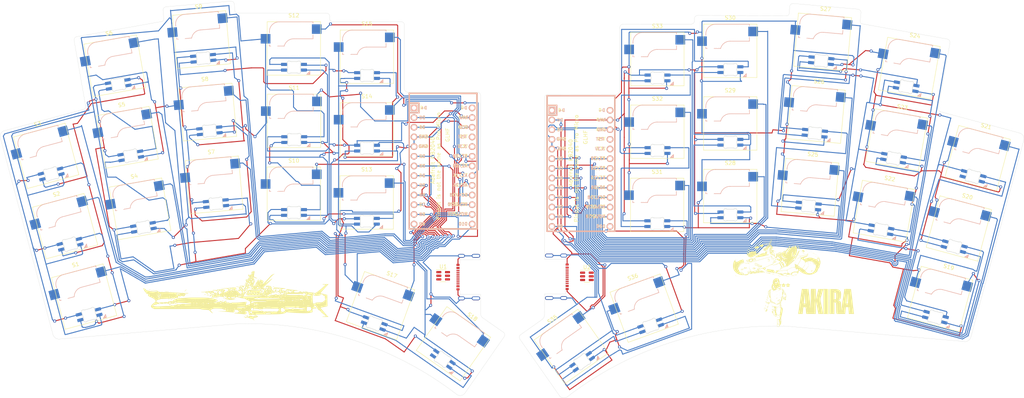
<source format=kicad_pcb>
(kicad_pcb (version 20211014) (generator pcbnew)
  (title_block (title "simple_split") (rev "v1.0.0") (company "Unknown"))
  (layers (0 "F.Cu" signal) (31 "B.Cu" signal) (34 "B.Paste" user) (35 "F.Paste" user) (36 "B.SilkS" user "B.Silkscreen") (37 "F.SilkS" user "F.Silkscreen") (38 "B.Mask" user) (39 "F.Mask" user) (44 "Edge.Cuts" user))
  (net 0 "")
  (net 1 "/GND")
  (net 2 "/matrix_pinky_bottom")
  (net 3 "/matrix_pinky_home")
  (net 4 "/matrix_pinky_top")
  (net 5 "/matrix_ring_bottom")
  (net 6 "/matrix_ring_home")
  (net 7 "/matrix_ring_top")
  (net 8 "/matrix_middle_bottom")
  (net 9 "/matrix_middle_home")
  (net 10 "/matrix_middle_top")
  (net 11 "/matrix_index_bottom")
  (net 12 "/matrix_index_home")
  (net 13 "/matrix_index_top")
  (net 14 "/matrix_inner_bottom")
  (net 15 "/matrix_inner_home")
  (net 16 "/matrix_inner_top")
  (net 17 "/RST")
  (net 18 "/VCC")
  (net 19 "/thumb_reachy")
  (net 20 "/led")
  (net 21 "Net-(S1-Pad5)")
  (net 22 "Net-(S4-Pad4)")
  (net 23 "/thumb_middle")
  (net 24 "Net-(S5-Pad4)")
  (net 25 "Net-(S3-Pad5)")
  (net 26 "Net-(S7-Pad5)")
  (net 27 "Net-(S8-Pad5)")
  (net 28 "Net-(S11-Pad4)")
  (net 29 "Net-(S12-Pad4)")
  (net 30 "Net-(S17-Pad5)")
  (net 32 "Net-(S15-Pad5)")
  (net 33 "Net-(S2-Pad5)")
  (net 34 "Net-(S4-Pad5)")
  (net 35 "Net-(S10-Pad5)")
  (net 36 "Net-(S10-Pad4)")
  (net 37 "Net-(S13-Pad5)")
  (net 38 "Net-(S14-Pad5)")
  (net 39 "Net-(S19-Pad4)")
  (net 40 "Net-(S19-Pad5)")
  (net 41 "Net-(S20-Pad5)")
  (net 42 "Net-(S22-Pad4)")
  (net 43 "Net-(S29-Pad4)")
  (net 45 "/r_matrix_ring_bottom")
  (net 46 "/r_matrix_ring_home")
  (net 47 "/r_matrix_ring_top")
  (net 48 "/r_matrix_pinky_bottom")
  (net 49 "/r_matrix_pinky_home")
  (net 50 "/r_matrix_pinky_top")
  (net 52 "/r_matrix_middle_bottom")
  (net 53 "/r_matrix_middle_home")
  (net 54 "/r_matrix_middle_top")
  (net 55 "/r_matrix_index_bottom")
  (net 56 "/r_matrix_index_home")
  (net 57 "/r_matrix_index_top")
  (net 58 "/r_matrix_inner_bottom")
  (net 59 "/r_matrix_inner_home")
  (net 60 "/r_matrix_inner_top")
  (net 61 "Net-(S35-Pad4)")
  (net 62 "/r_thumb_middle")
  (net 63 "/r_thumb_reachy")
  (net 64 "/r_VCC")
  (net 65 "/r_RST")
  (net 66 "/r_GND")
  (net 67 "/r_led")
  (net 68 "/r_+5v")
  (net 69 "Net-(S23-Pad4)")
  (net 70 "Net-(S25-Pad5)")
  (net 71 "Net-(S31-Pad4)")
  (net 72 "Net-(S26-Pad5)")
  (net 74 "Net-(S24-Pad4)")
  (net 75 "Net-(S31-Pad5)")
  (net 76 "Net-(S25-Pad4)")
  (net 77 "Net-(S28-Pad4)")
  (net 78 "Net-(S32-Pad5)")
  (net 79 "Net-(S30-Pad4)")
  (net 82 "/+5v")
  (net 83 "Net-(J0-PadA4)")
  (net 96 "Net-(J1-PadA6)")
  (net 97 "Net-(J1-PadA7)")
  (footprint "Package_TO_SOT_SMD:SOT-23-6" (layer "F.Cu") (at 224.9 160.33)
    (fp_text reference "U2")
    (fp_text value "USBLC6-2SC6")
  )
  (footprint "tommacas:MX_1.00u_PCB_KailhSocket_mini-led" (layer "F.Cu") (at 189.87113 178.035129 -35)
    (fp_text reference "S18")
    (fp_text value "MX_SK6182")
    (fp_line (start 0.842032 6.43281) (end -0.746872 6.43281) (layer "Edge.Cuts") (width 0.1))
    (fp_line (start -0.746872 3.432811) (end 0.842033 3.432811) (layer "Edge.Cuts") (width 0.1))
    (fp_line (start 1.747579 4.229968) (end 1.747579 5.635652) (layer "Edge.Cuts") (width 0.1))
    (fp_line (start -1.652419 5.635652) (end -1.652419 4.229968) (layer "Edge.Cuts") (width 0.1))
    (fp_arc (start 1.747579 4.229967) (mid 1.760107 4.118741) (end 1.797064 4.01309) (layer "Edge.Cuts") (width 0.1))
    (fp_arc (start 1.797064 5.852529) (mid 1.685653 6.436847) (end 1.094291 6.501109) (layer "Edge.Cuts") (width 0.1))
    (fp_arc (start 1.797064 5.85253) (mid 1.76009 5.746881) (end 1.747579 5.635652) (layer "Edge.Cuts") (width 0.1))
    (fp_arc (start -1.701904 4.01309) (mid -1.590491 3.428775) (end -0.999131 3.364511) (layer "Edge.Cuts") (width 0.1))
    (fp_arc (start -0.746873 3.43281) (mid -0.877543 3.415433) (end -0.999131 3.364511) (layer "Edge.Cuts") (width 0.1))
    (fp_arc (start 1.094291 3.364512) (mid 1.685651 3.428775) (end 1.797064 4.01309) (layer "Edge.Cuts") (width 0.1))
    (fp_arc (start -1.701904 4.01309) (mid -1.664947 4.118742) (end -1.652419 4.229968) (layer "Edge.Cuts") (width 0.1))
    (fp_arc (start 0.842032 6.43281) (mid 0.972703 6.450187) (end 1.094291 6.501109) (layer "Edge.Cuts") (width 0.1))
    (fp_arc (start 1.094291 3.364512) (mid 0.972703 3.415434) (end 0.842033 3.432811) (layer "Edge.Cuts") (width 0.1))
    (fp_arc (start -0.99913 6.501109) (mid -0.877542 6.450187) (end -0.746872 6.43281) (layer "Edge.Cuts") (width 0.1))
    (fp_arc (start -0.999131 6.501107) (mid -1.59049 6.436843) (end -1.701904 5.85253) (layer "Edge.Cuts") (width 0.1))
    (fp_arc (start -1.652419 5.635653) (mid -1.664947 5.746878) (end -1.701904 5.85253) (layer "Edge.Cuts") (width 0.1))
  )
  (footprint "LOGO" (layer "F.Cu") (at 132.69 165.58)
    (fp_text reference "G***")
    (fp_text value "LOGO" hide)
  )
  (footprint "tommacas:MX_1.00u_PCB_KailhSocket_mini-led" (layer "F.Cu") (at 239.916052 168.684073 20)
    (fp_text reference "S36")
    (fp_text value "MX_SK6182")
    (fp_line (start -0.746872 3.432811) (end 0.842033 3.432811) (layer "Edge.Cuts") (width 0.1))
    (fp_line (start 0.842032 6.43281) (end -0.746872 6.43281) (layer "Edge.Cuts") (width 0.1))
    (fp_line (start 1.747579 4.229968) (end 1.747579 5.635652) (layer "Edge.Cuts") (width 0.1))
    (fp_line (start -1.652419 5.635652) (end -1.652419 4.229968) (layer "Edge.Cuts") (width 0.1))
    (fp_arc (start -0.999131 6.501107) (mid -1.59049 6.436843) (end -1.701904 5.85253) (layer "Edge.Cuts") (width 0.1))
    (fp_arc (start 1.094291 3.364512) (mid 1.685651 3.428775) (end 1.797064 4.01309) (layer "Edge.Cuts") (width 0.1))
    (fp_arc (start -1.652419 5.635653) (mid -1.664947 5.746879) (end -1.701904 5.85253) (layer "Edge.Cuts") (width 0.1))
    (fp_arc (start 1.797064 5.852529) (mid 1.685652 6.436847) (end 1.094291 6.501109) (layer "Edge.Cuts") (width 0.1))
    (fp_arc (start -0.746873 3.43281) (mid -0.877543 3.415433) (end -0.999131 3.364511) (layer "Edge.Cuts") (width 0.1))
    (fp_arc (start -1.701904 4.01309) (mid -1.590491 3.428775) (end -0.999131 3.364511) (layer "Edge.Cuts") (width 0.1))
    (fp_arc (start 1.747579 4.229967) (mid 1.760107 4.118741) (end 1.797064 4.01309) (layer "Edge.Cuts") (width 0.1))
    (fp_arc (start -0.99913 6.501109) (mid -0.877542 6.450187) (end -0.746872 6.43281) (layer "Edge.Cuts") (width 0.1))
    (fp_arc (start 0.842032 6.43281) (mid 0.972702 6.450187) (end 1.094291 6.501109) (layer "Edge.Cuts") (width 0.1))
    (fp_arc (start 1.797064 5.85253) (mid 1.76009 5.746881) (end 1.747579 5.635652) (layer "Edge.Cuts") (width 0.1))
    (fp_arc (start 1.094291 3.364512) (mid 0.972704 3.415434) (end 0.842033 3.432811) (layer "Edge.Cuts") (width 0.1))
    (fp_arc (start -1.701904 4.01309) (mid -1.664947 4.118742) (end -1.652419 4.229968) (layer "Edge.Cuts") (width 0.1))
  )
  (footprint "Package_TO_SOT_SMD:SOT-23-6" (layer "F.Cu") (at 187.18 160.18)
    (fp_text reference "U1")
    (fp_text value "USBLC6-2SC6")
  )
  (footprint "kb2040:kb2040" (layer "F.Cu") (at 187.162849 130.116706)
    (fp_text reference "MCU1" hide)
    (fp_text value "KB2040" hide)
  )
  (footprint "tommacas:MX_1.00u_PCB_KailhSocket_mini-led" (layer "F.Cu") (at 125.410183 117.23707 5)
    (fp_text reference "S8")
    (fp_text value "MX_SK6182")
    (fp_line (start -1.652419 5.635652) (end -1.652419 4.229968) (layer "Edge.Cuts") (width 0.1))
    (fp_line (start 0.842032 6.43281) (end -0.746872 6.43281) (layer "Edge.Cuts") (width 0.1))
    (fp_line (start 1.747579 4.229968) (end 1.747579 5.635652) (layer "Edge.Cuts") (width 0.1))
    (fp_line (start -0.746872 3.432811) (end 0.842033 3.432811) (layer "Edge.Cuts") (width 0.1))
    (fp_arc (start 1.094291 3.364512) (mid 0.972703 3.415434) (end 0.842033 3.432811) (layer "Edge.Cuts") (width 0.1))
    (fp_arc (start -1.701904 4.01309) (mid -1.590491 3.428776) (end -0.999131 3.364511) (layer "Edge.Cuts") (width 0.1))
    (fp_arc (start -0.99913 6.501109) (mid -0.877542 6.450187) (end -0.746872 6.43281) (layer "Edge.Cuts") (width 0.1))
    (fp_arc (start -1.701904 4.01309) (mid -1.664947 4.118742) (end -1.652419 4.229968) (layer "Edge.Cuts") (width 0.1))
    (fp_arc (start 1.797064 5.85253) (mid 1.76009 5.746881) (end 1.747579 5.635652) (layer "Edge.Cuts") (width 0.1))
    (fp_arc (start 1.747579 4.229967) (mid 1.760107 4.118742) (end 1.797064 4.01309) (layer "Edge.Cuts") (width 0.1))
    (fp_arc (start 1.797064 5.852529) (mid 1.685653 6.436846) (end 1.094291 6.501109) (layer "Edge.Cuts") (width 0.1))
    (fp_arc (start -0.746873 3.43281) (mid -0.877543 3.415433) (end -0.999131 3.364511) (layer "Edge.Cuts") (width 0.1))
    (fp_arc (start 1.094291 3.364512) (mid 1.68565 3.428775) (end 1.797064 4.01309) (layer "Edge.Cuts") (width 0.1))
    (fp_arc (start 0.842032 6.43281) (mid 0.972703 6.450187) (end 1.094291 6.501109) (layer "Edge.Cuts") (width 0.1))
    (fp_arc (start -1.652419 5.635653) (mid -1.664947 5.746879) (end -1.701904 5.85253) (layer "Edge.Cuts") (width 0.1))
    (fp_arc (start -0.999131 6.501107) (mid -1.59049 6.436843) (end -1.701904 5.85253) (layer "Edge.Cuts") (width 0.1))
  )
  (footprint "tommacas:MX_1.00u_PCB_KailhSocket_mini-led" (layer "F.Cu") (at 104.334525 123.861635 10)
    (fp_text reference "S5")
    (fp_text value "MX_SK6182")
    (fp_line (start -0.746872 3.432811) (end 0.842033 3.432811) (layer "Edge.Cuts") (width 0.1))
    (fp_line (start 0.842032 6.43281) (end -0.746872 6.43281) (layer "Edge.Cuts") (width 0.1))
    (fp_line (start 1.747579 4.229968) (end 1.747579 5.635652) (layer "Edge.Cuts") (width 0.1))
    (fp_line (start -1.652419 5.635652) (end -1.652419 4.229968) (layer "Edge.Cuts") (width 0.1))
    (fp_arc (start -1.701904 4.01309) (mid -1.590491 3.428775) (end -0.999131 3.364511) (layer "Edge.Cuts") (width 0.1))
    (fp_arc (start 1.747579 4.229967) (mid 1.760107 4.118741) (end 1.797064 4.01309) (layer "Edge.Cuts") (width 0.1))
    (fp_arc (start -1.701904 4.01309) (mid -1.664947 4.118742) (end -1.652419 4.229968) (layer "Edge.Cuts") (width 0.1))
    (fp_arc (start 1.797064 5.852529) (mid 1.685653 6.436846) (end 1.094291 6.501109) (layer "Edge.Cuts") (width 0.1))
    (fp_arc (start 0.842032 6.43281) (mid 0.972703 6.450187) (end 1.094291 6.501109) (layer "Edge.Cuts") (width 0.1))
    (fp_arc (start -1.652419 5.635653) (mid -1.664947 5.746878) (end -1.701904 5.85253) (layer "Edge.Cuts") (width 0.1))
    (fp_arc (start 1.094291 3.364512) (mid 0.972703 3.415434) (end 0.842033 3.432811) (layer "Edge.Cuts") (width 0.1))
    (fp_arc (start 1.797064 5.85253) (mid 1.76009 5.746881) (end 1.747579 5.635652) (layer "Edge.Cuts") (width 0.1))
    (fp_arc (start -0.999131 6.501107) (mid -1.59049 6.436844) (end -1.701904 5.85253) (layer "Edge.Cuts") (width 0.1))
    (fp_arc (start -0.746873 3.43281) (mid -0.877543 3.415433) (end -0.999131 3.364511) (layer "Edge.Cuts") (width 0.1))
    (fp_arc (start -0.99913 6.501109) (mid -0.877542 6.450187) (end -0.746872 6.43281) (layer "Edge.Cuts") (width 0.1))
    (fp_arc (start 1.094291 3.364512) (mid 1.68565 3.428775) (end 1.797064 4.01309) (layer "Edge.Cuts") (width 0.1))
  )
  (footprint "LOGO" (layer "F.Cu") (at 275.727654 163.160642)
    (fp_text reference "G***")
    (fp_text value "LOGO" hide)
  )
  (footprint "tommacas:MX_1.00u_PCB_KailhSocket_mini-led" (layer "F.Cu") (at 147.998427 100.545638)
    (fp_text reference "S12")
    (fp_text value "MX_SK6182")
    (fp_line (start 0.842032 6.43281) (end -0.746872 6.43281) (layer "Edge.Cuts") (width 0.1))
    (fp_line (start -1.652419 5.635652) (end -1.652419 4.229968) (layer "Edge.Cuts") (width 0.1))
    (fp_line (start 1.747579 4.229968) (end 1.747579 5.635652) (layer "Edge.Cuts") (width 0.1))
    (fp_line (start -0.746872 3.432811) (end 0.842033 3.432811) (layer "Edge.Cuts") (width 0.1))
    (fp_arc (start 1.797064 5.85253) (mid 1.76009 5.746881) (end 1.747579 5.635652) (layer "Edge.Cuts") (width 0.1))
    (fp_arc (start 1.747579 4.229967) (mid 1.760107 4.118741) (end 1.797064 4.01309) (layer "Edge.Cuts") (width 0.1))
    (fp_arc (start -0.99913 6.501109) (mid -0.877542 6.450187) (end -0.746872 6.43281) (layer "Edge.Cuts") (width 0.1))
    (fp_arc (start -0.999131 6.501107) (mid -1.59049 6.436844) (end -1.701904 5.85253) (layer "Edge.Cuts") (width 0.1))
    (fp_arc (start 0.842032 6.43281) (mid 0.972703 6.450187) (end 1.094291 6.501109) (layer "Edge.Cuts") (width 0.1))
    (fp_arc (start -1.701904 4.01309) (mid -1.664947 4.118742) (end -1.652419 4.229968) (layer "Edge.Cuts") (width 0.1))
    (fp_arc (start -1.652419 5.635653) (mid -1.664947 5.746878) (end -1.701904 5.85253) (layer "Edge.Cuts") (width 0.1))
    (fp_arc (start -0.746873 3.43281) (mid -0.877543 3.415433) (end -0.999131 3.364511) (layer "Edge.Cuts") (width 0.1))
    (fp_arc (start -1.701904 4.01309) (mid -1.590491 3.428775) (end -0.999131 3.364511) (layer "Edge.Cuts") (width 0.1))
    (fp_arc (start 1.797064 5.852529) (mid 1.685653 6.436847) (end 1.094291 6.501109) (layer "Edge.Cuts") (width 0.1))
    (fp_arc (start 1.094291 3.364512) (mid 0.972703 3.415434) (end 0.842033 3.432811) (layer "Edge.Cuts") (width 0.1))
    (fp_arc (start 1.094291 3.364512) (mid 1.685651 3.428775) (end 1.797064 4.01309) (layer "Edge.Cuts") (width 0.1))
  )
  (footprint "tommacas:MX_1.00u_PCB_KailhSocket_mini-led" (layer "F.Cu") (at 148.061759 119.526648)
    (fp_text reference "S11")
    (fp_text value "MX_SK6182")
    (fp_line (start -0.746872 3.432811) (end 0.842033 3.432811) (layer "Edge.Cuts") (width 0.1))
    (fp_line (start 1.747579 4.229968) (end 1.747579 5.635652) (layer "Edge.Cuts") (width 0.1))
    (fp_line (start -1.652419 5.635652) (end -1.652419 4.229968) (layer "Edge.Cuts") (width 0.1))
    (fp_line (start 0.842032 6.43281) (end -0.746872 6.43281) (layer "Edge.Cuts") (width 0.1))
    (fp_arc (start -0.746873 3.43281) (mid -0.877543 3.415433) (end -0.999131 3.364511) (layer "Edge.Cuts") (width 0.1))
    (fp_arc (start 1.094291 3.364512) (mid 1.685651 3.428775) (end 1.797064 4.01309) (layer "Edge.Cuts") (width 0.1))
    (fp_arc (start -0.999131 6.501107) (mid -1.59049 6.436844) (end -1.701904 5.85253) (layer "Edge.Cuts") (width 0.1))
    (fp_arc (start -0.99913 6.501109) (mid -0.877542 6.450187) (end -0.746872 6.43281) (layer "Edge.Cuts") (width 0.1))
    (fp_arc (start -1.652419 5.635653) (mid -1.664947 5.746878) (end -1.701904 5.85253) (layer "Edge.Cuts") (width 0.1))
    (fp_arc (start 1.797064 5.85253) (mid 1.76009 5.746881) (end 1.747579 5.635652) (layer "Edge.Cuts") (width 0.1))
    (fp_arc (start -1.701904 4.01309) (mid -1.664947 4.118742) (end -1.652419 4.229968) (layer "Edge.Cuts") (width 0.1))
    (fp_arc (start 0.842032 6.43281) (mid 0.972703 6.450187) (end 1.094291 6.501109) (layer "Edge.Cuts") (width 0.1))
    (fp_arc (start -1.701904 4.01309) (mid -1.590491 3.428775) (end -0.999131 3.364511) (layer "Edge.Cuts") (width 0.1))
    (fp_arc (start 1.747579 4.229967) (mid 1.760107 4.118741) (end 1.797064 4.01309) (layer "Edge.Cuts") (width 0.1))
    (fp_arc (start 1.797064 5.852529) (mid 1.685653 6.436847) (end 1.094291 6.501109) (layer "Edge.Cuts") (width 0.1))
    (fp_arc (start 1.094291 3.364512) (mid 0.972703 3.415434) (end 0.842033 3.432811) (layer "Edge.Cuts") (width 0.1))
  )
  (footprint "nrfmicro:USB-C_C168688" (layer "F.Cu") (at 219.30875 160.44515 90)
    (fp_text reference "J1" hide)
    (fp_text value "USB_C_Receptacle_USB2.0")
  )
  (footprint "tommacas:MX_1.00u_PCB_KailhSocket_mini-led" (layer "F.Cu") (at 87.980003 147.161277 15)
    (fp_text reference "S2")
    (fp_text value "MX_SK6182")
    (fp_line (start 0.842032 6.43281) (end -0.746872 6.43281) (layer "Edge.Cuts") (width 0.1))
    (fp_line (start -0.746872 3.432811) (end 0.842033 3.432811) (layer "Edge.Cuts") (width 0.1))
    (fp_line (start -1.652419 5.635652) (end -1.652419 4.229968) (layer "Edge.Cuts") (width 0.1))
    (fp_line (start 1.747579 4.229968) (end 1.747579 5.635652) (layer "Edge.Cuts") (width 0.1))
    (fp_arc (start -0.999131 6.501107) (mid -1.59049 6.436844) (end -1.701904 5.85253) (layer "Edge.Cuts") (width 0.1))
    (fp_arc (start 1.797064 5.852529) (mid 1.685653 6.436846) (end 1.094291 6.501109) (layer "Edge.Cuts") (width 0.1))
    (fp_arc (start -0.99913 6.501109) (mid -0.877542 6.450187) (end -0.746872 6.43281) (layer "Edge.Cuts") (width 0.1))
    (fp_arc (start -1.652419 5.635653) (mid -1.664947 5.746879) (end -1.701904 5.85253) (layer "Edge.Cuts") (width 0.1))
    (fp_arc (start 1.747579 4.229967) (mid 1.760107 4.118741) (end 1.797064 4.01309) (layer "Edge.Cuts") (width 0.1))
    (fp_arc (start 0.842032 6.43281) (mid 0.972703 6.450187) (end 1.094291 6.501109) (layer "Edge.Cuts") (width 0.1))
    (fp_arc (start 1.094291 3.364512) (mid 1.685651 3.428775) (end 1.797064 4.01309) (layer "Edge.Cuts") (width 0.1))
    (fp_arc (start -1.701904 4.01309) (mid -1.590491 3.428776) (end -0.999131 3.364511) (layer "Edge.Cuts") (width 0.1))
    (fp_arc (start 1.094291 3.364512) (mid 0.972703 3.415434) (end 0.842033 3.432811) (layer "Edge.Cuts") (width 0.1))
    (fp_arc (start -1.701904 4.01309) (mid -1.664947 4.118742) (end -1.652419 4.229968) (layer "Edge.Cuts") (width 0.1))
    (fp_arc (start 1.797064 5.85253) (mid 1.76009 5.746881) (end 1.747579 5.635652) (layer "Edge.Cuts") (width 0.1))
    (fp_arc (start -0.746873 3.43281) (mid -0.877543 3.415433) (end -0.999131 3.364511) (layer "Edge.Cuts") (width 0.1))
  )
  (footprint "tommacas:MX_1.00u_PCB_KailhSocket_mini-led" (layer "F.Cu") (at 101.026528 105.101054 10)
    (fp_text reference "S6")
    (fp_text value "MX_SK6182")
    (fp_line (start 0.842032 6.43281) (end -0.746872 6.43281) (layer "Edge.Cuts") (width 0.1))
    (fp_line (start -1.652419 5.635652) (end -1.652419 4.229968) (layer "Edge.Cuts") (width 0.1))
    (fp_line (start -0.746872 3.432811) (end 0.842033 3.432811) (layer "Edge.Cuts") (width 0.1))
    (fp_line (start 1.747579 4.229968) (end 1.747579 5.635652) (layer "Edge.Cuts") (width 0.1))
    (fp_arc (start -0.999131 6.501107) (mid -1.59049 6.436844) (end -1.701904 5.85253) (layer "Edge.Cuts") (width 0.1))
    (fp_arc (start -1.701904 4.01309) (mid -1.590491 3.428775) (end -0.999131 3.364511) (layer "Edge.Cuts") (width 0.1))
    (fp_arc (start -1.701904 4.01309) (mid -1.664947 4.118742) (end -1.652419 4.229968) (layer "Edge.Cuts") (width 0.1))
    (fp_arc (start 1.797064 5.852529) (mid 1.685653 6.436846) (end 1.094291 6.501109) (layer "Edge.Cuts") (width 0.1))
    (fp_arc (start 1.094291 3.364512) (mid 1.68565 3.428775) (end 1.797064 4.01309) (layer "Edge.Cuts") (width 0.1))
    (fp_arc (start -1.652419 5.635653) (mid -1.664947 5.746878) (end -1.701904 5.85253) (layer "Edge.Cuts") (width 0.1))
    (fp_arc (start 1.797064 5.85253) (mid 1.76009 5.746881) (end 1.747579 5.635652) (layer "Edge.Cuts") (width 0.1))
    (fp_arc (start 0.842032 6.43281) (mid 0.972703 6.450187) (end 1.094291 6.501109) (layer "Edge.Cuts") (width 0.1))
    (fp_arc (start -0.99913 6.501109) (mid -0.877542 6.450187) (end -0.746872 6.43281) (layer "Edge.Cuts") (width 0.1))
    (fp_arc (start -0.746873 3.43281) (mid -0.877543 3.415433) (end -0.999131 3.364511) (layer "Edge.Cuts") (width 0.1))
    (fp_arc (start 1.747579 4.229967) (mid 1.760107 4.118741) (end 1.797064 4.01309) (layer "Edge.Cuts") (width 0.1))
    (fp_arc (start 1.094291 3.364512) (mid 0.972703 3.415434) (end 0.842033 3.432811) (layer "Edge.Cuts") (width 0.1))
  )
  (footprint "tommacas:MX_1.00u_PCB_KailhSocket_mini-led" (layer "F.Cu") (at 243.377148 122.396234)
    (fp_text reference "S32")
    (fp_text value "MX_SK6182")
    (fp_line (start 0.842032 6.43281) (end -0.746872 6.43281) (layer "Edge.Cuts") (width 0.1))
    (fp_line (start 1.747579 4.229968) (end 1.747579 5.635652) (layer "Edge.Cuts") (width 0.1))
    (fp_line (start -0.746872 3.432811) (end 0.842033 3.432811) (layer "Edge.Cuts") (width 0.1))
    (fp_line (start -1.652419 5.635652) (end -1.652419 4.229968) (layer "Edge.Cuts") (width 0.1))
    (fp_arc (start -0.746873 3.43281) (mid -0.877543 3.415433) (end -0.999131 3.364511) (layer "Edge.Cuts") (width 0.1))
    (fp_arc (start 1.747579 4.229967) (mid 1.760107 4.118741) (end 1.797064 4.01309) (layer "Edge.Cuts") (width 0.1))
    (fp_arc (start -0.999131 6.501107) (mid -1.59049 6.436844) (end -1.701904 5.85253) (layer "Edge.Cuts") (width 0.1))
    (fp_arc (start -0.99913 6.501109) (mid -0.877542 6.450187) (end -0.746872 6.43281) (layer "Edge.Cuts") (width 0.1))
    (fp_arc (start 1.094291 3.364512) (mid 0.972703 3.415434) (end 0.842033 3.432811) (layer "Edge.Cuts") (width 0.1))
    (fp_arc (start 1.094291 3.364512) (mid 1.685651 3.428775) (end 1.797064 4.01309) (layer "Edge.Cuts") (width 0.1))
    (fp_arc (start 0.842032 6.43281) (mid 0.972703 6.450187) (end 1.094291 6.501109) (layer "Edge.Cuts") (width 0.1))
    (fp_arc (start 1.797064 5.85253) (mid 1.76009 5.746881) (end 1.747579 5.635652) (layer "Edge.Cuts") (width 0.1))
    (fp_arc (start -1.652419 5.635653) (mid -1.664947 5.746878) (end -1.701904 5.85253) (layer "Edge.Cuts") (width 0.1))
    (fp_arc (start 1.797064 5.852529) (mid 1.685653 6.436847) (end 1.094291 6.501109) (layer "Edge.Cuts") (width 0.1))
    (fp_arc (start -1.701904 4.01309) (mid -1.590491 3.428775) (end -0.999131 3.364511) (layer "Edge.Cuts") (width 0.1))
    (fp_arc (start -1.701904 4.01309) (mid -1.664947 4.118742) (end -1.652419 4.229968) (layer "Edge.Cuts") (width 0.1))
  )
  (footprint "tommacas:MX_1.00u_PCB_KailhSocket_mini-led" (layer "F.Cu") (at 285.068602 117.86264 -5)
    (fp_text reference "S26")
    (fp_text value "MX_SK6182")
    (fp_line (start 1.747579 4.229968) (end 1.747579 5.635652) (layer "Edge.Cuts") (width 0.1))
    (fp_line (start -0.746872 3.432811) (end 0.842033 3.432811) (layer "Edge.Cuts") (width 0.1))
    (fp_line (start -1.652419 5.635652) (end -1.652419 4.229968) (layer "Edge.Cuts") (width 0.1))
    (fp_line (start 0.842032 6.43281) (end -0.746872 6.43281) (layer "Edge.Cuts") (width 0.1))
    (fp_arc (start 1.094291 3.364512) (mid 0.972703 3.415434) (end 0.842033 3.432811) (layer "Edge.Cuts") (width 0.1))
    (fp_arc (start -1.652419 5.635653) (mid -1.664947 5.746878) (end -1.701904 5.85253) (layer "Edge.Cuts") (width 0.1))
    (fp_arc (start -0.999131 6.501107) (mid -1.59049 6.436844) (end -1.701904 5.85253) (layer "Edge.Cuts") (width 0.1))
    (fp_arc (start -1.701904 4.01309) (mid -1.664947 4.118742) (end -1.652419 4.229968) (layer "Edge.Cuts") (width 0.1))
    (fp_arc (start 1.797064 5.852529) (mid 1.685653 6.436847) (end 1.094291 6.501109) (layer "Edge.Cuts") (width 0.1))
    (fp_arc (start 0.842032 6.43281) (mid 0.972703 6.450187) (end 1.094291 6.501109) (layer "Edge.Cuts") (width 0.1))
    (fp_arc (start 1.094291 3.364512) (mid 1.68565 3.428774) (end 1.797064 4.01309) (layer "Edge.Cuts") (width 0.1))
    (fp_arc (start -0.99913 6.501109) (mid -0.877542 6.450187) (end -0.746872 6.43281) (layer "Edge.Cuts") (width 0.1))
    (fp_arc (start 1.797064 5.85253) (mid 1.76009 5.746881) (end 1.747579 5.635652) (layer "Edge.Cuts") (width 0.1))
    (fp_arc (start 1.747579 4.229967) (mid 1.760107 4.118741) (end 1.797064 4.01309) (layer "Edge.Cuts") (width 0.1))
    (fp_arc (start -1.701904 4.01309) (mid -1.590491 3.428776) (end -0.999131 3.364511) (layer "Edge.Cuts") (width 0.1))
    (fp_arc (start -0.746873 3.43281) (mid -0.877543 3.415433) (end -0.999131 3.364511) (layer "Edge.Cuts") (width 0.1))
  )
  (footprint "tommacas:MX_1.00u_PCB_KailhSocket_mini-led" (layer "F.Cu") (at 147.998415 138.645643)
    (fp_text reference "S10")
    (fp_text value "MX_SK6182")
    (fp_line (start -1.652419 5.635652) (end -1.652419 4.229968) (layer "Edge.Cuts") (width 0.1))
    (fp_line (start -0.746872 3.432811) (end 0.842033 3.432811) (layer "Edge.Cuts") (width 0.1))
    (fp_line (start 0.842032 6.43281) (end -0.746872 6.43281) (layer "Edge.Cuts") (width 0.1))
    (fp_line (start 1.747579 4.229968) (end 1.747579 5.635652) (layer "Edge.Cuts") (width 0.1))
    (fp_arc (start 0.842032 6.43281) (mid 0.972703 6.450187) (end 1.094291 6.501109) (layer "Edge.Cuts") (width 0.1))
    (fp_arc (start -0.999131 6.501107) (mid -1.59049 6.436844) (end -1.701904 5.85253) (layer "Edge.Cuts") (width 0.1))
    (fp_arc (start 1.797064 5.85253) (mid 1.76009 5.746881) (end 1.747579 5.635652) (layer "Edge.Cuts") (width 0.1))
    (fp_arc (start 1.094291 3.364512) (mid 1.685651 3.428775) (end 1.797064 4.01309) (layer "Edge.Cuts") (width 0.1))
    (fp_arc (start 1.797064 5.852529) (mid 1.685653 6.436847) (end 1.094291 6.501109) (layer "Edge.Cuts") (width 0.1))
    (fp_arc (start -1.701904 4.01309) (mid -1.590491 3.428775) (end -0.999131 3.364511) (layer "Edge.Cuts") (width 0.1))
    (fp_arc (start -0.746873 3.43281) (mid -0.877543 3.415433) (end -0.999131 3.364511) (layer "Edge.Cuts") (width 0.1))
    (fp_arc (start 1.747579 4.229967) (mid 1.760107 4.118741) (end 1.797064 4.01309) (layer "Edge.Cuts") (width 0.1))
    (fp_arc (start -1.652419 5.635653) (mid -1.664947 5.746878) (end -1.701904 5.85253) (layer "Edge.Cuts") (width 0.1))
    (fp_arc (start 1.094291 3.364512) (mid 0.972703 3.415434) (end 0.842033 3.432811) (layer "Edge.Cuts") (width 0.1))
    (fp_arc (start -1.701904 4.01309) (mid -1.664947 4.118742) (end -1.652419 4.229968) (layer "Edge.Cuts") (width 0.1))
    (fp_arc (start -0.99913 6.501109) (mid -0.877542 6.450187) (end -0.746872 6.43281) (layer "Edge.Cuts") (width 0.1))
  )
  (footprint "tommacas:MX_1.00u_PCB_KailhSocket_mini-led" (layer "F.Cu") (at 243.377149 103.346236)
    (fp_text reference "S33")
    (fp_text value "MX_SK6182")
    (fp_line (start -0.746872 3.432811) (end 0.842033 3.432811) (layer "Edge.Cuts") (width 0.1))
    (fp_line (start -1.652419 5.635652) (end -1.652419 4.229968) (layer "Edge.Cuts") (width 0.1))
    (fp_line (start 0.842032 6.43281) (end -0.746872 6.43281) (layer "Edge.Cuts") (width 0.1))
    (fp_line (start 1.747579 4.229968) (end 1.747579 5.635652) (layer "Edge.Cuts") (width 0.1))
    (fp_arc (start 0.842032 6.43281) (mid 0.972703 6.450187) (end 1.094291 6.501109) (layer "Edge.Cuts") (width 0.1))
    (fp_arc (start -1.701904 4.01309) (mid -1.664947 4.118742) (end -1.652419 4.229968) (layer "Edge.Cuts") (width 0.1))
    (fp_arc (start 1.797064 5.85253) (mid 1.76009 5.746881) (end 1.747579 5.635652) (layer "Edge.Cuts") (width 0.1))
    (fp_arc (start 1.797064 5.852529) (mid 1.685653 6.436847) (end 1.094291 6.501109) (layer "Edge.Cuts") (width 0.1))
    (fp_arc (start 1.094291 3.364512) (mid 0.972703 3.415434) (end 0.842033 3.432811) (layer "Edge.Cuts") (width 0.1))
    (fp_arc (start -0.746873 3.43281) (mid -0.877543 3.415433) (end -0.999131 3.364511) (layer "Edge.Cuts") (width 0.1))
    (fp_arc (start 1.094291 3.364512) (mid 1.685651 3.428775) (end 1.797064 4.01309) (layer "Edge.Cuts") (width 0.1))
    (fp_arc (start -1.652419 5.635653) (mid -1.664947 5.746878) (end -1.701904 5.85253) (layer "Edge.Cuts") (width 0.1))
    (fp_arc (start -0.999131 6.501107) (mid -1.59049 6.436844) (end -1.701904 5.85253) (layer "Edge.Cuts") (width 0.1))
    (fp_arc (start -1.701904 4.01309) (mid -1.590491 3.428775) (end -0.999131 3.364511) (layer "Edge.Cuts") (width 0.1))
    (fp_arc (start -0.99913 6.501109) (mid -0.877542 6.450187) (end -0.746872 6.43281) (layer "Edge.Cuts") (width 0.1))
    (fp_arc (start 1.747579 4.229967) (mid 1.760107 4.118741) (end 1.797064 4.01309) (layer "Edge.Cuts") (width 0.1))
  )
  (footprint "tommacas:MX_1.00u_PCB_KailhSocket_mini-led" (layer "F.Cu") (at 167.169974 102.719795)
    (fp_text reference "S15")
    (fp_text value "MX_SK6182")
    (fp_line (start 1.747579 4.229968) (end 1.747579 5.635652) (layer "Edge.Cuts") (width 0.1))
    (fp_line (start -1.652419 5.635652) (end -1.652419 4.229968) (layer "Edge.Cuts") (width 0.1))
    (fp_line (start 0.842032 6.43281) (end -0.746872 6.43281) (layer "Edge.Cuts") (width 0.1))
    (fp_line (start -0.746872 3.432811) (end 0.842033 3.432811) (layer "Edge.Cuts") (width 0.1))
    (fp_arc (start -1.701904 4.01309) (mid -1.590491 3.428775) (end -0.999131 3.364511) (layer "Edge.Cuts") (width 0.1))
    (fp_arc (start -1.701904 4.01309) (mid -1.664947 4.118742) (end -1.652419 4.229968) (layer "Edge.Cuts") (width 0.1))
    (fp_arc (start -1.652419 5.635653) (mid -1.664947 5.746878) (end -1.701904 5.85253) (layer "Edge.Cuts") (width 0.1))
    (fp_arc (start 1.094291 3.364512) (mid 0.972703 3.415434) (end 0.842033 3.432811) (layer "Edge.Cuts") (width 0.1))
    (fp_arc (start 1.747579 4.229967) (mid 1.760107 4.118741) (end 1.797064 4.01309) (layer "Edge.Cuts") (width 0.1))
    (fp_arc (start -0.746873 3.43281) (mid -0.877543 3.415433) (end -0.999131 3.364511) (layer "Edge.Cuts") (width 0.1))
    (fp_arc (start -0.99913 6.501109) (mid -0.877542 6.450187) (end -0.746872 6.43281) (layer "Edge.Cuts") (width 0.1))
    (fp_arc (start 1.094291 3.364512) (mid 1.685651 3.428775) (end 1.797064 4.01309) (layer "Edge.Cuts") (width 0.1))
    (fp_arc (start 0.842032 6.43281) (mid 0.972703 6.450187) (end 1.094291 6.501109) (layer "Edge.Cuts") (width 0.1))
    (fp_arc (start 1.797064 5.852529) (mid 1.685653 6.436847) (end 1.094291 6.501109) (layer "Edge.Cuts") (width 0.1))
    (fp_arc (start 1.797064 5.85253) (mid 1.76009 5.746881) (end 1.747579 5.635652) (layer "Edge.Cuts") (width 0.1))
    (fp_arc (start -0.999131 6.501107) (mid -1.59049 6.436844) (end -1.701904 5.85253) (layer "Edge.Cuts") (width 0.1))
  )
  (footprint "tommacas:MX_1.00u_PCB_KailhSocket_mini-led" (layer "F.Cu") (at 83.029343 128.721395 15)
    (fp_text reference "S3")
    (fp_text value "MX_SK6182")
    (fp_line (start -0.746872 3.432811) (end 0.842033 3.432811) (layer "Edge.Cuts") (width 0.1))
    (fp_line (start 0.842032 6.43281) (end -0.746872 6.43281) (layer "Edge.Cuts") (width 0.1))
    (fp_line (start -1.652419 5.635652) (end -1.652419 4.229968) (layer "Edge.Cuts") (width 0.1))
    (fp_line (start 1.747579 4.229968) (end 1.747579 5.635652) (layer "Edge.Cuts") (width 0.1))
    (fp_arc (start -1.701904 4.01309) (mid -1.664947 4.118742) (end -1.652419 4.229968) (layer "Edge.Cuts") (width 0.1))
    (fp_arc (start 1.797064 5.85253) (mid 1.76009 5.746881) (end 1.747579 5.635652) (layer "Edge.Cuts") (width 0.1))
    (fp_arc (start 1.747579 4.229967) (mid 1.760107 4.118741) (end 1.797064 4.01309) (layer "Edge.Cuts") (width 0.1))
    (fp_arc (start 0.842032 6.43281) (mid 0.972703 6.450187) (end 1.094291 6.501109) (layer "Edge.Cuts") (width 0.1))
    (fp_arc (start 1.094291 3.364512) (mid 0.972703 3.415434) (end 0.842033 3.432811) (layer "Edge.Cuts") (width 0.1))
    (fp_arc (start 1.797064 5.852529) (mid 1.685653 6.436846) (end 1.094291 6.501109) (layer "Edge.Cuts") (width 0.1))
    (fp_arc (start 1.094291 3.364512) (mid 1.685651 3.428775) (end 1.797064 4.01309) (layer "Edge.Cuts") (width 0.1))
    (fp_arc (start -0.99913 6.501109) (mid -0.877542 6.450187) (end -0.746872 6.43281) (layer "Edge.Cuts") (width 0.1))
    (fp_arc (start -0.999131 6.501107) (mid -1.59049 6.436844) (end -1.701904 5.85253) (layer "Edge.Cuts") (width 0.1))
    (fp_arc (start -1.652419 5.635653) (mid -1.664947 5.746879) (end -1.701904 5.85253) (layer "Edge.Cuts") (width 0.1))
    (fp_arc (start -1.701904 4.01309) (mid -1.590491 3.428776) (end -0.999131 3.364511) (layer "Edge.Cuts") (width 0.1))
    (fp_arc (start -0.746873 3.43281) (mid -0.877543 3.415433) (end -0.999131 3.364511) (layer "Edge.Cuts") (width 0.1))
  )
  (footprint "tommacas:MX_1.00u_PCB_KailhSocket_mini-led" (layer "F.Cu") (at 317.571149 166.278565 -15)
    (fp_text reference "S19")
    (fp_text value "MX_SK6182")
    (fp_line (start -0.746872 3.432811) (end 0.842033 3.432811) (layer "Edge.Cuts") (width 0.1))
    (fp_line (start 0.842032 6.43281) (end -0.746872 6.43281) (layer "Edge.Cuts") (width 0.1))
    (fp_line (start -1.652419 5.635652) (end -1.652419 4.229968) (layer "Edge.Cuts") (width 0.1))
    (fp_line (start 1.747579 4.229968) (end 1.747579 5.635652) (layer "Edge.Cuts") (width 0.1))
    (fp_arc (start 1.747579 4.229967) (mid 1.760107 4.118742) (end 1.797064 4.01309) (layer "Edge.Cuts") (width 0.1))
    (fp_arc (start -0.746873 3.43281) (mid -0.877543 3.415433) (end -0.999131 3.364511) (layer "Edge.Cuts") (width 0.1))
    (fp_arc (start -0.99913 6.501109) (mid -0.877542 6.450187) (end -0.746872 6.43281) (layer "Edge.Cuts") (width 0.1))
    (fp_arc (start 1.797064 5.852529) (mid 1.685652 6.436847) (end 1.094291 6.501109) (layer "Edge.Cuts") (width 0.1))
    (fp_arc (start -1.701904 4.01309) (mid -1.590491 3.428775) (end -0.999131 3.364511) (layer "Edge.Cuts") (width 0.1))
    (fp_arc (start 1.094291 3.364512) (mid 1.685651 3.428775) (end 1.797064 4.01309) (layer "Edge.Cuts") (width 0.1))
    (fp_arc (start 1.094291 3.364512) (mid 0.972703 3.415434) (end 0.842033 3.432811) (layer "Edge.Cuts") (width 0.1))
    (fp_arc (start -1.652419 5.635653) (mid -1.664947 5.746879) (end -1.701904 5.85253) (layer "Edge.Cuts") (width 0.1))
    (fp_arc (start 1.797064 5.85253) (mid 1.76009 5.746881) (end 1.747579 5.635652) (layer "Edge.Cuts") (width 0.1))
    (fp_arc (start -1.701904 4.01309) (mid -1.664947 4.118742) (end -1.652419 4.229968) (layer "Edge.Cuts") (width 0.1))
    (fp_arc (start -0.999131 6.501107) (mid -1.59049 6.436844) (end -1.701904 5.85253) (layer "Edge.Cuts") (width 0.1))
    (fp_arc (start 0.842032 6.43281) (mid 0.972702 6.450187) (end 1.094291 6.501109) (layer "Edge.Cuts") (width 0.1))
  )
  (footprint "tommacas:MX_1.00u_PCB_KailhSocket_mini-led" (layer "F.Cu") (at 220.810668 178.729609 35)
    (fp_text reference "S35")
    (fp_text value "MX_SK6182")
    (fp_line (start 0.842032 6.43281) (end -0.746872 6.43281) (layer "Edge.Cuts") (width 0.1))
    (fp_line (start 1.747579 4.229968) (end 1.747579 5.635652) (layer "Edge.Cuts") (width 0.1))
    (fp_line (start -0.746872 3.432811) (end 0.842033 3.432811) (layer "Edge.Cuts") (width 0.1))
    (fp_line (start -1.652419 5.635652) (end -1.652419 4.229968) (layer "Edge.Cuts") (width 0.1))
    (fp_arc (start 0.842032 6.43281) (mid 0.972703 6.450187) (end 1.094291 6.501109) (layer "Edge.Cuts") (width 0.1))
    (fp_arc (start -1.701904 4.01309) (mid -1.590491 3.428775) (end -0.999131 3.364511) (layer "Edge.Cuts") (width 0.1))
    (fp_arc (start 1.797064 5.85253) (mid 1.76009 5.746881) (end 1.747579 5.635652) (layer "Edge.Cuts") (width 0.1))
    (fp_arc (start -0.99913 6.501109) (mid -0.877542 6.450187) (end -0.746872 6.43281) (layer "Edge.Cuts") (width 0.1))
    (fp_arc (start -0.999131 6.501107) (mid -1.59049 6.436844) (end -1.701904 5.85253) (layer "Edge.Cuts") (width 0.1))
    (fp_arc (start -1.652419 5.635653) (mid -1.664947 5.746879) (end -1.701904 5.85253) (layer "Edge.Cuts") (width 0.1))
    (fp_arc (start 1.747579 4.229967) (mid 1.760107 4.118741) (end 1.797064 4.01309) (layer "Edge.Cuts") (width 0.1))
    (fp_arc (start -1.701904 4.01309) (mid -1.664947 4.118742) (end -1.652419 4.229968) (layer "Edge.Cuts") (width 0.1))
    (fp_arc (start 1.797064 5.852529) (mid 1.685653 6.436847) (end 1.094291 6.501109) (layer "Edge.Cuts") (width 0.1))
    (fp_arc (start -0.746873 3.43281) (mid -0.877543 3.415433) (end -0.999131 3.364511) (layer "Edge.Cuts") (width 0.1))
    (fp_arc (start 1.094291 3.364512) (mid 1.68565 3.428774) (end 1.797064 4.01309) (layer "Edge.Cuts") (width 0.1))
    (fp_arc (start 1.094291 3.364512) (mid 0.972703 3.415434) (end 0.842033 3.432811) (layer "Edge.Cuts") (width 0.1))
  )
  (footprint "tommacas:MX_1.00u_PCB_KailhSocket_mini-led" (layer "F.Cu") (at 262.49613 120.22259)
    (fp_text reference "S29")
    (fp_text value "MX_SK6182")
    (fp_line (start 1.747579 4.229968) (end 1.747579 5.635652) (layer "Edge.Cuts") (width 0.1))
    (fp_line (start 0.842032 6.43281) (end -0.746872 6.43281) (layer "Edge.Cuts") (width 0.1))
    (fp_line (start -1.652419 5.635652) (end -1.652419 4.229968) (layer "Edge.Cuts") (width 0.1))
    (fp_line (start -0.746872 3.432811) (end 0.842033 3.432811) (layer "Edge.Cuts") (width 0.1))
    (fp_arc (start -0.99913 6.501109) (mid -0.877542 6.450187) (end -0.746872 6.43281) (layer "Edge.Cuts") (width 0.1))
    (fp_arc (start 1.797064 5.852529) (mid 1.685653 6.436847) (end 1.094291 6.501109) (layer "Edge.Cuts") (width 0.1))
    (fp_arc (start 1.797064 5.85253) (mid 1.76009 5.746881) (end 1.747579 5.635652) (layer "Edge.Cuts") (width 0.1))
    (fp_arc (start 1.747579 4.229967) (mid 1.760107 4.118741) (end 1.797064 4.01309) (layer "Edge.Cuts") (width 0.1))
    (fp_arc (start -0.746873 3.43281) (mid -0.877543 3.415433) (end -0.999131 3.364511) (layer "Edge.Cuts") (width 0.1))
    (fp_arc (start 0.842032 6.43281) (mid 0.972703 6.450187) (end 1.094291 6.501109) (layer "Edge.Cuts") (width 0.1))
    (fp_arc (start -0.999131 6.501107) (mid -1.59049 6.436844) (end -1.701904 5.85253) (layer "Edge.Cuts") (width 0.1))
    (fp_arc (start 1.094291 3.364512) (mid 1.685651 3.428775) (end 1.797064 4.01309) (layer "Edge.Cuts") (width 0.1))
    (fp_arc (start -1.652419 5.635653) (mid -1.664947 5.746878) (end -1.701904 5.85253) (layer "Edge.Cuts") (width 0.1))
    (fp_arc (start -1.701904 4.01309) (mid -1.590491 3.428775) (end -0.999131 3.364511) (layer "Edge.Cuts") (width 0.1))
    (fp_arc (start 1.094291 3.364512) (mid 0.972703 3.415434) (end 0.842033 3.432811) (layer "Edge.Cuts") (width 0.1))
    (fp_arc (start -1.701904 4.01309) (mid -1.664947 4.118742) (end -1.652419 4.229968) (layer "Edge.Cuts") (width 0.1))
  )
  (footprint "tommacas:MX_1.00u_PCB_KailhSocket_mini-led" (layer "F.Cu") (at 322.477263 147.777697 -15)
    (fp_text reference "S20")
    (fp_text value "MX_SK6182")
    (fp_line (start -0.746872 3.432811) (end 0.842033 3.432811) (layer "Edge.Cuts") (width 0.1))
    (fp_line (start 1.747579 4.229968) (end 1.747579 5.635652) (layer "Edge.Cuts") (width 0.1))
    (fp_line (start -1.652419 5.635652) (end -1.652419 4.229968) (layer "Edge.Cuts") (width 0.1))
    (fp_line (start 0.842032 6.43281) (end -0.746872 6.43281) (layer "Edge.Cuts") (width 0.1))
    (fp_arc (start -1.701904 4.01309) (mid -1.664947 4.118742) (end -1.652419 4.229968) (layer "Edge.Cuts") (width 0.1))
    (fp_arc (start 0.842032 6.43281) (mid 0.972702 6.450187) (end 1.094291 6.501109) (layer "Edge.Cuts") (width 0.1))
    (fp_arc (start -1.652419 5.635653) (mid -1.664947 5.746879) (end -1.701904 5.85253) (layer "Edge.Cuts") (width 0.1))
    (fp_arc (start 1.747579 4.229967) (mid 1.760107 4.118742) (end 1.797064 4.01309) (layer "Edge.Cuts") (width 0.1))
    (fp_arc (start 1.797064 5.85253) (mid 1.76009 5.746881) (end 1.747579 5.635652) (layer "Edge.Cuts") (width 0.1))
    (fp_arc (start -0.999131 6.501107) (mid -1.59049 6.436844) (end -1.701904 5.85253) (layer "Edge.Cuts") (width 0.1))
    (fp_arc (start -1.701904 4.01309) (mid -1.590491 3.428775) (end -0.999131 3.364511) (layer "Edge.Cuts") (width 0.1))
    (fp_arc (start 1.797064 5.852529) (mid 1.685652 6.436847) (end 1.094291 6.501109) (layer "Edge.Cuts") (width 0.1))
    (fp_arc (start -0.746873 3.43281) (mid -0.877543 3.415433) (end -0.999131 3.364511) (layer "Edge.Cuts") (width 0.1))
    (fp_arc (start 1.094291 3.364512) (mid 1.685651 3.428775) (end 1.797064 4.01309) (layer "Edge.Cuts") (width 0.1))
    (fp_arc (start -0.99913 6.501109) (mid -0.877542 6.450187) (end -0.746872 6.43281) (layer "Edge.Cuts") (width 0.1))
    (fp_arc (start 1.094291 3.364512) (mid 0.972703 3.415434) (end 0.842033 3.432811) (layer "Edge.Cuts") (width 0.1))
  )
  (footprint "tommacas:MX_1.00u_PCB_KailhSocket_mini-led" (layer "F.Cu") (at 127.092441 136.343644 5)
    (fp_text reference "S7")
    (fp_text value "MX_SK6182")
    (fp_line (start -0.746872 3.432811) (end 0.842033 3.432811) (layer "Edge.Cuts") (width 0.1))
    (fp_line (start -1.652419 5.635652) (end -1.652419 4.229968) (layer "Edge.Cuts") (width 0.1))
    (fp_line (start 1.747579 4.229968) (end 1.747579 5.635652) (layer "Edge.Cuts") (width 0.1))
    (fp_line (start 0.842032 6.43281) (end -0.746872 6.43281) (layer "Edge.Cuts") (width 0.1))
    (fp_arc (start 1.747579 4.229967) (mid 1.760107 4.118742) (end 1.797064 4.01309) (layer "Edge.Cuts") (width 0.1))
    (fp_arc (start 1.797064 5.85253) (mid 1.76009 5.746881) (end 1.747579 5.635652) (layer "Edge.Cuts") (width 0.1))
    (fp_arc (start -0.999131 6.501107) (mid -1.59049 6.436843) (end -1.701904 5.85253) (layer "Edge.Cuts") (width 0.1))
    (fp_arc (start 1.094291 3.364512) (mid 1.68565 3.428775) (end 1.797064 4.01309) (layer "Edge.Cuts") (width 0.1))
    (fp_arc (start 0.842032 6.43281) (mid 0.972703 6.450187) (end 1.094291 6.501109) (layer "Edge.Cuts") (width 0.1))
    (fp_arc (start -0.99913 6.501109) (mid -0.877542 6.450187) (end -0.746872 6.43281) (layer "Edge.Cuts") (width 0.1))
    (fp_arc (start 1.094291 3.364512) (mid 0.972703 3.415434) (end 0.842033 3.432811) (layer "Edge.Cuts") (width 0.1))
    (fp_arc (start -0.746873 3.43281) (mid -0.877543 3.415433) (end -0.999131 3.364511) (layer "Edge.Cuts") (width 0.1))
    (fp_arc (start -1.701904 4.01309) (mid -1.590491 3.428776) (end -0.999131 3.364511) (layer "Edge.Cuts") (width 0.1))
    (fp_arc (start -1.652419 5.635653) (mid -1.664947 5.746879) (end -1.701904 5.85253) (layer "Edge.Cuts") (width 0.1))
    (fp_arc (start -1.701904 4.01309) (mid -1.664947 4.118742) (end -1.652419 4.229968) (layer "Edge.Cuts") (width 0.1))
    (fp_arc (start 1.797064 5.852529) (mid 1.685653 6.436846) (end 1.094291 6.501109) (layer "Edge.Cuts") (width 0.1))
  )
  (footprint "tommacas:MX_1.00u_PCB_KailhSocket_mini-led" (layer "F.Cu") (at 92.981625 165.636548 15)
    (fp_text reference "S1")
    (fp_text value "MX_SK6182")
    (fp_line (start 0.842032 6.43281) (end -0.746872 6.43281) (layer "Edge.Cuts") (width 0.1))
    (fp_line (start 1.747579 4.229968) (end 1.747579 5.635652) (layer "Edge.Cuts") (width 0.1))
    (fp_line (start -1.652419 5.635652) (end -1.652419 4.229968) (layer "Edge.Cuts") (width 0.1))
    (fp_line (start -0.746872 3.432811) (end 0.842033 3.432811) (layer "Edge.Cuts") (width 0.1))
    (fp_arc (start -0.746873 3.43281) (mid -0.877543 3.415433) (end -0.999131 3.364511) (layer "Edge.Cuts") (width 0.1))
    (fp_arc (start 1.094291 3.364512) (mid 0.972703 3.415434) (end 0.842033 3.432811) (layer "Edge.Cuts") (width 0.1))
    (fp_arc (start -0.99913 6.501109) (mid -0.877542 6.450187) (end -0.746872 6.43281) (layer "Edge.Cuts") (width 0.1))
    (fp_arc (start -1.701904 4.01309) (mid -1.664947 4.118742) (end -1.652419 4.229968) (layer "Edge.Cuts") (width 0.1))
    (fp_arc (start -1.652419 5.635653) (mid -1.664947 5.746879) (end -1.701904 5.85253) (layer "Edge.Cuts") (width 0.1))
    (fp_arc (start 1.797064 5.852529) (mid 1.685653 6.436846) (end 1.094291 6.501109) (layer "Edge.Cuts") (width 0.1))
    (fp_arc (start -1.701904 4.01309) (mid -1.590491 3.428776) (end -0.999131 3.364511) (layer "Edge.Cuts") (width 0.1))
    (fp_arc (start 1.094291 3.364512) (mid 1.685651 3.428775) (end 1.797064 4.01309) (layer "Edge.Cuts") (width 0.1))
    (fp_arc (start 0.842032 6.43281) (mid 0.972703 6.450187) (end 1.094291 6.501109) (layer "Edge.Cuts") (width 0.1))
    (fp_arc (start 1.797064 5.85253) (mid 1.76009 5.746881) (end 1.747579 5.635652) (layer "Edge.Cuts") (width 0.1))
    (fp_arc (start -0.999131 6.501107) (mid -1.59049 6.436844) (end -1.701904 5.85253) (layer "Edge.Cuts") (width 0.1))
    (fp_arc (start 1.747579 4.229967) (mid 1.760107 4.118741) (end 1.797064 4.01309) (layer "Edge.Cuts") (width 0.1))
  )
  (footprint "tommacas:MX_1.00u_PCB_KailhSocket_mini-led" (layer "F.Cu") (at 327.409793 129.332955 -15)
    (fp_text reference "S21")
    (fp_text value "MX_SK6182")
    (fp_line (start 1.747579 4.229968) (end 1.747579 5.635652) (layer "Edge.Cuts") (width 0.1))
    (fp_line (start -1.652419 5.635652) (end -1.652419 4.229968) (layer "Edge.Cuts") (width 0.1))
    (fp_line (start -0.746872 3.432811) (end 0.842033 3.432811) (layer "Edge.Cuts") (width 0.1))
    (fp_line (start 0.842032 6.43281) (end -0.746872 6.43281) (layer "Edge.Cuts") (width 0.1))
    (fp_arc (start -1.701904 4.01309) (mid -1.590491 3.428775) (end -0.999131 3.364511) (layer "Edge.Cuts") (width 0.1))
    (fp_arc (start -0.746873 3.43281) (mid -0.877543 3.415433) (end -0.999131 3.364511) (layer "Edge.Cuts") (width 0.1))
    (fp_arc (start 1.094291 3.364512) (mid 0.972703 3.415434) (end 0.842033 3.432811) (layer "Edge.Cuts") (width 0.1))
    (fp_arc (start -0.999131 6.501107) (mid -1.59049 6.436844) (end -1.701904 5.85253) (layer "Edge.Cuts") (width 0.1))
    (fp_arc (start 1.797064 5.85253) (mid 1.76009 5.746881) (end 1.747579 5.635652) (layer "Edge.Cuts") (width 0.1))
    (fp_arc (start 0.842032 6.43281) (mid 0.972702 6.450187) (end 1.094291 6.501109) (layer "Edge.Cuts") (width 0.1))
    (fp_arc (start 1.094291 3.364512) (mid 1.685651 3.428775) (end 1.797064 4.01309) (layer "Edge.Cuts") (width 0.1))
    (fp_arc (start -1.652419 5.635653) (mid -1.664947 5.746879) (end -1.701904 5.85253) (layer "Edge.Cuts") (width 0.1))
    (fp_arc (start -1.701904 4.01309) (mid -1.664947 4.118742) (end -1.652419 4.229968) (layer "Edge.Cuts") (width 0.1))
    (fp_arc (start 1.747579 4.229967) (mid 1.760107 4.118742) (end 1.797064 4.01309) (layer "Edge.Cuts") (width 0.1))
    (fp_arc (start -0.99913 6.501109) (mid -0.877542 6.450187) (end -0.746872 6.43281) (layer "Edge.Cuts") (width 0.1))
    (fp_arc (start 1.797064 5.852529) (mid 1.685652 6.436847) (end 1.094291 6.501109) (layer "Edge.Cuts") (width 0.1))
  )
  (footprint "tommacas:MX_1.00u_PCB_KailhSocket_mini-led" (layer "F.Cu") (at 243.324241 141.580738)
    (fp_text reference "S31")
    (fp_text value "MX_SK6182")
    (fp_line (start 0.842032 6.43281) (end -0.746872 6.43281) (layer "Edge.Cuts") (width 0.1))
    (fp_line (start 1.747579 4.229968) (end 1.747579 5.635652) (layer "Edge.Cuts") (width 0.1))
    (fp_line (start -1.652419 5.635652) (end -1.652419 4.229968) (layer "Edge.Cuts") (width 0.1))
    (fp_line (start -0.746872 3.432811) (end 0.842033 3.432811) (layer "Edge.Cuts") (width 0.1))
    (fp_arc (start 0.842032 6.43281) (mid 0.972703 6.450187) (end 1.094291 6.501109) (layer "Edge.Cuts") (width 0.1))
    (fp_arc (start -1.701904 4.01309) (mid -1.664947 4.118742) (end -1.652419 4.229968) (layer "Edge.Cuts") (width 0.1))
    (fp_arc (start 1.094291 3.364512) (mid 0.972703 3.415434) (end 0.842033 3.432811) (layer "Edge.Cuts") (width 0.1))
    (fp_arc (start -0.99913 6.501109) (mid -0.877542 6.450187) (end -0.746872 6.43281) (layer "Edge.Cuts") (width 0.1))
    (fp_arc (start -0.746873 3.43281) (mid -0.877543 3.415433) (end -0.999131 3.364511) (layer "Edge.Cuts") (width 0.1))
    (fp_arc (start -0.999131 6.501107) (mid -1.59049 6.436844) (end -1.701904 5.85253) (layer "Edge.Cuts") (width 0.1))
    (fp_arc (start 1.094291 3.364512) (mid 1.685651 3.428775) (end 1.797064 4.01309) (layer "Edge.Cuts") (width 0.1))
    (fp_arc (start 1.747579 4.229967) (mid 1.760107 4.118741) (end 1.797064 4.01309) (layer "Edge.Cuts") (width 0.1))
    (fp_arc (start 1.797064 5.852529) (mid 1.685653 6.436847) (end 1.094291 6.501109) (layer "Edge.Cuts") (width 0.1))
    (fp_arc (start 1.797064 5.85253) (mid 1.76009 5.746881) (end 1.747579 5.635652) (layer "Edge.Cuts") (width 0.1))
    (fp_arc (start -1.701904 4.01309) (mid -1.590491 3.428775) (end -0.999131 3.364511) (layer "Edge.Cuts") (width 0.1))
    (fp_arc (start -1.652419 5.635653) (mid -1.664947 5.746878) (end -1.701904 5.85253) (layer "Edge.Cuts") (width 0.1))
  )
  (footprint "tommacas:MX_1.00u_PCB_KailhSocket_mini-led" (layer "F.Cu") (at 309.468027 105.728008 -10)
    (fp_text reference "S24")
    (fp_text value "MX_SK6182")
    (fp_line (start -0.746872 3.432811) (end 0.842033 3.432811) (layer "Edge.Cuts") (width 0.1))
    (fp_line (start 0.842032 6.43281) (end -0.746872 6.43281) (layer "Edge.Cuts") (width 0.1))
    (fp_line (start 1.747579 4.229968) (end 1.747579 5.635652) (layer "Edge.Cuts") (width 0.1))
    (fp_line (start -1.652419 5.635652) (end -1.652419 4.229968) (layer "Edge.Cuts") (width 0.1))
    (fp_arc (start -0.746873 3.43281) (mid -0.877543 3.415433) (end -0.999131 3.364511) (layer "Edge.Cuts") (width 0.1))
    (fp_arc (start 1.094291 3.364512) (mid 0.972703 3.415434) (end 0.842033 3.432811) (layer "Edge.Cuts") (width 0.1))
    (fp_arc (start 0.842032 6.43281) (mid 0.972703 6.450187) (end 1.094291 6.501109) (layer "Edge.Cuts") (width 0.1))
    (fp_arc (start -1.652419 5.635653) (mid -1.664947 5.746878) (end -1.701904 5.85253) (layer "Edge.Cuts") (width 0.1))
    (fp_arc (start -1.701904 4.01309) (mid -1.664947 4.118742) (end -1.652419 4.229968) (layer "Edge.Cuts") (width 0.1))
    (fp_arc (start -0.99913 6.501109) (mid -0.877542 6.450187) (end -0.746872 6.43281) (layer "Edge.Cuts") (width 0.1))
    (fp_arc (start 1.797064 5.85253) (mid 1.76009 5.746881) (end 1.747579 5.635652) (layer "Edge.Cuts") (width 0.1))
    (fp_arc (start -0.999131 6.501107) (mid -1.59049 6.436843) (end -1.701904 5.85253) (layer "Edge.Cuts") (width 0.1))
    (fp_arc (start -1.701904 4.01309) (mid -1.590491 3.428775) (end -0.999131 3.364511) (layer "Edge.Cuts") (width 0.1))
    (fp_arc (start 1.797064 5.852529) (mid 1.685653 6.436846) (end 1.094291 6.501109) (layer "Edge.Cuts") (width 0.1))
    (fp_arc (start 1.747579 4.229967) (mid 1.760107 4.118741) (end 1.797064 4.01309) (layer "Edge.Cuts") (width 0.1))
    (fp_arc (start 1.094291 3.364512) (mid 1.68565 3.428775) (end 1.797064 4.01309) (layer "Edge.Cuts") (width 0.1))
  )
  (footprint "tommacas:MX_1.00u_PCB_KailhSocket_mini-led" (layer "F.Cu") (at 123.761721 98.213434 5)
    (fp_text reference "S9")
    (fp_text value "MX_SK6182")
    (fp_line (start -1.652419 5.635652) (end -1.652419 4.229968) (layer "Edge.Cuts") (width 0.1))
    (fp_line (start -0.746872 3.432811) (end 0.842033 3.432811) (layer "Edge.Cuts") (width 0.1))
    (fp_line (start 0.842032 6.43281) (end -0.746872 6.43281) (layer "Edge.Cuts") (width 0.1))
    (fp_line (start 1.747579 4.229968) (end 1.747579 5.635652) (layer "Edge.Cuts") (width 0.1))
    (fp_arc (start -0.746873 3.43281) (mid -0.877543 3.415433) (end -0.999131 3.364511) (layer "Edge.Cuts") (width 0.1))
    (fp_arc (start 1.747579 4.229967) (mid 1.760107 4.118742) (end 1.797064 4.01309) (layer "Edge.Cuts") (width 0.1))
    (fp_arc (start -1.652419 5.635653) (mid -1.664947 5.746879) (end -1.701904 5.85253) (layer "Edge.Cuts") (width 0.1))
    (fp_arc (start -0.999131 6.501107) (mid -1.59049 6.436843) (end -1.701904 5.85253) (layer "Edge.Cuts") (width 0.1))
    (fp_arc (start -1.701904 4.01309) (mid -1.590491 3.428776) (end -0.999131 3.364511) (layer "Edge.Cuts") (width 0.1))
    (fp_arc (start 1.797064 5.852529) (mid 1.685653 6.436846) (end 1.094291 6.501109) (layer "Edge.Cuts") (width 0.1))
    (fp_arc (start -0.99913 6.501109) (mid -0.877542 6.450187) (end -0.746872 6.43281) (layer "Edge.Cuts") (width 0.1))
    (fp_arc (start -1.701904 4.01309) (mid -1.664947 4.118742) (end -1.652419 4.229968) (layer "Edge.Cuts") (width 0.1))
    (fp_arc (start 1.797064 5.85253) (mid 1.76009 5.746881) (end 1.747579 5.635652) (layer "Edge.Cuts") (width 0.1))
    (fp_arc (start 0.842032 6.43281) (mid 0.972703 6.450187) (end 1.094291 6.501109) (layer "Edge.Cuts") (width 0.1))
    (fp_arc (start 1.094291 3.364512) (mid 0.972703 3.415434) (end 0.842033 3.432811) (layer "Edge.Cuts") (width 0.1))
    (fp_arc (start 1.094291 3.364512) (mid 1.68565 3.428775) (end 1.797064 4.01309) (layer "Edge.Cuts") (width 0.1))
  )
  (footprint "tommacas:MX_1.00u_PCB_KailhSocket_mini-led" (layer "F.Cu") (at 170.742889 168.044222 -20)
    (fp_text reference "S17")
    (fp_text value "MX_SK6182")
    (fp_line (start -0.746872 3.432811) (end 0.842033 3.432811) (layer "Edge.Cuts") (width 0.1))
    (fp_line (start 0.842032 6.43281) (end -0.746872 6.43281) (layer "Edge.Cuts") (width 0.1))
    (fp_line (start -1.652419 5.635652) (end -1.652419 4.229968) (layer "Edge.Cuts") (width 0.1))
    (fp_line (start 1.747579 4.229968) (end 1.747579 5.635652) (layer "Edge.Cuts") (width 0.1))
    (fp_arc (start 0.842032 6.43281) (mid 0.972703 6.450187) (end 1.094291 6.501109) (layer "Edge.Cuts") (width 0.1))
    (fp_arc (start -0.99913 6.501109) (mid -0.877542 6.450187) (end -0.746872 6.43281) (layer "Edge.Cuts") (width 0.1))
    (fp_arc (start 1.094291 3.364512) (mid 0.972703 3.415434) (end 0.842033 3.432811) (layer "Edge.Cuts") (width 0.1))
    (fp_arc (start 1.747579 4.229967) (mid 1.760107 4.118741) (end 1.797064 4.01309) (layer "Edge.Cuts") (width 0.1))
    (fp_arc (start -0.999131 6.501107) (mid -1.590489 6.436844) (end -1.701904 5.85253) (layer "Edge.Cuts") (width 0.1))
    (fp_arc (start -1.701904 4.01309) (mid -1.664947 4.118742) (end -1.652419 4.229968) (layer "Edge.Cuts") (width 0.1))
    (fp_arc (start -1.652419 5.635653) (mid -1.664947 5.746879) (end -1.701904 5.85253) (layer "Edge.Cuts") (width 0.1))
    (fp_arc (start -1.701904 4.01309) (mid -1.590491 3.428775) (end -0.999131 3.364511) (layer "Edge.Cuts") (width 0.1))
    (fp_arc (start 1.094291 3.364512) (mid 1.685651 3.428775) (end 1.797064 4.01309) (layer "Edge.Cuts") (width 0.1))
    (fp_arc (start 1.797064 5.85253) (mid 1.76009 5.746881) (end 1.747579 5.635652) (layer "Edge.Cuts") (width 0.1))
    (fp_arc (start -0.746873 3.43281) (mid -0.877543 3.415433) (end -0.999131 3.364511) (layer "Edge.Cuts") (width 0.1))
    (fp_arc (start 1.797064 5.852529) (mid 1.685653 6.436847) (end 1.094291 6.501109) (layer "Edge.Cuts") (width 0.1))
  )
  (footprint "nrfmicro:USB-C_C168688" (layer "F.Cu") (at 191.47125 160.53485 -90)
    (fp_text reference "J0" hide)
    (fp_text value "USB_C_Receptacle_USB2.0")
  )
  (footprint "kb2040:kb2040" (layer "F.Cu") (at 223.331711 130.743661)
    (fp_text reference "MCU2" hide)
    (fp_text value "KB2040" hide)
  )
  (footprint "tommacas:MX_1.00u_PCB_KailhSocket_mini-led" (layer "F.Cu") (at 262.496131 101.172592)
    (fp_text reference "S30")
    (fp_text value "MX_SK6182")
    (fp_line (start 0.842032 6.43281) (end -0.746872 6.43281) (layer "Edge.Cuts") (width 0.1))
    (fp_line (start 1.747579 4.229968) (end 1.747579 5.635652) (layer "Edge.Cuts") (width 0.1))
    (fp_line (start -0.746872 3.432811) (end 0.842033 3.432811) (layer "Edge.Cuts") (width 0.1))
    (fp_line (start -1.652419 5.635652) (end -1.652419 4.229968) (layer "Edge.Cuts") (width 0.1))
    (fp_arc (start -0.746873 3.43281) (mid -0.877543 3.415433) (end -0.999131 3.364511) (layer "Edge.Cuts") (width 0.1))
    (fp_arc (start -1.701904 4.01309) (mid -1.664947 4.118742) (end -1.652419 4.229968) (layer "Edge.Cuts") (width 0.1))
    (fp_arc (start 1.094291 3.364512) (mid 0.972703 3.415434) (end 0.842033 3.432811) (layer "Edge.Cuts") (width 0.1))
    (fp_arc (start 1.797064 5.852529) (mid 1.685653 6.436847) (end 1.094291 6.501109) (layer "Edge.Cuts") (width 0.1))
    (fp_arc (start -0.999131 6.501107) (mid -1.59049 6.436844) (end -1.701904 5.85253) (layer "Edge.Cuts") (width 0.1))
    (fp_arc (start -1.652419 5.635653) (mid -1.664947 5.746878) (end -1.701904 5.85253) (layer "Edge.Cuts") (width 0.1))
    (fp_arc (start 1.094291 3.364512) (mid 1.685651 3.428775) (end 1.797064 4.01309) (layer "Edge.Cuts") (width 0.1))
    (fp_arc (start 1.747579 4.229967) (mid 1.760107 4.118741) (end 1.797064 4.01309) (layer "Edge.Cuts") (width 0.1))
    (fp_arc (start -1.701904 4.01309) (mid -1.590491 3.428775) (end -0.999131 3.364511) (layer "Edge.Cuts") (width 0.1))
    (fp_arc (start 1.797064 5.85253) (mid 1.76009 5.746881) (end 1.747579 5.635652) (layer "Edge.Cuts") (width 0.1))
    (fp_arc (start -0.99913 6.501109) (mid -0.877542 6.450187) (end -0.746872 6.43281) (layer "Edge.Cuts") (width 0.1))
    (fp_arc (start 0.842032 6.43281) (mid 0.972703 6.450187) (end 1.094291 6.501109) (layer "Edge.Cuts") (width 0.1))
  )
  (footprint "tommacas:MX_1.00u_PCB_KailhSocket_mini-led" (layer "F.Cu") (at 302.852025 143.249188 -10)
    (fp_text reference "S22")
    (fp_text value "MX_SK6182")
    (fp_line (start -1.652419 5.635652) (end -1.652419 4.229968) (layer "Edge.Cuts") (width 0.1))
    (fp_line (start 1.747579 4.229968) (end 1.747579 5.635652) (layer "Edge.Cuts") (width 0.1))
    (fp_line (start 0.842032 6.43281) (end -0.746872 6.43281) (layer "Edge.Cuts") (width 0.1))
    (fp_line (start -0.746872 3.432811) (end 0.842033 3.432811) (layer "Edge.Cuts") (width 0.1))
    (fp_arc (start 1.094291 3.364512) (mid 0.972703 3.415434) (end 0.842033 3.432811) (layer "Edge.Cuts") (width 0.1))
    (fp_arc (start -1.701904 4.01309) (mid -1.590491 3.428775) (end -0.999131 3.364511) (layer "Edge.Cuts") (width 0.1))
    (fp_arc (start -1.652419 5.635653) (mid -1.664947 5.746878) (end -1.701904 5.85253) (layer "Edge.Cuts") (width 0.1))
    (fp_arc (start 1.797064 5.85253) (mid 1.76009 5.746881) (end 1.747579 5.635652) (layer "Edge.Cuts") (width 0.1))
    (fp_arc (start -0.746873 3.43281) (mid -0.877543 3.415433) (end -0.999131 3.364511) (layer "Edge.Cuts") (width 0.1))
    (fp_arc (start -1.701904 4.01309) (mid -1.664947 4.118742) (end -1.652419 4.229968) (layer "Edge.Cuts") (width 0.1))
    (fp_arc (start 1.747579 4.229967) (mid 1.760107 4.118741) (end 1.797064 4.01309) (layer "Edge.Cuts") (width 0.1))
    (fp_arc (start 1.797064 5.852529) (mid 1.685653 6.436846) (end 1.094291 6.501109) (layer "Edge.Cuts") (width 0.1))
    (fp_arc (start -0.99913 6.501109) (mid -0.877542 6.450187) (end -0.746872 6.43281) (layer "Edge.Cuts") (width 0.1))
    (fp_arc (start 1.094291 3.364512) (mid 1.68565 3.428775) (end 1.797064 4.01309) (layer "Edge.Cuts") (width 0.1))
    (fp_arc (start 0.842032 6.43281) (mid 0.972703 6.450187) (end 1.094291 6.501109) (layer "Edge.Cuts") (width 0.1))
    (fp_arc (start -0.999131 6.501107) (mid -1.59049 6.436843) (end -1.701904 5.85253) (layer "Edge.Cuts") (width 0.1))
  )
  (footprint "tommacas:MX_1.00u_PCB_KailhSocket_mini-led" (layer "F.Cu") (at 107.642522 142.622236 10)
    (fp_text reference "S4")
    (fp_text value "MX_SK6182")
    (fp_line (start 1.747579 4.229968) (end 1.747579 5.635652) (layer "Edge.Cuts") (width 0.1))
    (fp_line (start -0.746872 3.432811) (end 0.842033 3.432811) (layer "Edge.Cuts") (width 0.1))
    (fp_line (start -1.652419 5.635652) (end -1.652419 4.229968) (layer "Edge.Cuts") (width 0.1))
    (fp_line (start 0.842032 6.43281) (end -0.746872 6.43281) (layer "Edge.Cuts") (width 0.1))
    (fp_arc (start 1.094291 3.364512) (mid 1.68565 3.428775) (end 1.797064 4.01309) (layer "Edge.Cuts") (width 0.1))
    (fp_arc (start -0.999131 6.501107) (mid -1.59049 6.436844) (end -1.701904 5.85253) (layer "Edge.Cuts") (width 0.1))
    (fp_arc (start -0.99913 6.501109) (mid -0.877542 6.450187) (end -0.746872 6.43281) (layer "Edge.Cuts") (width 0.1))
    (fp_arc (start 0.842032 6.43281) (mid 0.972703 6.450187) (end 1.094291 6.501109) (layer "Edge.Cuts") (width 0.1))
    (fp_arc (start -0.746873 3.43281) (mid -0.877543 3.415433) (end -0.999131 3.364511) (layer "Edge.Cuts") (width 0.1))
    (fp_arc (start 1.094291 3.364512) (mid 0.972703 3.415434) (end 0.842033 3.432811) (layer "Edge.Cuts") (width 0.1))
    (fp_arc (start 1.797064 5.85253) (mid 1.76009 5.746881) (end 1.747579 5.635652) (layer "Edge.Cuts") (width 0.1))
    (fp_arc (start -1.701904 4.01309) (mid -1.664947 4.118742) (end -1.652419 4.229968) (layer "Edge.Cuts") (width 0.1))
    (fp_arc (start 1.747579 4.229967) (mid 1.760107 4.118741) (end 1.797064 4.01309) (layer "Edge.Cuts") (width 0.1))
    (fp_arc (start -1.652419 5.635653) (mid -1.664947 5.746878) (end -1.701904 5.85253) (layer "Edge.Cuts") (width 0.1))
    (fp_arc (start 1.797064 5.852529) (mid 1.685653 6.436846) (end 1.094291 6.501109) (layer "Edge.Cuts") (width 0.1))
    (fp_arc (start -1.701904 4.01309) (mid -1.590491 3.428775) (end -0.999131 3.364511) (layer "Edge.Cuts") (width 0.1))
  )
  (footprint "tommacas:MX_1.00u_PCB_KailhSocket_mini-led" (layer "F.Cu") (at 306.160025 124.488593 -10)
    (fp_text reference "S23")
    (fp_text value "MX_SK6182")
    (fp_line (start 0.842032 6.43281) (end -0.746872 6.43281) (layer "Edge.Cuts") (width 0.1))
    (fp_line (start 1.747579 4.229968) (end 1.747579 5.635652) (layer "Edge.Cuts") (width 0.1))
    (fp_line (start -0.746872 3.432811) (end 0.842033 3.432811) (layer "Edge.Cuts") (width 0.1))
    (fp_line (start -1.652419 5.635652) (end -1.652419 4.229968) (layer "Edge.Cuts") (width 0.1))
    (fp_arc (start 1.797064 5.85253) (mid 1.76009 5.746881) (end 1.747579 5.635652) (layer "Edge.Cuts") (width 0.1))
    (fp_arc (start 0.842032 6.43281) (mid 0.972703 6.450187) (end 1.094291 6.501109) (layer "Edge.Cuts") (width 0.1))
    (fp_arc (start 1.094291 3.364512) (mid 0.972703 3.415434) (end 0.842033 3.432811) (layer "Edge.Cuts") (width 0.1))
    (fp_arc (start -1.652419 5.635653) (mid -1.664947 5.746878) (end -1.701904 5.85253) (layer "Edge.Cuts") (width 0.1))
    (fp_arc (start 1.747579 4.229967) (mid 1.760107 4.118741) (end 1.797064 4.01309) (layer "Edge.Cuts") (width 0.1))
    (fp_arc (start -1.701904 4.01309) (mid -1.664947 4.118742) (end -1.652419 4.229968) (layer "Edge.Cuts") (width 0.1))
    (fp_arc (start 1.094291 3.364512) (mid 1.68565 3.428775) (end 1.797064 4.01309) (layer "Edge.Cuts") (width 0.1))
    (fp_arc (start 1.797064 5.852529) (mid 1.685653 6.436846) (end 1.094291 6.501109) (layer "Edge.Cuts") (width 0.1))
    (fp_arc (start -0.999131 6.501107) (mid -1.59049 6.436843) (end -1.701904 5.85253) (layer "Edge.Cuts") (width 0.1))
    (fp_arc (start -0.746873 3.43281) (mid -0.877543 3.415433) (end -0.999131 3.364511) (layer "Edge.Cuts") (width 0.1))
    (fp_arc (start -1.701904 4.01309) (mid -1.590491 3.428775) (end -0.999131 3.364511) (layer "Edge.Cuts") (width 0.1))
    (fp_arc (start -0.99913 6.501109) (mid -0.877542 6.450187) (end -0.746872 6.43281) (layer "Edge.Cuts") (width 0.1))
  )
  (footprint "tommacas:MX_1.00u_PCB_KailhSocket_mini-led" (layer "F.Cu") (at 167.169976 121.769795)
    (fp_text reference "S14")
    (fp_text value "MX_SK6182")
    (fp_line (start 0.842032 6.43281) (end -0.746872 6.43281) (layer "Edge.Cuts") (width 0.1))
    (fp_line (start 1.747579 4.229968) (end 1.747579 5.635652) (layer "Edge.Cuts") (width 0.1))
    (fp_line (start -0.746872 3.432811) (end 0.842033 3.432811) (layer "Edge.Cuts") (width 0.1))
    (fp_line (start -1.652419 5.635652) (end -1.652419 4.229968) (layer "Edge.Cuts") (width 0.1))
    (fp_arc (start 1.797064 5.85253) (mid 1.76009 5.746881) (end 1.747579 5.635652) (layer "Edge.Cuts") (width 0.1))
    (fp_arc (start -1.652419 5.635653) (mid -1.664947 5.746878) (end -1.701904 5.85253) (layer "Edge.Cuts") (width 0.1))
    (fp_arc (start -0.999131 6.501107) (mid -1.59049 6.436844) (end -1.701904 5.85253) (layer "Edge.Cuts") (width 0.1))
    (fp_arc (start 1.094291 3.364512) (mid 1.685651 3.428775) (end 1.797064 4.01309) (layer "Edge.Cuts") (width 0.1))
    (fp_arc (start 0.842032 6.43281) (mid 0.972703 6.450187) (end 1.094291 6.501109) (layer "Edge.Cuts") (width 0.1))
    (fp_arc (start -0.99913 6.501109) (mid -0.877542 6.450187) (end -0.746872 6.43281) (layer "Edge.Cuts") (width 0.1))
    (fp_arc (start -1.701904 4.01309) (mid -1.590491 3.428775) (end -0.999131 3.364511) (layer "Edge.Cuts") (width 0.1))
    (fp_arc (start -0.746873 3.43281) (mid -0.877543 3.415433) (end -0.999131 3.364511) (layer "Edge.Cuts") (width 0.1))
    (fp_arc (start 1.797064 5.852529) (mid 1.685653 6.436847) (end 1.094291 6.501109) (layer "Edge.Cuts") (width 0.1))
    (fp_arc (start 1.094291 3.364512) (mid 0.972703 3.415434) (end 0.842033 3.432811) (layer "Edge.Cuts") (width 0.1))
    (fp_arc (start -1.701904 4.01309) (mid -1.664947 4.118742) (end -1.652419 4.229968) (layer "Edge.Cuts") (width 0.1))
    (fp_arc (start 1.747579 4.229967) (mid 1.760107 4.118741) (end 1.797064 4.01309) (layer "Edge.Cuts") (width 0.1))
  )
  (footprint "tommacas:MX_1.00u_PCB_KailhSocket_mini-led" (layer "F.Cu") (at 167.117067 140.954294)
    (fp_text reference "S13")
    (fp_text value "MX_SK6182")
    (fp_line (start 0.842032 6.43281) (end -0.746872 6.43281) (layer "Edge.Cuts") (width 0.1))
    (fp_line (start 1.747579 4.229968) (end 1.747579 5.635652) (layer "Edge.Cuts") (width 0.1))
    (fp_line (start -0.746872 3.432811) (end 0.842033 3.432811) (layer "Edge.Cuts") (width 0.1))
    (fp_line (start -1.652419 5.635652) (end -1.652419 4.229968) (layer "Edge.Cuts") (width 0.1))
    (fp_arc (start -1.652419 5.635653) (mid -1.664947 5.746878) (end -1.701904 5.85253) (layer "Edge.Cuts") (width 0.1))
    (fp_arc (start -0.746873 3.43281) (mid -0.877543 3.415433) (end -0.999131 3.364511) (layer "Edge.Cuts") (width 0.1))
    (fp_arc (start 1.797064 5.852529) (mid 1.685653 6.436847) (end 1.094291 6.501109) (layer "Edge.Cuts") (width 0.1))
    (fp_arc (start 1.094291 3.364512) (mid 1.685651 3.428775) (end 1.797064 4.01309) (layer "Edge.Cuts") (width 0.1))
    (fp_arc (start 1.094291 3.364512) (mid 0.972703 3.415434) (end 0.842033 3.432811) (layer "Edge.Cuts") (width 0.1))
    (fp_arc (start 0.842032 6.43281) (mid 0.972703 6.450187) (end 1.094291 6.501109) (layer "Edge.Cuts") (width 0.1))
    (fp_arc (start 1.797064 5.85253) (mid 1.76009 5.746881) (end 1.747579 5.635652) (layer "Edge.Cuts") (width 0.1))
    (fp_arc (start -0.999131 6.501107) (mid -1.59049 6.436844) (end -1.701904 5.85253) (layer "Edge.Cuts") (width 0.1))
    (fp_arc (start 1.747579 4.229967) (mid 1.760107 4.118741) (end 1.797064 4.01309) (layer "Edge.Cuts") (width 0.1))
    (fp_arc (start -1.701904 4.01309) (mid -1.590491 3.428775) (end -0.999131 3.364511) (layer "Edge.Cuts") (width 0.1))
    (fp_arc (start -1.701904 4.01309) (mid -1.664947 4.118742) (end -1.652419 4.229968) (layer "Edge.Cuts") (width 0.1))
    (fp_arc (start -0.99913 6.501109) (mid -0.877542 6.450187) (end -0.746872 6.43281) (layer "Edge.Cuts") (width 0.1))
  )
  (footprint "tommacas:MX_1.00u_PCB_KailhSocket_mini-led" (layer "F.Cu") (at 286.748594 98.841765 -5)
    (fp_text reference "S27")
    (fp_text value "MX_SK6182")
    (fp_line (start 1.747579 4.229968) (end 1.747579 5.635652) (layer "Edge.Cuts") (width 0.1))
    (fp_line (start -0.746872 3.432811) (end 0.842033 3.432811) (layer "Edge.Cuts") (width 0.1))
    (fp_line (start -1.652419 5.635652) (end -1.652419 4.229968) (layer "Edge.Cuts") (width 0.1))
    (fp_line (start 0.842032 6.43281) (end -0.746872 6.43281) (layer "Edge.Cuts") (width 0.1))
    (fp_arc (start -0.99913 6.501109) (mid -0.877542 6.450187) (end -0.746872 6.43281) (layer "Edge.Cuts") (width 0.1))
    (fp_arc (start -0.746873 3.43281) (mid -0.877543 3.415433) (end -0.999131 3.364511) (layer "Edge.Cuts") (width 0.1))
    (fp_arc (start -0.999131 6.501107) (mid -1.59049 6.436844) (end -1.701904 5.85253) (layer "Edge.Cuts") (width 0.1))
    (fp_arc (start -1.701904 4.01309) (mid -1.590491 3.428776) (end -0.999131 3.364511) (layer "Edge.Cuts") (width 0.1))
    (fp_arc (start 0.842032 6.43281) (mid 0.972703 6.450187) (end 1.094291 6.501109) (layer "Edge.Cuts") (width 0.1))
    (fp_arc (start 1.094291 3.364512) (mid 0.972703 3.415434) (end 0.842033 3.432811) (layer "Edge.Cuts") (width 0.1))
    (fp_arc (start -1.701904 4.01309) (mid -1.664947 4.118742) (end -1.652419 4.229968) (layer "Edge.Cuts") (width 0.1))
    (fp_arc (start 1.797064 5.852529) (mid 1.685653 6.436847) (end 1.094291 6.501109) (layer "Edge.Cuts") (width 0.1))
    (fp_arc (start -1.652419 5.635653) (mid -1.664947 5.746878) (end -1.701904 5.85253) (layer "Edge.Cuts") (width 0.1))
    (fp_arc (start 1.094291 3.364512) (mid 1.68565 3.428774) (end 1.797064 4.01309) (layer "Edge.Cuts") (width 0.1))
    (fp_arc (start 1.797064 5.85253) (mid 1.76009 5.746881) (end 1.747579 5.635652) (layer "Edge.Cuts") (width 0.1))
    (fp_arc (start 1.747579 4.229967) (mid 1.760107 4.118741) (end 1.797064 4.01309) (layer "Edge.Cuts") (width 0.1))
  )
  (footprint "tommacas:MX_1.00u_PCB_KailhSocket_mini-led" (layer "F.Cu") (at 283.407475 136.971062 -5)
    (fp_text reference "S25")
    (fp_text value "MX_SK6182")
    (fp_line (start 0.842032 6.43281) (end -0.746872 6.43281) (layer "Edge.Cuts") (width 0.1))
    (fp_line (start -0.746872 3.432811) (end 0.842033 3.432811) (layer "Edge.Cuts") (width 0.1))
    (fp_line (start 1.747579 4.229968) (end 1.747579 5.635652) (layer "Edge.Cuts") (width 0.1))
    (fp_line (start -1.652419 5.635652) (end -1.652419 4.229968) (layer "Edge.Cuts") (width 0.1))
    (fp_arc (start -1.701904 4.01309) (mid -1.664947 4.118742) (end -1.652419 4.229968) (layer "Edge.Cuts") (width 0.1))
    (fp_arc (start -0.746873 3.43281) (mid -0.877543 3.415433) (end -0.999131 3.364511) (layer "Edge.Cuts") (width 0.1))
    (fp_arc (start -0.99913 6.501109) (mid -0.877542 6.450187) (end -0.746872 6.43281) (layer "Edge.Cuts") (width 0.1))
    (fp_arc (start 1.797064 5.852529) (mid 1.685653 6.436847) (end 1.094291 6.501109) (layer "Edge.Cuts") (width 0.1))
    (fp_arc (start 1.797064 5.85253) (mid 1.76009 5.746881) (end 1.747579 5.635652) (layer "Edge.Cuts") (width 0.1))
    (fp_arc (start 1.094291 3.364512) (mid 1.68565 3.428774) (end 1.797064 4.01309) (layer "Edge.Cuts") (width 0.1))
    (fp_arc (start -1.652419 5.635653) (mid -1.664947 5.746878) (end -1.701904 5.85253) (layer "Edge.Cuts") (width 0.1))
    (fp_arc (start 1.094291 3.364512) (mid 0.972703 3.415434) (end 0.842033 3.432811) (layer "Edge.Cuts") (width 0.1))
    (fp_arc (start 1.747579 4.229967) (mid 1.760107 4.118741) (end 1.797064 4.01309) (layer "Edge.Cuts") (width 0.1))
    (fp_arc (start 0.842032 6.43281) (mid 0.972703 6.450187) (end 1.094291 6.501109) (layer "Edge.Cuts") (width 0.1))
    (fp_arc (start -0.999131 6.501107) (mid -1.59049 6.436844) (end -1.701904 5.85253) (layer "Edge.Cuts") (width 0.1))
    (fp_arc (start -1.701904 4.01309) (mid -1.590491 3.428776) (end -0.999131 3.364511) (layer "Edge.Cuts") (width 0.1))
  )
  (footprint "tommacas:MX_1.00u_PCB_KailhSocket_mini-led" (layer "F.Cu") (at 262.496126 139.272589)
    (fp_text reference "S28")
    (fp_text value "MX_SK6182")
    (fp_line (start 1.747579 4.229968) (end 1.747579 5.635652) (layer "Edge.Cuts") (width 0.1))
    (fp_line (start -1.652419 5.635652) (end -1.652419 4.229968) (layer "Edge.Cuts") (width 0.1))
    (fp_line (start 0.842032 6.43281) (end -0.746872 6.43281) (layer "Edge.Cuts") (width 0.1))
    (fp_line (start -0.746872 3.432811) (end 0.842033 3.432811) (layer "Edge.Cuts") (width 0.1))
    (fp_arc (start 1.094291 3.364512) (mid 0.972703 3.415434) (end 0.842033 3.432811) (layer "Edge.Cuts") (width 0.1))
    (fp_arc (start 1.797064 5.852529) (mid 1.685653 6.436847) (end 1.094291 6.501109) (layer "Edge.Cuts") (width 0.1))
    (fp_arc (start 1.094291 3.364512) (mid 1.685651 3.428775) (end 1.797064 4.01309) (layer "Edge.Cuts") (width 0.1))
    (fp_arc (start 1.797064 5.85253) (mid 1.76009 5.746881) (end 1.747579 5.635652) (layer "Edge.Cuts") (width 0.1))
    (fp_arc (start -1.701904 4.01309) (mid -1.664947 4.118742) (end -1.652419 4.229968) (layer "Edge.Cuts") (width 0.1))
    (fp_arc (start -0.746873 3.43281) (mid -0.877543 3.415433) (end -0.999131 3.364511) (layer "Edge.Cuts") (width 0.1))
    (fp_arc (start 0.842032 6.43281) (mid 0.972703 6.450187) (end 1.094291 6.501109) (layer "Edge.Cuts") (width 0.1))
    (fp_arc (start 1.747579 4.229967) (mid 1.760107 4.118741) (end 1.797064 4.01309) (layer "Edge.Cuts") (width 0.1))
    (fp_arc (start -1.652419 5.635653) (mid -1.664947 5.746878) (end -1.701904 5.85253) (layer "Edge.Cuts") (width 0.1))
    (fp_arc (start -0.999131 6.501107) (mid -1.59049 6.436844) (end -1.701904 5.85253) (layer "Edge.Cuts") (width 0.1))
    (fp_arc (start -0.99913 6.501109) (mid -0.877542 6.450187) (end -0.746872 6.43281) (layer "Edge.Cuts") (width 0.1))
    (fp_arc (start -1.701904 4.01309) (mid -1.590491 3.428775) (end -0.999131 3.364511) (layer "Edge.Cuts") (width 0.1))
  )
  (gr_arc (start 317.688858 117.153726) (mid 317.179657 116.77805) (end 317.085218 116.152347) (layer "Edge.Cuts") (width 0.05))
  (gr_line (start 90.37237 98.558881) (end 93.367064 115.554211) (layer "Edge.Cuts") (width 0.05))
  (gr_arc (start 203.006317 175.014312) (mid 203.325304 175.618531) (end 203.123545 176.271293) (layer "Edge.Cuts") (width 0.05))
  (gr_arc (start 233.541766 94.959671) (mid 233.830005 94.382571) (end 234.432533 94.152225) (layer "Edge.Cuts") (width 0.05))
  (gr_line (start 191.48 155.99) (end 196.99 155.99) (layer "Edge.Cuts") (width 0.05))
  (gr_line (start 191.48 165.08) (end 196.995 165.08) (layer "Edge.Cuts") (width 0.05))
  (gr_line (start 92.763419 116.555593) (end 71.956076 122.13964) (layer "Edge.Cuts") (width 0.05))
  (gr_arc (start 297.046408 94.08141) (mid 296.700047 93.799918) (end 296.617535 93.361287) (layer "Edge.Cuts") (width 0.05))
  (gr_arc (start 295.990452 90.236797) (mid 296.598268 90.548826) (end 296.807447 91.199231) (layer "Edge.Cuts") (width 0.05))
  (gr_line (start 338.538479 122.766595) (end 317.688858 117.153726) (layer "Edge.Cuts") (width 0.05))
  (gr_arc (start 131.419308 88.12982) (mid 132.072033 88.33157) (end 132.391023 88.935748) (layer "Edge.Cuts") (width 0.05))
  (gr_line (start 278.103536 89.562703) (end 277.941699 91.392386) (layer "Edge.Cuts") (width 0.05))
  (gr_arc (start 253.112036 92.673884) (mid 253.379913 92.102075) (end 253.973669 91.887254) (layer "Edge.Cuts") (width 0.05))
  (gr_line (start 203.006317 175.014312) (end 197.502146 171.184209) (layer "Edge.Cuts") (width 0.05))
  (gr_line (start 86.408855 176.802498) (end 132.73456 172.823049) (layer "Edge.Cuts") (width 0.05))
  (gr_arc (start 133.097723 91.254576) (mid 132.726423 91.120139) (end 132.55286 90.76544) (layer "Edge.Cuts") (width 0.05))
  (gr_line (start 213.001344 171.766941) (end 207.48824 175.641263) (layer "Edge.Cuts") (width 0.05))
  (gr_arc (start 338.538479 122.766595) (mid 339.416275 123.587192) (end 339.456151 124.788178) (layer "Edge.Cuts") (width 0.05))
  (gr_arc (start 278.103536 89.562703) (mid 278.422461 88.95848) (end 279.07525 88.756765) (layer "Edge.Cuts") (width 0.05))
  (gr_line (start 219.28 164.97) (end 213.775002 164.970001) (layer "Edge.Cuts") (width 0.05))
  (gr_arc (start 207.371012 176.898246) (mid 207.169382 176.24549) (end 207.48824 175.641263) (layer "Edge.Cuts") (width 0.05))
  (gr_line (start 157.381324 92.3811) (end 157.380051 92.595897) (layer "Edge.Cuts") (width 0.05))
  (gr_line (start 156.520882 91.260304) (end 133.097723 91.254576) (layer "Edge.Cuts") (width 0.05))
  (gr_arc (start 325.685326 176.151149) (mid 325.181119 177.026028) (end 324.272404 177.466333) (layer "Edge.Cuts") (width 0.05))
  (gr_arc (start 213.775481 113.508158) (mid 214.002859 112.874951) (end 214.624749 112.618245) (layer "Edge.Cuts") (width 0.05))
  (gr_arc (start 192.823734 191.066694) (mid 191.800883 191.613487) (end 190.690946 191.276931) (layer "Edge.Cuts") (width 0.05))
  (gr_line (start 192.823734 191.066694) (end 203.123545 176.271293) (layer "Edge.Cuts") (width 0.05))
  (gr_arc (start 71.038398 124.161226) (mid 71.078273 122.960245) (end 71.956076 122.13964) (layer "Edge.Cuts") (width 0.05))
  (gr_line (start 113.448145 93.454458) (end 90.997326 97.461988) (layer "Edge.Cuts") (width 0.05))
  (gr_line (start 196.995 165.08) (end 196.994726 169.973825) (layer "Edge.Cuts") (width 0.05))
  (gr_line (start 176.115117 93.52534) (end 158.144713 93.506014) (layer "Edge.Cuts") (width 0.05))
  (gr_arc (start 132.73456 172.823049) (mid 163.331216 176.967035) (end 190.690946 191.276931) (layer "Edge.Cuts") (width 0.05))
  (gr_line (start 191.48 155.99) (end 191.48 165.08) (layer "Edge.Cuts") (width 0.05))
  (gr_line (start 295.990452 90.236797) (end 279.07525 88.756765) (layer "Edge.Cuts") (width 0.05))
  (gr_arc (start 253.118605 93.297146) (mid 252.875715 93.903027) (end 252.275546 94.159705) (layer "Edge.Cuts") (width 0.05))
  (gr_arc (start 233.495134 111.712296) (mid 233.220189 112.367911) (end 232.562186 112.637124) (layer "Edge.Cuts") (width 0.05))
  (gr_arc (start 93.367064 115.554211) (mid 93.272633 116.179904) (end 92.763419 116.555593) (layer "Edge.Cuts") (width 0.05))
  (gr_arc (start 196.064138 112.02206) (mid 196.694206 112.237039) (end 196.987724 112.834576) (layer "Edge.Cuts") (width 0.05))
  (gr_line (start 319.497224 98.08894) (end 297.046408 94.08141) (layer "Edge.Cuts") (width 0.05))
  (gr_line (start 177.932362 112.010173) (end 196.064138 112.02206) (layer "Edge.Cuts") (width 0.05))
  (gr_line (start 213.775481 113.508158) (end 213.77 155.88) (layer "Edge.Cuts") (width 0.05))
  (gr_line (start 196.99 155.99) (end 196.987724 112.834576) (layer "Edge.Cuts") (width 0.05))
  (gr_arc (start 277.941699 91.392386) (mid 277.775441 91.768103) (end 277.407759 91.951438) (layer "Edge.Cuts") (width 0.05))
  (gr_line (start 296.617535 93.361287) (end 296.807447 91.199231) (layer "Edge.Cuts") (width 0.05))
  (gr_line (start 252.275546 94.159705) (end 234.432533 94.152225) (layer "Edge.Cuts") (width 0.05))
  (gr_arc (start 197.502146 171.184209) (mid 197.103186 170.639914) (end 196.994726 169.973825) (layer "Edge.Cuts") (width 0.05))
  (gr_arc (start 158.144713 93.506014) (mid 157.573912 93.209309) (end 157.380051 92.595897) (layer "Edge.Cuts") (width 0.05))
  (gr_line (start 131.419308 88.12982) (end 114.50411 89.609848) (layer "Edge.Cuts") (width 0.05))
  (gr_arc (start 113.687107 90.572269) (mid 113.896298 89.921857) (end 114.50411 89.609848) (layer "Edge.Cuts") (width 0.05))
  (gr_arc (start 176.115117 93.52534) (mid 176.727725 93.744578) (end 177.005879 94.332782) (layer "Edge.Cuts") (width 0.05))
  (gr_arc (start 113.877022 92.734338) (mid 113.794448 93.172935) (end 113.448145 93.454458) (layer "Edge.Cuts") (width 0.05))
  (gr_arc (start 177.932362 112.010173) (mid 177.27432 111.740993) (end 176.999424 111.085344) (layer "Edge.Cuts") (width 0.05))
  (gr_line (start 214.624749 112.618245) (end 232.562186 112.637124) (layer "Edge.Cuts") (width 0.05))
  (gr_line (start 219.28 164.97) (end 219.285001 155.880002) (layer "Edge.Cuts") (width 0.05))
  (gr_line (start 157.382511 92.046931) (end 157.381324 92.3811) (layer "Edge.Cuts") (width 0.05))
  (gr_line (start 113.687107 90.572269) (end 113.877022 92.734338) (layer "Edge.Cuts") (width 0.05))
  (gr_line (start 177.005879 94.332782) (end 176.999424 111.085344) (layer "Edge.Cuts") (width 0.05))
  (gr_arc (start 156.520882 91.260304) (mid 157.114583 91.475181) (end 157.382511 92.046931) (layer "Edge.Cuts") (width 0.05))
  (gr_line (start 253.118605 93.297146) (end 253.112036 92.673884) (layer "Edge.Cuts") (width 0.05))
  (gr_line (start 213.768557 170.60561) (end 213.775002 164.970001) (layer "Edge.Cuts") (width 0.05))
  (gr_line (start 132.55286 90.76544) (end 132.391023 88.935748) (layer "Edge.Cuts") (width 0.05))
  (gr_arc (start 219.803614 191.903892) (mid 247.163344 177.59399) (end 277.76 173.45) (layer "Edge.Cuts") (width 0.05))
  (gr_line (start 233.495134 111.712296) (end 233.541766 94.959671) (layer "Edge.Cuts") (width 0.05))
  (gr_arc (start 86.408855 176.802498) (mid 85.36483 176.437187) (end 84.776286 175.500674) (layer "Edge.Cuts") (width 0.05))
  (gr_arc (start 213.768557 170.60561) (mid 213.508972 171.268208) (end 213.001344 171.766941) (layer "Edge.Cuts") (width 0.05))
  (gr_line (start 71.038398 124.161226) (end 84.776286 175.500674) (layer "Edge.Cuts") (width 0.05))
  (gr_arc (start 319.497224 98.08894) (mid 320.036841 98.507973) (end 320.122186 99.185839) (layer "Edge.Cuts") (width 0.05))
  (gr_line (start 277.76 173.45) (end 324.272404 177.466333) (layer "Edge.Cuts") (width 0.05))
  (gr_line (start 317.085218 116.152347) (end 320.122186 99.185839) (layer "Edge.Cuts") (width 0.05))
  (gr_line (start 219.285001 155.880002) (end 213.77 155.88) (layer "Edge.Cuts") (width 0.05))
  (gr_arc (start 90.37237 98.558881) (mid 90.457653 97.880995) (end 90.997326 97.461988) (layer "Edge.Cuts") (width 0.05))
  (gr_line (start 277.407759 91.951438) (end 253.973669 91.887254) (layer "Edge.Cuts") (width 0.05))
  (gr_line (start 207.371012 176.898246) (end 217.756098 191.746126) (layer "Edge.Cuts") (width 0.05))
  (gr_line (start 325.685326 176.151149) (end 339.456151 124.788178) (layer "Edge.Cuts") (width 0.05))
  (gr_arc (start 219.803614 191.903892) (mid 218.748155 192.236319) (end 217.756098 191.746126) (layer "Edge.Cuts") (width 0.05))
  (segment (start 132.161413 119.552267) (end 132.416779 122.471118) (width 0.25) (layer "F.Cu") (net 1))
  (segment (start 177.455931 126.677109) (end 177.904783 126.228257) (width 0.25) (layer "F.Cu") (net 1))
  (segment (start 155.702608 125.209457) (end 158.557724 128.064577) (width 0.25) (layer "F.Cu") (net 1))
  (segment (start 113.828418 127.736177) (end 113.739191 127.863608) (width 0.25) (layer "F.Cu") (net 1))
  (segment (start 161.657723 149.004574) (end 161.457723 149.204573) (width 0.25) (layer "F.Cu") (net 1))
  (segment (start 111.779369 116.115446) (end 113.828418 127.736177) (width 0.25) (layer "F.Cu") (net 1))
  (segment (start 183.98 164.97) (end 183.98 167.85) (width 0.25) (layer "F.Cu") (net 1))
  (segment (start 111.506742 114.569298) (end 111.779369 116.115446) (width 0.25) (layer "F.Cu") (net 1))
  (segment (start 114.605768 115.617076) (end 114.710029 115.690081) (width 0.25) (layer "F.Cu") (net 1))
  (segment (start 191.07125 165.20545) (end 191.97125 166.10545) (width 0.25) (layer "F.Cu") (net 1))
  (segment (start 116.384783 150.128256) (end 119.684783 146.828258) (width 0.25) (layer "F.Cu") (net 1))
  (segment (start 190.887724 119.634577) (end 192.467725 121.214575) (width 0.25) (layer "F.Cu") (net 1))
  (segment (start 158.361405 127.868256) (end 156.344781 127.868258) (width 0.25) (layer "F.Cu") (net 1))
  (segment (start 155.52284 125.209461) (end 155.702608 125.209457) (width 0.25) (layer "F.Cu") (net 1))
  (segment (start 175.196532 126.337329) (end 177.455931 126.677109) (width 0.25) (layer "F.Cu") (net 1))
  (segment (start 158.557724 128.064577) (end 158.361405 127.868256) (width 0.25) (layer "F.Cu") (net 1))
  (segment (start 111.471988 114.544963) (end 111.506742 114.569298) (width 0.25) (layer "F.Cu") (net 1))
  (segment (start 113.739191 127.863608) (end 113.571774 127.893129) (width 0.25) (layer "F.Cu") (net 1))
  (segment (start 111.779369 116.115446) (end 114.605768 115.617076) (width 0.25) (layer "F.Cu") (net 1))
  (segment (start 191.07125 163.72985) (end 191.07125 165.20545) (width 0.25) (layer "F.Cu") (net 1))
  (segment (start 191.07125 157.32985) (end 191.07125 155.85455) (width 0.25) (layer "F.Cu") (net 1))
  (segment (start 132.862791 103.35952) (end 130.183027 103.593969) (width 0.25) (layer "F.Cu") (net 1))
  (segment (start 188.567724 119.634577) (end 190.887724 119.634577) (width 0.25) (layer "F.Cu") (net 1))
  (segment (start 194.804561 185.193844) (end 194.819299 185.277407) (width 0.25) (layer "F.Cu") (net 1))
  (segment (start 161.457723 149.204573) (end 161.457724 157.234578) (width 0.25) (layer "F.Cu") (net 1))
  (segment (start 183.98 167.85) (end 183.89 167.94) (width 0.25) (layer "F.Cu") (net 1))
  (segment (start 194.819299 185.277407) (end 193.654939 186.940283) (width 0.25) (layer "F.Cu") (net 1))
  (segment (start 135.31 120.81) (end 135.397051 121.648838) (width 0.25) (layer "F.Cu") (net 1))
  (segment (start 119.684783 146.828258) (end 119.754783 146.828259) (width 0.25) (layer "F.Cu") (net 1))
  (segment (start 135.397051 121.648838) (end 137.812275 123.675452) (width 0.25) (layer "F.Cu") (net 1))
  (segment (start 132.096412 119.497725) (end 132.161413 119.552267) (width 0.25) (layer "F.Cu") (net 1))
  (segment (start 191.07125 155.85455) (end 191.97125 154.95455) (width 0.25) (layer "F.Cu") (net 1))
  (segment (start 133.117322 103.056182) (end 132.862791 103.35952) (width 0.25) (layer "F.Cu") (net 1))
  (segment (start 156.344781 127.868258) (end 155.894783 128.318256) (width 0.25) (layer "F.Cu") (net 1))
  (segment (start 193.654939 186.940283) (end 192.847158 187.082717) (width 0.25) (layer "F.Cu") (net 1))
  (via (at 161.457724 157.234578) (size 0.8) (drill 0.4) (layers "F.Cu" "B.Cu") (net 1))
  (via (at 175.196532 126.337329) (size 0.8) (drill 0.4) (layers "F.Cu" "B.Cu") (net 1))
  (via (at 119.754783 146.828259) (size 0.8) (drill 0.4) (layers "F.Cu" "B.Cu") (net 1))
  (via (at 130.183027 103.593969) (size 0.8) (drill 0.4) (layers "F.Cu" "B.Cu") (net 1))
  (via (at 183.98 164.97) (size 0.8) (drill 0.4) (layers "F.Cu" "B.Cu") (net 1))
  (via (at 188.567724 119.634577) (size 0.8) (drill 0.4) (layers "F.Cu" "B.Cu") (net 1))
  (via (at 155.894783 128.318256) (size 0.8) (drill 0.4) (layers "F.Cu" "B.Cu") (net 1))
  (via (at 192.847158 187.082717) (size 0.8) (drill 0.4) (layers "F.Cu" "B.Cu") (net 1))
  (via (at 161.657723 149.004574) (size 0.8) (drill 0.4) (layers "F.Cu" "B.Cu") (net 1))
  (via (at 155.52284 125.209461) (size 0.8) (drill 0.4) (layers "F.Cu" "B.Cu") (net 1))
  (via (at 183.89 167.94) (size 0.8) (drill 0.4) (layers "F.Cu" "B.Cu") (net 1))
  (via (at 132.416779 122.471118) (size 0.8) (drill 0.4) (layers "F.Cu" "B.Cu") (net 1))
  (via (at 111.471988 114.544963) (size 0.8) (drill 0.4) (layers "F.Cu" "B.Cu") (net 1))
  (via (at 116.384783 150.128256) (size 0.8) (drill 0.4) (layers "F.Cu" "B.Cu") (net 1))
  (via (at 135.31 120.81) (size 0.8) (drill 0.4) (layers "F.Cu" "B.Cu") (net 1))
  (via (at 177.904783 126.228257) (size 0.8) (drill 0.4) (layers "F.Cu" "B.Cu") (net 1))
  (via (at 137.812275 123.675452) (size 0.8) (drill 0.4) (layers "F.Cu" "B.Cu") (net 1))
  (via (at 113.571774 127.893129) (size 0.8) (drill 0.4) (layers "F.Cu" "B.Cu") (net 1))
  (via (at 158.557724 128.064577) (size 0.8) (drill 0.4) (layers "F.Cu" "B.Cu") (net 1))
  (via (at 192.467725 121.214575) (size 0.8) (drill 0.4) (layers "F.Cu" "B.Cu") (net 1))
  (via (at 133.117322 103.056182) (size 0.8) (drill 0.4) (layers "F.Cu" "B.Cu") (net 1))
  (via (at 194.804561 185.193844) (size 0.8) (drill 0.4) (layers "F.Cu" "B.Cu") (net 1))
  (via (at 114.710029 115.690081) (size 0.8) (drill 0.4) (layers "F.Cu" "B.Cu") (net 1))
  (via (at 132.096412 119.497725) (size 0.8) (drill 0.4) (layers "F.Cu" "B.Cu") (net 1))
  (segment (start 114.710029 115.690081) (end 114.947964 115.856684) (width 0.25) (layer "B.Cu") (net 1))
  (segment (start 116.618879 101.590611) (end 117.821392 115.335415) (width 0.25) (layer "B.Cu") (net 1))
  (segment (start 109.719205 109.441802) (end 109.601668 109.359502) (width 0.25) (layer "B.Cu") (net 1))
  (segment (start 159.759975 119.229793) (end 159.759976 119.229798) (width 0.25) (layer "B.Cu") (net 1))
  (segment (start 133.551502 92.070426) (end 134.120275 98.571527) (width 0.25) (layer "B.Cu") (net 1))
  (segment (start 113.571774 127.893129) (end 113.483736 128.018859) (width 0.25) (layer "B.Cu") (net 1))
  (segment (start 161.457726 159.932256) (end 164.637723 163.112255) (width 0.25) (layer "B.Cu") (net 1))
  (segment (start 114.947964 115.856684) (end 117.807004 115.352558) (width 0.25) (layer "B.Cu") (net 1))
  (segment (start 159.759971 100.179793) (end 159.759972 110.376825) (width 0.25) (layer "B.Cu") (net 1))
  (segment (start 119.754783 146.828259) (end 119.754783 145.538258) (width 0.25) (layer "B.Cu") (net 1))
  (segment (start 186.657723 121.389883) (end 186.657725 120.284576) (width 0.25) (layer "B.Cu") (net 1))
  (segment (start 183.89 167.94) (end 182.746611 169.083389) (width 0.25) (layer "B.Cu") (net 1))
  (segment (start 109.204017 106.750375) (end 109.412539 106.896384) (width 0.25) (layer "B.Cu") (net 1))
  (segment (start 156.827722 107.464578) (end 156.827723 125.204578) (width 0.25) (layer "B.Cu") (net 1))
  (segment (start 175.212796 130.002324) (end 175.212795 127.454575) (width 0.25) (layer "B.Cu") (net 1))
  (segment (start 109.613971 108.038761) (end 110.661069 113.977152) (width 0.25) (layer "B.Cu") (net 1))
  (segment (start 82.981457 157.136483) (end 92.408897 154.610411) (width 0.25) (layer "B.Cu") (net 1))
  (segment (start 119.477769 134.449486) (end 119.489263 134.45913) (width 0.25) (layer "B.Cu") (net 1))
  (segment (start 94.739181 117.373058) (end 95.50067 117.238789) (width 0.25) (layer "B.Cu") (net 1))
  (segment (start 134.295613 121.343074) (end 132.096412 119.497725) (width 0.25) (layer "B.Cu") (net 1))
  (segment (start 194.767726 184.984933) (end 194.804561 185.193844) (width 0.25) (layer "B.Cu") (net 1))
  (segment (start 112.505329 95.927787) (end 115.384508 92.496516) (width 0.25) (layer "B.Cu") (net 1))
  (segment (start 140.651758 129.078615) (end 154.844426 129.078614) (width 0.25) (layer "B.Cu") (net 1))
  (segment (start 115.955264 94.00544) (end 116.618879 101.590611) (width 0.25) (layer "B.Cu") (net 1))
  (segment (start 121.009847 145.204897) (end 135.394899 143.946366) (width 0.25) (layer "B.Cu") (net 1))
  (segment (start 192.467725 121.214575) (end 194.77072 121.214576) (width 0.25) (layer "B.Cu") (net 1))
  (segment (start 156.827726 144.324577) (end 156.823848 144.328448) (width 0.25) (layer "B.Cu") (net 1))
  (segment (start 140.588425 116.923318) (end 140.651761 116.986651) (width 0.25) (layer "B.Cu") (net 1))
  (segment (start 132.262959 122.342047) (end 128.542977 122.667503) (width 0.25) (layer "B.Cu") (net 1))
  (segment (start 159.759977 130.002324) (end 159.759975 138.361384) (width 0.25) (layer "B.Cu") (net 1))
  (segment (start 182.277178 175.961472) (end 182.332999 176.278045) (width 0.25) (layer "B.Cu") (net 1))
  (segment (start 97.00866 170.442466) (end 97.009808 170.440478) (width 0.25) (layer "B.Cu") (net 1))
  (segment (start 191.97125 154.95455) (end 183.654638 154.95455) (width 0.25) (layer "B.Cu") (net 1))
  (segment (start 194.77072 121.214576) (end 194.78285 121.226702) (width 0.25) (layer "B.Cu") (net 1))
  (segment (start 85.166713 165.100945) (end 87.969722 175.561904) (width 0.25) (layer "B.Cu") (net 1))
  (segment (start 87.398133 136.60309) (end 87.733858 136.021605) (width 0.25) (layer "B.Cu") (net 1))
  (segment (start 155.834783 128.378257) (end 155.114782 128.378258) (width 0.25) (layer "B.Cu") (net 1))
  (segment (start 161.700247 147.087104) (end 161.70025 148.962052) (width 0.25) (layer "B.Cu") (net 1))
  (segment (start 110.661069 113.977152) (end 111.471988 114.544963) (width 0.25) (layer "B.Cu") (net 1))
  (segment (start 173.065753 108.402604) (end 169.817551 108.402604) (width 0.25) (layer "B.Cu") (net 1))
  (segment (start 92.610702 154.260871) (end 91.999578 151.980125) (width 0.25) (layer "B.Cu") (net 1))
  (segment (start 154.844427 128.648614) (end 154.844426 129.078614) (width 0.25) (layer "B.Cu") (net 1))
  (segment (start 93.99781 107.911698) (end 96.134844 107.534881) (width 0.25) (layer "B.Cu") (net 1))
  (segment (start 181.918847 156.690341) (end 183.346613 158.118107) (width 0.25) (layer "B.Cu") (net 1))
  (segment (start 119.754783 145.538258) (end 120.508675 144.784364) (width 0.25) (layer "B.Cu") (net 1))
  (segment (start 96.134844 107.534881) (end 97.868879 108.749066) (width 0.25) (layer "B.Cu") (net 1))
  (segment (start 173.257727 110.534575) (end 173.257724 108.594578) (width 0.25) (layer "B.Cu") (net 1))
  (segment (start 114.015488 147.758964) (end 116.384783 150.128256) (width 0.25) (layer "B.Cu") (net 1))
  (segment (start 173.929693 127.452604) (end 169.817553 127.452606) (width 0.25) (layer "B.Cu") (net 1))
  (segment (start 184.79 165.78) (end 183.98 164.97) (width 0.25) (layer "B.Cu") (net 1))
  (segment (start 164.637725 154.365536) (end 170.575193 153.846076) (width 0.25) (layer "B.Cu") (net 1))
  (segment (start 80.165093 146.625673) (end 82.981457 157.136483) (width 0.25) (layer "B.Cu") (net 1))
  (segment (start 156.827722 130.254573) (end 156.827726 144.324577) (width 0.25) (layer "B.Cu") (net 1))
  (segment (start 187.307725 119.634576) (end 188.567724 119.634577) (width 0.25) (layer "B.Cu") (net 1))
  (segment (start 191.97155 166.10515) (end 191.97125 166.10545) (width 0.25) (layer "B.Cu") (net 1))
  (segment (start 117.821392 115.335415) (end 117.807 115.352561) (width 0.25) (layer "B.Cu") (net 1))
  (segment (start 175.212795 127.454575) (end 175.001099 127.454574) (width 0.25) (layer "B.Cu") (net 1))
  (segment (start 182.446611 170.316426) (end 182.446611 175.719502) (width 0.25) (layer "B.Cu") (net 1))
  (segment (start 109.832767 109.279618) (end 109.719205 109.441802) (width 0.25) (layer "B.Cu") (net 1))
  (segment (start 159.759972 110.376825) (end 159.759975 119.229793) (width 0.25) (layer "B.Cu") (net 1))
  (segment (start 179.542854 123.766707) (end 179.542853 126.306705) (width 0.25) (layer "B.Cu") (net 1))
  (segment (start 155.591597 106.228449) (end 156.827722 107.464578) (width 0.25) (layer "B.Cu") (net 1))
  (segment (start 109.613971 108.038761) (end 109.832767 109.279618) (width 0.25) (layer "B.Cu") (net 1))
  (segment (start 109.412539 106.896384) (end 109.613971 108.038761) (width 0.25) (layer "B.Cu") (net 1))
  (segment (start 184.280897 123.766706) (end 186.657723 121.389883) (width 0.25) (layer "B.Cu") (net 1))
  (segment (start 163.17025 147.087101) (end 164.7912 148.708052) (width 0.25) (layer "B.Cu") (net 1))
  (segment (start 117.807 115.352561) (end 119.477769 134.449486) (width 0.25) (layer "B.Cu") (net 1))
  (segment (start 129.926377 103.378614) (end 126.894515 103.643867) (width 0.25) (layer "B.Cu") (net 1))
  (segment (start 134.624502 141.389187) (end 130.225237 141.774076) (width 0.25) (layer "B.Cu") (net 1))
  (segment (start 182.332999 176.278045) (end 194.767726 184.984933) (width 0.25) (layer "B.Cu") (net 1))
  (segment (start 186.657725 120.284576) (end 187.307725 119.634576) (width 0.25) (layer "B.Cu") (net 1))
  (segment (start 134.120275 98.571527) (end 140.588427 98.005637) (width 0.25) (layer "B.Cu") (net 1))
  (segment (start 130.183027 103.593969) (end 129.926377 103.378614) (width 0.25) (layer "B.Cu") (net 1))
  (segment (start 182.446611 169.083389) (end 182.446611 170.316426) (width 0.25) (layer "B.Cu") (net 1))
  (segment (start 135.394899 143.946366) (end 135.514067 144.04636) (width 0.25) (layer "B.Cu") (net 1))
  (segment (start 115.747579 90.622742) (end 130.969434 89.291002) (width 0.25) (layer "B.Cu") (net 1))
  (segment (start 167.693696 148.708054) (end 169.764647 146.637103) (width 0.25) (layer "B.Cu") (net 1))
  (segment (start 159.759975 138.361384) (end 159.707068 138.414292) (width 0.25) (layer "B.Cu") (net 1))
  (segment (start 164.637723 163.112255) (end 164.637725 154.365536) (width 0.25) (layer "B.Cu") (net 1))
  (segment (start 183.346613 158.118107) (end 183.98 158.751494) (width 0.25) (layer "B.Cu") (net 1))
  (segment (start 159.759972 110.376825) (end 173.099972 110.376827) (width 0.25) (layer "B.Cu") (net 1))
  (segment (start 132.753105 100.179049) (end 132.77317 100.155137) (width 0.25) (layer "B.Cu") (net 1))
  (segment (start 182.446611 170.316426) (end 183.870245 170.316428) (width 0.25) (layer "B.Cu") (net 1))
  (segment (start 140.651759 136.042298) (end 140.588416 136.105644) (width 0.25) (layer "B.Cu") (net 1))
  (segment (start 182.446613 158.990085) (end 182.446611 169.083389) (width 0.25) (layer "B.Cu") (net 1))
  (segment (start 179.542854 123.766707) (end 184.280897 123.766706) (width 0.25) (layer "B.Cu") (net 1))
  (segment (start 183.870245 170.316428) (end 185.258097 171.704281) (width 0.25) (layer "B.Cu") (net 1))
  (segment (start 190.60835 167.46835) (end 188.92 165.78) (width 0.25) (layer "B.Cu") (net 1))
  (segment (start 177.525209 176.555308) (end 177.133765 176.41783) (width 0.25) (layer "B.Cu") (net 1))
  (segment (start 120.508675 144.784364) (end 121.009847 145.204897) (width 0.25) (layer "B.Cu") (net 1))
  (segment (start 140.651758 129.078615) (end 140.651759 136.042298) (width 0.25) (layer "B.Cu") (net 1))
  (segment (start 119.489263 134.45913) (end 120.383408 144.679254) (width 0.25) (layer "B.Cu") (net 1))
  (segment (start 80.153601 146.619039) (end 80.165093 146.625673) (width 0.25) (layer "B.Cu") (net 1))
  (segment (start 177.983232 126.306705) (end 177.904783 126.228257) (width 0.25) (layer "B.Cu") (net 1))
  (segment (start 155.894783 128.318256) (end 155.834783 128.378257) (width 0.25) (layer "B.Cu") (net 1))
  (segment (start 115.858011 92.893832) (end 115.955264 94.00544) (width 0.25) (layer "B.Cu") (net 1))
  (segment (start 155.114782 128.378258) (end 154.844427 128.648614) (width 0.25) (layer "B.Cu") (net 1))
  (segment (start 78.134908 139.085166) (end 80.153601 146.619039) (width 0.25) (layer "B.Cu") (net 1))
  (segment (start 93.99781 107.911698) (end 92.222561 97.843761) (width 0.25) (layer "B.Cu") (net 1))
  (segment (start 95.613913 117.077059) (end 93.99781 107.911698) (width 0.25) (layer "B.Cu") (net 1))
  (segment (start 92.408897 154.610411) (end 92.610702 154.260871) (width 0.25) (layer "B.Cu") (net 1))
  (segment (start 161.457724 157.234578) (end 161.457726 159.932256) (width 0.25) (layer "B.Cu") (net 1))
  (segment (start 135.333653 141.984241) (end 134.624502 141.389187) (width 0.25) (layer "B.Cu") (net 1))
  (segment (start 192.847158 187.082717) (end 192.84186 187.052684) (width 0.25) (layer "B.Cu") (net 1))
  (segment (start 161.70025 148.962052) (end 161.657723 149.004574) (width 0.25) (layer "B.Cu") (net 1))
  (segment (start 92.222561 97.843761) (end 92.32808 97.693067) (width 0.25) (layer "B.Cu") (net 1))
  (segment (start 156.823848 144.328448) (end 150.645995 144.328456) (width 0.25) (layer "B.Cu") (net 1))
  (segment (start 179.744534 156.288008) (end 182.446613 158.990085) (width 0.25) (layer "B.Cu") (net 1))
  (segment (start 74.346143 122.837357) (end 94.739181 117.373058) (width 0.25) (layer "B.Cu") (net 1))
  (segment (start 78.134908 139.085166) (end 73.960362 123.505546) (width 0.25) (layer "B.Cu") (net 1))
  (segment (start 132.951445 91.566919) (end 133.551502 92.070426) (width 0.25) (layer "B.Cu") (net 1))
  (segment (start 87.969722 175.561904) (end 88.074995 175.622685) (width 0.25) (layer "B.Cu") (net 1))
  (segment (start 95.613913 117.077059) (end 96.596034 122.646957) (width 0.25) (layer "B.Cu") (net 1))
  (segment (start 120.383408 144.679254) (end 120.508675 144.784364) (width 0.25) (layer "B.Cu") (net 1))
  (segment (start 174.076364 156.78391) (end 179.744534 156.288008) (width 0.25) (layer "B.Cu") (net 1))
  (segment (start 135.31 120.81) (end 134.295613 121.343074) (width 0.25) (layer "B.Cu") (net 1))
  (segment (start 159.759977 130.002324) (end 175.212796 130.002324) (width 0.25) (layer "B.Cu") (net 1))
  (segment (start 135.514067 144.04636) (end 135.333653 141.984241) (width 0.25) (layer "B.Cu") (net 1))
  (segment (start 158.557724 128.064577) (end 158.669977 127.952323) (width 0.25) (layer "B.Cu") (net 1))
  (segment (start 195.77125 154.95455) (end 191.97125 154.95455) (width 0.25) (layer "B.Cu") (net 1))
  (segment (start 73.960362 123.505546) (end 74.346143 122.837357) (width 0.25) (layer "B.Cu") (net 1))
  (segment (start 130.969434 89.291002) (end 131.182094 91.721717) (width 0.25) (layer "B.Cu") (net 1))
  (segment (start 87.733858 136.021605) (end 87.066345 133.530417) (width 0.25) (layer "B.Cu") (net 1))
  (segment (start 159.759976 119.229798) (end 159.759976 127.952324) (width 0.25) (layer "B.Cu") (net 1))
  (segment (start 87.066345 133.530417) (end 87.057526 133.525322) (width 0.25) (layer "B.Cu") (net 1))
  (segment (start 188.92 165.78) (end 184.79 165.78) (width 0.25) (layer "B.Cu") (net 1))
  (segment (start 182.746611 169.083389) (end 182.446611 169.083389) (width 0.25) (layer "B.Cu") (net 1))
  (segment (start 132.416779 122.471118) (end 132.262959 122.342047) (width 0.25) (layer "B.Cu") (net 1))
  (segment (start 95.50067 117.238789) (end 95.613913 117.077059) (width 0.25) (layer "B.Cu") (net 1))
  (segment (start 97.64316 172.810438) (end 97.00866 170.442466) (width 0.25) (layer "B.Cu") (net 1))
  (segment (start 195.77125 166.10515) (end 191.97155 166.10515) (width 0.25) (layer "B.Cu") (net 1))
  (segment (start 109.601668 109.359502) (end 104.620694 110.237783) (width 0.25) (layer "B.Cu") (net 1))
  (segment (start 154.844426 129.078614) (end 155.651755 129.078612) (width 0.25) (layer "B.Cu") (net 1))
  (segment (start 175.196532 126.337329) (end 174.936477 126.715938) (width 0.25) (layer "B.Cu") (net 1))
  (segment (start 82.981457 157.136483) (end 85.106161 165.065984) (width 0.25) (layer "B.Cu") (net 1))
  (segment (start 179.542851 126.306707) (end 177.983232 126.306705) (width 0.25) (layer "B.Cu") (net 1))
  (segment (start 85.106161 165.065984) (end 85.166713 165.100945) (width 0.25) (layer "B.Cu") (net 1))
  (segment (start 113.483736 128.018859) (end 107.928693 128.998363) (width 0.25) (layer "B.Cu") (net 1))
  (segment (start 88.074995 175.622685) (end 97.473453 173.104371) (width 0.25) (layer "B.Cu") (net 1))
  (segment (start 78.134908 139.085166) (end 87.398133 136.60309) (width 0.25) (layer "B.Cu") (net 1))
  (segment (start 175.001099 127.454574) (end 173.887724 127.454576) (width 0.25) (layer "B.Cu") (net 1))
  (segment (start 96.596034 122.646957) (end 99.904038 141.407555) (width 0.25) (layer "B.Cu") (net 1))
  (segment (start 192.84186 187.052684) (end 188.780374 184.208801) (width 0.25) (layer "B.Cu") (net 1))
  (segment (start 183.654638 154.95455) (end 181.918847 156.690341) (width 0.25) (layer "B.Cu") (net 1))
  (segment (start 140.651761 116.986651) (end 140.651758 129.078615) (width 0.25) (layer "B.Cu") (net 1))
  (segment (start 170.575193 153.846076) (end 174.076364 156.78391) (width 0.25) (layer "B.Cu") (net 1))
  (segment (start 156.82284 125.209463) (end 150.709343 125.209459) (width 0.25) (layer "B.Cu") (net 1))
  (segment (start 115.652323 90.542813) (end 115.747579 90.622742) (width 0.25) (layer "B.Cu") (net 1))
  (segment (start 182.446611 175.719502) (end 182.277178 175.961472) (width 0.25) (layer "B.Cu") (net 1))
  (segment (start 159.707068 138.414292) (end 159.707067 146.740976) (width 0.25) (layer "B.Cu") (net 1))
  (segment (start 97.473453 173.104371) (end 97.64316 172.810438) (width 0.25) (layer "B.Cu") (net 1))
  (segment (start 133.01982 102.974368) (end 133.117322 103.056182) (width 0.25) (layer "B.Cu") (net 1))
  (segment (start 173.257724 108.594578) (end 173.065753 108.402604) (width 0.25) (layer "B.Cu") (net 1))
  (segment (start 115.384508 92.496516) (end 115.858011 92.893832) (width 0.25) (layer "B.Cu") (net 1))
  (segment (start 191.97125 166.10545) (end 190.60835 167.46835) (width 0.25) (layer "B.Cu") (net 1))
  (segment (start 116.618879 101.590611) (end 132.753105 100.179049) (width 0.25) (layer "B.Cu") (net 1))
  (segment (start 177.133765 176.41783) (end 171.287167 174.289841) (width 0.25) (layer "B.Cu") (net 1))
  (segment (start 174.936477 126.715938) (end 175.001099 127.454574) (width 0.25) (layer "B.Cu") (net 1))
  (segment (start 99.904038 141.407555) (end 99.90403 141.407552) (width 0.25) (layer "B.Cu") (net 1))
  (segment (start 97.868879 108.749066) (end 109.204017 106.750375) (width 0.25) (layer "B.Cu") (net 1))
  (segment (start 111.236687 147.758962) (end 114.015488 147.758964) (width 0.25) (layer "B.Cu") (net 1))
  (segment (start 140.588424 98.005639) (end 140.588425 116.923318) (width 0.25) (layer "B.Cu") (net 1))
  (segment (start 164.7912 148.708052) (end 167.693696 148.708054) (width 0.25) (layer "B.Cu") (net 1))
  (segment (start 183.98 158.751494) (end 183.98 164.97) (width 0.25) (layer "B.Cu") (net 1))
  (segment (start 182.446611 175.719502) (end 179.56918 173.704698) (width 0.25) (layer "B.Cu") (net 1))
  (segment (start 155.651755 129.078612) (end 156.827722 130.254573) (width 0.25) (layer "B.Cu") (net 1))
  (segment (start 92.32808 97.693067) (end 112.505329 95.927787) (width 0.25) (layer "B.Cu") (net 1))
  (segment (start 179.56918 173.704698) (end 177.525209 176.555308) (width 0.25) (layer "B.Cu") (net 1))
  (segment (start 91.999578 151.980125) (end 92.008189 151.965202) (width 0.25) (layer "B.Cu") (net 1))
  (segment (start 115.955264 94.00544) (end 115.652323 90.542813) (width 0.25) (layer "B.Cu") (net 1))
  (segment (start 159.707067 146.740976) (end 160.053196 147.087103) (width 0.25) (layer "B.Cu") (net 1))
  (segment (start 140.651759 116.986648) (end 140.913595 119.979444) (width 0.25) (layer "B.Cu") (net 1))
  (segment (start 150.646004 106.22845) (end 155.591597 106.228449) (width 0.25) (layer "B.Cu") (net 1))
  (segment (start 131.182094 91.721717) (end 132.951445 91.566919) (width 0.25) (layer "B.Cu") (net 1))
  (segment (start 156.827723 125.204578) (end 156.82284 125.209463) (width 0.25) (layer "B.Cu") (net 1))
  (segment (start 159.759976 127.952324) (end 159.759977 130.002324) (width 0.25) (layer "B.Cu") (net 1))
  (segment (start 173.099972 110.376827) (end 173.257727 110.534575) (width 0.25) (layer "B.Cu") (net 1))
  (segment (start 158.669977 127.952323) (end 159.759976 127.952324) (width 0.25) (layer "B.Cu") (net 1))
  (segment (start 161.700247 147.087104) (end 163.17025 147.087101) (width 0.25) (layer "B.Cu") (net 1))
  (segment (start 132.77317 100.155137) (end 133.01982 102.974368) (width 0.25) (layer "B.Cu") (net 1))
  (segment (start 160.053196 147.087103) (end 161.700247 147.087104) (width 0.25) (layer "B.Cu") (net 1))
  (segment (start 140.913595 119.979444) (end 137.812275 123.675452) (width 0.25) (layer "B.Cu") (net 1))
  (segment (start 187.960305 149.085) (end 187.446701 149.085) (width 0.25) (layer "F.Cu") (net 2))
  (segment (start 189.727723 132.434577) (end 188.707722 131.414577) (width 0.25) (layer "F.Cu") (net 2))
  (segment (start 188.75 149.76) (end 188.385 149.509695) (width 0.25) (layer "F.Cu") (net 2))
  (segment (start 187.608614 142.68) (end 189.727725 142.68) (width 0.25) (layer "F.Cu") (net 2))
  (segment (start 188.385 149.509695) (end 187.960305 149.085) (width 0.25) (layer "F.Cu") (net 2))
  (segment (start 185.788702 147.427001) (end 185.588981 147.427001) (width 0.25) (layer "F.Cu") (net 2))
  (segment (start 189.727725 142.68) (end 189.727723 132.434577) (width 0.25) (layer "F.Cu") (net 2))
  (segment (start 187.446701 149.085) (end 185.788702 147.427001) (width 0.25) (layer "F.Cu") (net 2))
  (segment (start 185.588981 147.427001) (end 187.608614 145.407368) (width 0.25) (layer "F.Cu") (net 2))
  (segment (start 187.608614 145.407368) (end 187.608614 142.68) (width 0.25) (layer "F.Cu") (net 2))
  (via (at 188.75 149.76) (size 0.8) (drill 0.4) (layers "F.Cu" "B.Cu") (net 2))
  (via (at 188.707722 131.414577) (size 0.8) (drill 0.4) (layers "F.Cu" "B.Cu") (net 2))
  (segment (start 186.870305 151.625) (end 185.755317 151.625) (width 0.25) (layer "B.Cu") (net 2))
  (segment (start 183.430333 152.911647) (end 183.247224 152.911647) (width 0.25) (layer "B.Cu") (net 2))
  (segment (start 179.542849 131.386706) (end 188.679852 131.386706) (width 0.25) (layer "B.Cu") (net 2))
  (segment (start 181.403859 155.239398) (end 174.380876 155.85383) (width 0.25) (layer "B.Cu") (net 2))
  (segment (start 184.215889 152.515) (end 183.82698 152.515) (width 0.25) (layer "B.Cu") (net 2))
  (segment (start 174.380876 155.85383) (end 174.045138 155.572107) (width 0.25) (layer "B.Cu") (net 2))
  (segment (start 170.283961 152.968119) (end 156.405175 154.182351) (width 0.25) (layer "B.Cu") (net 2))
  (segment (start 188.385 150.110305) (end 186.870305 151.625) (width 0.25) (layer "B.Cu") (net 2))
  (segment (start 170.879705 152.915995) (end 170.283961 152.968119) (width 0.25) (layer "B.Cu") (net 2))
  (segment (start 188.75 149.76) (end 188.385 150.110305) (width 0.25) (layer "B.Cu") (net 2))
  (segment (start 174.045138 155.572107) (end 170.879705 152.915995) (width 0.25) (layer "B.Cu") (net 2))
  (segment (start 181.476589 155.223411) (end 181.419846 155.223411) (width 0.25) (layer "B.Cu") (net 2))
  (segment (start 102.508015 157.824759) (end 97.476869 159.172852) (width 0.25) (layer "B.Cu") (net 2))
  (segment (start 143.99643 153.111572) (end 140.06199 153.455794) (width 0.25) (layer "B.Cu") (net 2))
  (segment (start 183.82698 152.515) (end 183.430333 152.911647) (width 0.25) (layer "B.Cu") (net 2))
  (segment (start 184.695889 152.035) (end 184.215889 152.515) (width 0.25) (layer "B.Cu") (net 2))
  (segment (start 137.366447 156.668212) (end 109.128908 161.647336) (width 0.25) (layer "B.Cu") (net 2))
  (segment (start 185.755317 151.625) (end 185.345317 152.035) (width 0.25) (layer "B.Cu") (net 2))
  (segment (start 156.405175 154.182351) (end 154.077918 152.229559) (width 0.25) (layer "B.Cu") (net 2))
  (segment (start 181.419846 155.223411) (end 181.403859 155.239398) (width 0.25) (layer "B.Cu") (net 2))
  (segment (start 109.128908 161.647336) (end 102.508015 157.824759) (width 0.25) (layer "B.Cu") (net 2))
  (segment (start 154.077918 152.229559) (end 143.99643 153.111572) (width 0.25) (layer "B.Cu") (net 2))
  (segment (start 188.679852 131.386706) (end 188.707722 131.414577) (width 0.25) (layer "B.Cu") (net 2))
  (segment (start 183.247224 152.911647) (end 183.247224 153.452776) (width 0.25) (layer "B.Cu") (net 2))
  (segment (start 185.345317 152.035) (end 184.695889 152.035) (width 0.25) (layer "B.Cu") (net 2))
  (segment (start 183.247224 153.452776) (end 181.476589 155.223411) (width 0.25) (layer "B.Cu") (net 2))
  (segment (start 140.06199 153.455794) (end 137.366447 156.668212) (width 0.25) (layer "B.Cu") (net 2))
  (segment (start 184.931098 147.059578) (end 185.320008 147.059578) (width 0.25) (layer "F.Cu") (net 3))
  (segment (start 187.158614 131.545467) (end 184.507723 128.894576) (width 0.25) (layer "F.Cu") (net 3))
  (segment (start 185.320008 147.059578) (end 187.158614 145.220972) (width 0.25) (layer "F.Cu") (net 3))
  (segment (start 187.305 149.579695) (end 185.602306 147.877001) (width 0.25) (layer "F.Cu") (net 3))
  (segment (start 187.158614 145.220972) (end 187.158614 131.545467) (width 0.25) (layer "F.Cu") (net 3))
  (segment (start 185.602306 147.877001) (end 184.113675 147.877001) (width 0.25) (layer "F.Cu") (net 3))
  (segment (start 184.113675 147.877001) (end 184.931098 147.059578) (width 0.25) (layer "F.Cu") (net 3))
  (segment (start 187.66 149.81) (end 187.305 149.579695) (width 0.25) (layer "F.Cu") (net 3))
  (via (at 187.66 149.81) (size 0.8) (drill 0.4) (layers "F.Cu" "B.Cu") (net 3))
  (via (at 184.507723 128.894576) (size 0.8) (drill 0.4) (layers "F.Cu" "B.Cu") (net 3))
  (segment (start 154.241531 151.763525) (end 139.789526 153.027909) (width 0.25) (layer "B.Cu") (net 3))
  (segment (start 101.37861 156.653081) (end 96.872573 139.83631) (width 0.25) (layer "B.Cu") (net 3))
  (segment (start 183.640584 152.065) (end 183.243937 152.461647) (width 0.25) (layer "B.Cu") (net 3))
  (segment (start 171.02617 152.451464) (end 156.940155 153.68383) (width 0.25) (layer "B.Cu") (net 3))
  (segment (start 180.961409 154.826391) (end 174.898719 155.356803) (width 0.25) (layer "B.Cu") (net 3))
  (segment (start 185.568921 151.175) (end 185.158921 151.585) (width 0.25) (layer "B.Cu") (net 3))
  (segment (start 182.797224 153.195889) (end 181.239511 154.753602) (width 0.25) (layer "B.Cu") (net 3))
  (segment (start 183.243937 152.461647) (end 182.797224 152.461647) (width 0.25) (layer "B.Cu") (net 3))
  (segment (start 156.568781 153.716319) (end 154.28833 151.802791) (width 0.25) (layer "B.Cu") (net 3))
  (segment (start 187.66 149.825305) (end 186.310305 151.175) (width 0.25) (layer "B.Cu") (net 3))
  (segment (start 109.057759 161.086639) (end 101.37861 156.653081) (width 0.25) (layer "B.Cu") (net 3))
  (segment (start 96.497561 139.619799) (end 92.475248 140.697574) (width 0.25) (layer "B.Cu") (net 3))
  (segment (start 156.940155 153.68383) (end 156.568781 153.716319) (width 0.25) (layer "B.Cu") (net 3))
  (segment (start 179.542849 128.846706) (end 184.459852 128.846706) (width 0.25) (layer "B.Cu") (net 3))
  (segment (start 154.28833 151.802791) (end 154.241531 151.763525) (width 0.25) (layer "B.Cu") (net 3))
  (segment (start 139.789526 153.027909) (end 137.180069 156.137737) (width 0.25) (layer "B.Cu") (net 3))
  (segment (start 137.180069 156.137737) (end 137.014002 156.152266) (width 0.25) (layer "B.Cu") (net 3))
  (segment (start 182.797224 152.461647) (end 182.797224 153.195889) (width 0.25) (layer "B.Cu") (net 3))
  (segment (start 184.509493 151.585) (end 184.029493 152.065) (width 0.25) (layer "B.Cu") (net 3))
  (segment (start 174.527344 155.389297) (end 171.02617 152.451464) (width 0.25) (layer "B.Cu") (net 3))
  (segment (start 174.898717 155.356806) (end 174.527344 155.389297) (width 0.25) (layer "B.Cu") (net 3))
  (segment (start 184.029493 152.065) (end 183.640584 152.065) (width 0.25) (layer "B.Cu") (net 3))
  (segment (start 187.66 149.81) (end 187.66 149.825305) (width 0.25) (layer "B.Cu") (net 3))
  (segment (start 137.014002 156.152266) (end 109.057759 161.086639) (width 0.25) (layer "B.Cu") (net 3))
  (segment (start 185.158921 151.585) (end 184.509493 151.585) (width 0.25) (layer "B.Cu") (net 3))
  (segment (start 186.310305 151.175) (end 185.568921 151.175) (width 0.25) (layer "B.Cu") (net 3))
  (segment (start 184.459852 128.846706) (end 184.507723 128.894576) (width 0.25) (layer "B.Cu") (net 3))
  (segment (start 181.239511 154.753602) (end 181.022486 154.753602) (width 0.25) (layer "B.Cu") (net 3))
  (segment (start 174.898719 155.356803) (end 174.898717 155.356806) (width 0.25) (layer "B.Cu") (net 3))
  (segment (start 96.872573 139.83631) (end 96.497561 139.619799) (width 0.25) (layer "B.Cu") (net 3))
  (segment (start 181.022486 154.753602) (end 180.961409 154.826391) (width 0.25) (layer "B.Cu") (net 3))
  (segment (start 185.827722 121.194577) (end 183.57772 123.444574) (width 0.25) (layer "F.Cu") (net 4))
  (segment (start 184.744703 146.609578) (end 183.221734 148.132546) (width 0.25) (layer "F.Cu") (net 4))
  (segment (start 183.416189 148.327001) (end 185.042659 148.327001) (width 0.25) (layer "F.Cu") (net 4))
  (segment (start 185.133612 146.609578) (end 184.744703 146.609578) (width 0.25) (layer "F.Cu") (net 4))
  (segment (start 186.708614 145.034576) (end 185.133612 146.609578) (width 0.25) (layer "F.Cu") (net 4))
  (segment (start 183.57772 123.444574) (end 183.577722 139.257369) (width 0.25) (layer "F.Cu") (net 4))
  (segment (start 183.577722 139.257369) (end 186.708614 142.388261) (width 0.25) (layer "F.Cu") (net 4))
  (segment (start 183.221734 148.132546) (end 183.416189 148.327001) (width 0.25) (layer "F.Cu") (net 4))
  (segment (start 185.042659 148.33) (end 186.53 149.88) (width 0.25) (layer "F.Cu") (net 4))
  (segment (start 186.53 149.88) (end 186.58 149.88) (width 0.25) (layer "F.Cu") (net 4))
  (segment (start 186.708614 142.388261) (end 186.708614 145.034576) (width 0.25) (layer "F.Cu") (net 4))
  (via (at 185.827722 121.194577) (size 0.8) (drill 0.4) (layers "F.Cu" "B.Cu") (net 4))
  (via (at 186.58 149.88) (size 0.8) (drill 0.4) (layers "F.Cu" "B.Cu") (net 4))
  (segment (start 184.323097 151.135) (end 183.843097 151.615) (width 0.25) (layer "B.Cu") (net 4))
  (segment (start 183.843097 151.615) (end 183.454188 151.615) (width 0.25) (layer "B.Cu") (net 4))
  (segment (start 186.58 149.995305) (end 185.850305 150.725) (width 0.25) (layer "B.Cu") (net 4))
  (segment (start 182.347224 152.011647) (end 182.347224 153.009493) (width 0.25) (layer "B.Cu") (net 4))
  (segment (start 184.946701 151.135) (end 184.323097 151.135) (width 0.25) (layer "B.Cu") (net 4))
  (segment (start 182.347224 153.009493) (end 181.573358 153.783358) (width 0.25) (layer "B.Cu") (net 4))
  (segment (start 109.084796 160.530698) (end 101.846553 156.351697) (width 0.25) (layer "B.Cu") (net 4))
  (segment (start 171.172637 151.98693) (end 156.715246 153.251787) (width 0.25) (layer "B.Cu") (net 4))
  (segment (start 136.955164 155.705696) (end 110.143201 160.438103) (width 0.25) (layer "B.Cu") (net 4))
  (segment (start 110.143201 160.438103) (end 109.084796 160.530698) (width 0.25) (layer "B.Cu") (net 4))
  (segment (start 139.564621 152.595866) (end 136.955164 155.705696) (width 0.25) (layer "B.Cu") (net 4))
  (segment (start 185.400946 150.725) (end 185.067219 151.014482) (width 0.25) (layer "B.Cu") (net 4))
  (segment (start 185.067219 151.014482) (end 184.946701 151.135) (width 0.25) (layer "B.Cu") (net 4))
  (segment (start 92.314246 120.77665) (end 92.179249 121.010477) (width 0.25) (layer "B.Cu") (net 4))
  (segment (start 174.67381 154.924764) (end 171.172637 151.98693) (width 0.25) (layer "B.Cu") (net 4))
  (segment (start 186.58 149.88) (end 186.58 149.995305) (width 0.25) (layer "B.Cu") (net 4))
  (segment (start 185.795593 121.226703) (end 179.542852 121.226709) (width 0.25) (layer "B.Cu") (net 4))
  (segment (start 180.736502 154.394348) (end 174.673813 154.924761) (width 0.25) (layer "B.Cu") (net 4))
  (segment (start 154.387996 151.298991) (end 139.564621 152.595866) (width 0.25) (layer "B.Cu") (net 4))
  (segment (start 183.454188 151.615) (end 183.057541 152.011647) (width 0.25) (layer "B.Cu") (net 4))
  (segment (start 101.846553 156.351697) (end 92.314246 120.77665) (width 0.25) (layer "B.Cu") (net 4))
  (segment (start 185.827722 121.194577) (end 185.795593 121.226703) (width 0.25) (layer "B.Cu") (net 4))
  (segment (start 183.057541 152.011647) (end 182.347224 152.011647) (width 0.25) (layer "B.Cu") (net 4))
  (segment (start 185.850305 150.725) (end 185.400946 150.725) (width 0.25) (layer "B.Cu") (net 4))
  (segment (start 156.715246 153.251787) (end 154.387996 151.298991) (width 0.25) (layer "B.Cu") (net 4))
  (segment (start 92.179249 121.010477) (end 87.524586 122.257693) (width 0.25) (layer "B.Cu") (net 4))
  (segment (start 174.673813 154.924761) (end 174.67381 154.924764) (width 0.25) (layer "B.Cu") (net 4))
  (segment (start 181.053115 154.303602) (end 180.812647 154.303602) (width 0.25) (layer "B.Cu") (net 4))
  (segment (start 180.812647 154.303602) (end 180.736502 154.394348) (width 0.25) (layer "B.Cu") (net 4))
  (segment (start 181.573358 153.783358) (end 181.053115 154.303602) (width 0.25) (layer "B.Cu") (net 4))
  (segment (start 186.162723 142.478769) (end 186.162723 144.944071) (width 0.25) (layer "F.Cu") (net 5))
  (segment (start 182.707723 139.044577) (end 183.885946 140.20409) (width 0.25) (layer "F.Cu") (net 5))
  (segment (start 182.764439 148.311647) (end 183.262792 148.81) (width 0.25) (layer "F.Cu") (net 5))
  (segment (start 183.885946 140.20409) (end 183.888044 140.20409) (width 0.25) (layer "F.Cu") (net 5))
  (segment (start 183.888044 140.20409) (end 186.162723 142.478769) (width 0.25) (layer "F.Cu") (net 5))
  (segment (start 185.55 150) (end 185.55 149.51) (width 0.25) (layer "F.Cu") (net 5))
  (segment (start 186.162723 144.944071) (end 184.947216 146.159578) (width 0.25) (layer "F.Cu") (net 5))
  (segment (start 182.406237 148.311647) (end 182.764439 148.311647) (width 0.25) (layer "F.Cu") (net 5))
  (segment (start 184.558307 146.159578) (end 182.406237 148.311647) (width 0.25) (layer "F.Cu") (net 5))
  (segment (start 184.84 148.81) (end 185.53 149.49) (width 0.25) (layer "F.Cu") (net 5))
  (segment (start 184.947216 146.159578) (end 184.558307 146.159578) (width 0.25) (layer "F.Cu") (net 5))
  (segment (start 183.262792 148.81) (end 184.84 148.81) (width 0.25) (layer "F.Cu") (net 5))
  (via (at 182.707723 139.044577) (size 0.8) (drill 0.4) (layers "F.Cu" "B.Cu") (net 5))
  (via (at 185.55 150) (size 0.8) (drill 0.4) (layers "F.Cu" "B.Cu") (net 5))
  (segment (start 181.897224 152.823097) (end 180.866719 153.853602) (width 0.25) (layer "B.Cu") (net 5))
  (segment (start 115.600025 136.060743) (end 116.207155 136.48586) (width 0.25) (layer "B.Cu") (net 5))
  (segment (start 171.356705 151.56) (end 171.3191 151.522395) (width 0.25) (layer "B.Cu") (net 5))
  (segment (start 184.760305 150.685) (end 184.136701 150.685) (width 0.25) (layer "B.Cu") (net 5))
  (segment (start 136.544425 155.208772) (end 136.732546 155.175603) (width 0.25) (layer "B.Cu") (net 5))
  (segment (start 136.946368 154.870229) (end 136.941086 154.840271) (width 0.25) (layer "B.Cu") (net 5))
  (segment (start 185.55 150) (end 184.760305 150.685) (width 0.25) (layer "B.Cu") (net 5))
  (segment (start 183.267792 151.165) (end 182.871145 151.561647) (width 0.25) (layer "B.Cu") (net 5))
  (segment (start 112.684011 136.57492) (end 115.600025 136.060743) (width 0.25) (layer "B.Cu") (net 5))
  (segment (start 182.871145 151.561647) (end 181.897224 151.561647) (width 0.25) (layer "B.Cu") (net 5))
  (segment (start 116.207155 136.48586) (end 119.563773 155.52219) (width 0.25) (layer "B.Cu") (net 5))
  (segment (start 182.669853 139.006706) (end 179.54285 139.006706) (width 0.25) (layer "B.Cu") (net 5))
  (segment (start 183.656701 151.165) (end 183.267792 151.165) (width 0.25) (layer "B.Cu") (net 5))
  (segment (start 120.023468 158.140087) (end 136.544425 155.208772) (width 0.25) (layer "B.Cu") (net 5))
  (segment (start 119.563773 155.52219) (end 120.025679 158.141783) (width 0.25) (layer "B.Cu") (net 5))
  (segment (start 181.897224 151.561647) (end 181.897224 152.823097) (width 0.25) (layer "B.Cu") (net 5))
  (segment (start 180.511595 153.962305) (end 174.820278 154.460228) (width 0.25) (layer "B.Cu") (net 5))
  (segment (start 182.707723 139.044577) (end 182.669853 139.006706) (width 0.25) (layer "B.Cu") (net 5))
  (segment (start 154.621338 150.826855) (end 139.182759 152.177561) (width 0.25) (layer "B.Cu") (net 5))
  (segment (start 171.3191 151.522395) (end 156.94859 152.779654) (width 0.25) (layer "B.Cu") (net 5))
  (segment (start 136.941086 154.840271) (end 139.174781 152.178258) (width 0.25) (layer "B.Cu") (net 5))
  (segment (start 180.866719 153.853602) (end 180.602807 153.853602) (width 0.25) (layer "B.Cu") (net 5))
  (segment (start 136.732546 155.175603) (end 136.946368 154.870229) (width 0.25) (layer "B.Cu") (net 5))
  (segment (start 171.363916 151.56) (end 171.356705 151.56) (width 0.25) (layer "B.Cu") (net 5))
  (segment (start 180.602807 153.853602) (end 180.511595 153.962305) (width 0.25) (layer "B.Cu") (net 5))
  (segment (start 184.136701 150.685) (end 183.656701 151.165) (width 0.25) (layer "B.Cu") (net 5))
  (segment (start 156.94859 152.779654) (end 154.621338 150.826855) (width 0.25) (layer "B.Cu") (net 5))
  (segment (start 174.820278 154.460228) (end 171.363916 151.56) (width 0.25) (layer "B.Cu") (net 5))
  (segment (start 183.076396 149.26) (end 182.578043 148.761647) (width 0.25) (layer "F.Cu") (net 6))
  (segment (start 184.46 149.96) (end 184.906802 149.513198) (width 0.25) (layer "F.Cu") (net 6))
  (segment (start 183.701648 140.65409) (end 183.291933 140.65409) (width 0.25) (layer "F.Cu") (net 6))
  (segment (start 182.578043 148.761647) (end 181.534439 148.761647) (width 0.25) (layer "F.Cu") (net 6))
  (segment (start 183.291933 140.65409) (end 181.647725 139.009882) (width 0.25) (layer "F.Cu") (net 6))
  (segment (start 181.647725 139.009882) (end 181.647722 137.574578) (width 0.25) (layer "F.Cu") (net 6))
  (segment (start 184.906802 149.513198) (end 184.653604 149.26) (width 0.25) (layer "F.Cu") (net 6))
  (segment (start 181.42714 148.654348) (end 184.371911 145.709578) (width 0.25) (layer "F.Cu") (net 6))
  (segment (start 184.76082 145.709578) (end 185.712723 144.757675) (width 0.25) (layer "F.Cu") (net 6))
  (segment (start 185.712723 144.757675) (end 185.712723 142.665165) (width 0.25) (layer "F.Cu") (net 6))
  (segment (start 184.371911 145.709578) (end 184.76082 145.709578) (width 0.25) (layer "F.Cu") (net 6))
  (segment (start 184.653604 149.26) (end 183.076396 149.26) (width 0.25) (layer "F.Cu") (net 6))
  (segment (start 181.534439 148.761647) (end 181.42714 148.654348) (width 0.25) (layer "F.Cu") (net 6))
  (segment (start 181.647722 137.574578) (end 182.737725 136.484579) (width 0.25) (layer "F.Cu") (net 6))
  (segment (start 185.712723 142.665165) (end 183.701648 140.65409) (width 0.25) (layer "F.Cu") (net 6))
  (via (at 182.737725 136.484579) (size 0.8) (drill 0.4) (layers "F.Cu" "B.Cu") (net 6))
  (via (at 184.46 149.96) (size 0.8) (drill 0.4) (layers "F.Cu" "B.Cu") (net 6))
  (segment (start 136.430339 154.748882) (end 136.431068 154.757201) (width 0.25) (layer "B.Cu") (net 6))
  (segment (start 157.095055 152.315121) (end 154.767805 150.362327) (width 0.25) (layer "B.Cu") (net 6))
  (segment (start 182.737725 136.484579) (end 182.719854 136.466706) (width 0.25) (layer "B.Cu") (net 6))
  (segment (start 120.383751 157.581087) (end 120.406921 157.597309) (width 0.25) (layer "B.Cu") (net 6))
  (segment (start 181.634749 151.111647) (end 181.26516 151.481236) (width 0.25) (layer "B.Cu") (net 6))
  (segment (start 182.684749 151.111647) (end 181.634749 151.111647) (width 0.25) (layer "B.Cu") (net 6))
  (segment (start 181.26516 151.481236) (end 181.447224 151.663299) (width 0.25) (layer "B.Cu") (net 6))
  (segment (start 120.406921 157.597309) (end 136.470838 154.764807) (width 0.25) (layer "B.Cu") (net 6))
  (segment (start 112.548065 117.254999) (end 113.375314 117.834244) (width 0.25) (layer "B.Cu") (net 6))
  (segment (start 183.081396 150.715) (end 182.684749 151.111647) (width 0.25) (layer "B.Cu") (net 6))
  (segment (start 182.719854 136.466706) (end 179.542851 136.466709) (width 0.25) (layer "B.Cu") (net 6))
  (segment (start 183.895 150.290305) (end 183.470305 150.715) (width 0.25) (layer "B.Cu") (net 6))
  (segment (start 171.465571 151.057866) (end 157.095055 152.315121) (width 0.25) (layer "B.Cu") (net 6))
  (segment (start 109.376012 117.814319) (end 112.548065 117.254999) (width 0.25) (layer "B.Cu") (net 6))
  (segment (start 180.680323 153.403602) (end 180.392968 153.403602) (width 0.25) (layer "B.Cu") (net 6))
  (segment (start 154.767805 150.362327) (end 138.949872 151.746213) (width 0.25) (layer "B.Cu") (net 6))
  (segment (start 184.46 149.96) (end 183.895 149.96) (width 0.25) (layer "B.Cu") (net 6))
  (segment (start 181.447224 151.663299) (end 181.447224 152.636701) (width 0.25) (layer "B.Cu") (net 6))
  (segment (start 180.392968 153.403602) (end 180.286688 153.530262) (width 0.25) (layer "B.Cu") (net 6))
  (segment (start 138.949872 151.746213) (end 136.430339 154.748882) (width 0.25) (layer "B.Cu") (net 6))
  (segment (start 183.895 149.96) (end 183.895 150.290305) (width 0.25) (layer "B.Cu") (net 6))
  (segment (start 180.286688 153.530262) (end 174.966745 153.995695) (width 0.25) (layer "B.Cu") (net 6))
  (segment (start 113.375314 117.834244) (end 120.383751 157.581087) (width 0.25) (layer "B.Cu") (net 6))
  (segment (start 174.966745 153.995695) (end 171.465571 151.057866) (width 0.25) (layer "B.Cu") (net 6))
  (segment (start 181.447224 152.636701) (end 180.680323 153.403602) (width 0.25) (layer "B.Cu") (net 6))
  (segment (start 183.470305 150.715) (end 183.081396 150.715) (width 0.25) (layer "B.Cu") (net 6))
  (segment (start 185.262723 142.851561) (end 183.825736 141.414574) (width 0.25) (layer "F.Cu") (net 7))
  (segment (start 180.790744 148.654348) (end 184.185515 145.259578) (width 0.25) (layer "F.Cu") (net 7))
  (segment (start 184.185515 145.259578) (end 184.574424 145.259578) (width 0.25) (layer "F.Cu") (net 7))
  (segment (start 183.17 149.99) (end 182.391647 149.211647) (width 0.25) (layer "F.Cu") (net 7))
  (segment (start 185.262723 144.571279) (end 185.262723 142.851561) (width 0.25) (layer "F.Cu") (net 7))
  (segment (start 181.348043 149.211647) (end 180.790744 148.654348) (width 0.25) (layer "F.Cu") (net 7))
  (segment (start 184.574424 145.259578) (end 185.262723 144.571279) (width 0.25) (layer "F.Cu") (net 7))
  (segment (start 182.391647 149.211647) (end 181.348043 149.211647) (width 0.25) (layer "F.Cu") (net 7))
  (segment (start 183.825736 141.414574) (end 183.297721 141.414574) (width 0.25) (layer "F.Cu") (net 7))
  (via (at 183.17 149.99) (size 0.8) (drill 0.4) (layers "F.Cu" "B.Cu") (net 7))
  (via (at 183.297721 141.414574) (size 0.8) (drill 0.4) (layers "F.Cu" "B.Cu") (net 7))
  (segment (start 119.006369 146.592284) (end 118.928282 146.526762) (width 0.25) (layer "B.Cu") (net 7))
  (segment (start 180.572529 152.875) (end 180.285 152.875) (width 0.25) (layer "B.Cu") (net 7))
  (segment (start 183.895594 133.926705) (end 179.542849 133.926704) (width 0.25) (layer "B.Cu") (net 7))
  (segment (start 118.928282 146.526762) (end 116.789283 122.077891) (width 0.25) (layer "B.Cu") (net 7))
  (segment (start 116.789283 122.077891) (end 114.363004 120.042) (width 0.25) (layer "B.Cu") (net 7))
  (segment (start 120.752249 157.079481) (end 119.952715 147.940763) (width 0.25) (layer "B.Cu") (net 7))
  (segment (start 114.363004 120.042) (end 112.437448 98.0328) (width 0.25) (layer "B.Cu") (net 7))
  (segment (start 138.72497 151.314173) (end 136.168186 154.361229) (width 0.25) (layer "B.Cu") (net 7))
  (segment (start 136.168186 154.361229) (end 120.752249 157.079481) (width 0.25) (layer "B.Cu") (net 7))
  (segment (start 183.297724 139.574575) (end 183.997724 138.874578) (width 0.25) (layer "B.Cu") (net 7))
  (segment (start 183.997724 138.874578) (end 183.997724 134.004577) (width 0.25) (layer "B.Cu") (net 7))
  (segment (start 181.448353 150.661647) (end 180.628764 151.481236) (width 0.25) (layer "B.Cu") (net 7))
  (segment (start 112.428848 98.025584) (end 111.377109 98.117599) (width 0.25) (layer "B.Cu") (net 7))
  (segment (start 111.377109 98.117599) (end 106.068015 99.053739) (width 0.25) (layer "B.Cu") (net 7))
  (segment (start 182.498353 150.661647) (end 181.448353 150.661647) (width 0.25) (layer "B.Cu") (net 7))
  (segment (start 183.907723 133.914576) (end 183.895594 133.926705) (width 0.25) (layer "B.Cu") (net 7))
  (segment (start 119.058715 147.190609) (end 119.006369 146.592284) (width 0.25) (layer "B.Cu") (net 7))
  (segment (start 154.938594 149.895661) (end 138.72497 151.314173) (width 0.25) (layer "B.Cu") (net 7))
  (segment (start 157.265846 151.848461) (end 154.938594 149.895661) (width 0.25) (layer "B.Cu") (net 7))
  (segment (start 119.952715 147.940763) (end 119.058715 147.190609) (width 0.25) (layer "B.Cu") (net 7))
  (segment (start 183.17 149.99) (end 182.498353 150.661647) (width 0.25) (layer "B.Cu") (net 7))
  (segment (start 183.997724 134.004577) (end 183.907723 133.914576) (width 0.25) (layer "B.Cu") (net 7))
  (segment (start 112.437448 98.0328) (end 112.428848 98.025584) (width 0.25) (layer "B.Cu") (net 7))
  (segment (start 180.628764 151.481236) (end 180.997224 151.849695) (width 0.25) (layer "B.Cu") (net 7))
  (segment (start 180.061781 153.098219) (end 175.113212 153.531162) (width 0.25) (layer "B.Cu") (net 7))
  (segment (start 175.113212 153.531162) (end 171.612036 150.59333) (width 0.25) (layer "B.Cu") (net 7))
  (segment (start 171.612036 150.59333) (end 157.265846 151.848461) (width 0.25) (layer "B.Cu") (net 7))
  (segment (start 180.997224 151.849695) (end 180.997224 152.450305) (width 0.25) (layer "B.Cu") (net 7))
  (segment (start 180.285 152.875) (end 180.061781 153.098219) (width 0.25) (layer "B.Cu") (net 7))
  (segment (start 183.297721 141.414574) (end 183.297724 139.574575) (width 0.25) (layer "B.Cu") (net 7))
  (segment (start 180.997224 152.450305) (end 180.572529 152.875) (width 0.25) (layer "B.Cu") (net 7))
  (segment (start 180.14 152.017776) (end 180.272224 152.15) (width 0.25) (layer "F.Cu") (net 8))
  (segment (start 179.79 148.99) (end 180.9 150.1) (width 0.25) (layer "F.Cu") (net 8))
  (segment (start 180.9 150.1) (end 180.14 150.86) (width 0.25) (layer "F.Cu") (net 8))
  (segment (start 179.79 148.382301) (end 179.79 148.99) (width 0.25) (layer "F.Cu") (net 8))
  (segment (start 180.14 150.86) (end 180.14 152.017776) (width 0.25) (layer "F.Cu") (net 8))
  (segment (start 184.087723 144.084578) (end 179.79 148.382301) (width 0.25) (layer "F.Cu") (net 8))
  (via (at 184.087723 144.084578) (size 0.8) (drill 0.4) (layers "F.Cu" "B.Cu") (net 8))
  (via (at 180.272224 152.15) (size 0.8) (drill 0.4) (layers "F.Cu" "B.Cu") (net 8))
  (segment (start 134.620083 130.585647) (end 136.599803 132.246833) (width 0.25) (layer "B.Cu") (net 8))
  (segment (start 180.272224 152.15) (end 179.811488 152.15) (width 0.25) (layer "B.Cu") (net 8))
  (segment (start 179.811488 152.15) (end 179.243391 152.718097) (width 0.25) (layer "B.Cu") (net 8))
  (segment (start 155.085063 149.43113) (end 157.412316 151.383926) (width 0.25) (layer "B.Cu") (net 8))
  (segment (start 175.259678 153.066628) (end 179.169376 152.724575) (width 0.25) (layer "B.Cu") (net 8))
  (segment (start 132.6418 130.758729) (end 134.620083 130.585647) (width 0.25) (layer "B.Cu") (net 8))
  (segment (start 138.986558 150.839567) (end 155.085063 149.43113) (width 0.25) (layer "B.Cu") (net 8))
  (segment (start 136.599803 132.246833) (end 138.166235 150.151235) (width 0.25) (layer "B.Cu") (net 8))
  (segment (start 171.95382 150.292688) (end 175.259678 153.066628) (width 0.25) (layer "B.Cu") (net 8))
  (segment (start 157.412316 151.383926) (end 171.787399 150.126267) (width 0.25) (layer "B.Cu") (net 8))
  (segment (start 184.085593 144.086707) (end 179.542852 144.086708) (width 0.25) (layer "B.Cu") (net 8))
  (segment (start 138.166235 150.151235) (end 138.986558 150.839567) (width 0.25) (layer "B.Cu") (net 8))
  (segment (start 171.787399 150.126267) (end 171.95382 150.292688) (width 0.25) (layer "B.Cu") (net 8))
  (segment (start 184.087723 144.084578) (end 184.085593 144.086707) (width 0.25) (layer "B.Cu") (net 8))
  (segment (start 179.169376 152.724575) (end 179.169379 152.724572) (width 0.25) (layer "B.Cu") (net 8))
  (segment (start 183.918535 142.143764) (end 182.717007 142.143762) (width 0.25) (layer "F.Cu") (net 9))
  (segment (start 180.24 148.568697) (end 183.999119 144.809578) (width 0.25) (layer "F.Cu") (net 9))
  (segment (start 184.812723 143.037952) (end 183.918535 142.143764) (width 0.25) (layer "F.Cu") (net 9))
  (segment (start 184.812723 144.384883) (end 184.812723 143.037952) (width 0.25) (layer "F.Cu") (net 9))
  (segment (start 181.436647 149.936647) (end 181.776647 149.936647) (width 0.25) (layer "F.Cu") (net 9))
  (segment (start 183.999119 144.809578) (end 184.388028 144.809578) (width 0.25) (layer "F.Cu") (net 9))
  (segment (start 184.388028 144.809578) (end 184.812723 144.384883) (width 0.25) (layer "F.Cu") (net 9))
  (segment (start 181.24182 149.74182) (end 180.24 148.740001) (width 0.25) (layer "F.Cu") (net 9))
  (segment (start 180.24 148.740001) (end 180.24 148.568697) (width 0.25) (layer "F.Cu") (net 9))
  (segment (start 182.717007 142.143762) (end 182.031587 141.458346) (width 0.25) (layer "F.Cu") (net 9))
  (segment (start 181.24182 149.74182) (end 181.436647 149.936647) (width 0.25) (layer "F.Cu") (net 9))
  (via (at 181.776647 149.936647) (size 0.8) (drill 0.4) (layers "F.Cu" "B.Cu") (net 9))
  (via (at 182.031587 141.458346) (size 0.8) (drill 0.4) (layers "F.Cu" "B.Cu") (net 9))
  (segment (start 155.231528 148.966599) (end 157.55878 150.91939) (width 0.25) (layer "B.Cu") (net 9))
  (segment (start 181.388445 149.936647) (end 181.776647 149.936647) (width 0.25) (layer "B.Cu") (net 9))
  (segment (start 134.015542 114.193371) (end 135.451022 114.067784) (width 0.25) (layer "B.Cu") (net 9))
  (segment (start 179.952546 151.372546) (end 181.388445 149.936647) (width 0.25) (layer "B.Cu") (net 9))
  (segment (start 139.133022 150.375033) (end 155.231528 148.966599) (width 0.25) (layer "B.Cu") (net 9))
  (segment (start 182.031587 141.458346) (end 181.943222 141.546707) (width 0.25) (layer "B.Cu") (net 9))
  (segment (start 130.984449 111.649984) (end 134.015542 114.193371) (width 0.25) (layer "B.Cu") (net 9))
  (segment (start 135.451022 114.067784) (end 135.461857 114.076872) (width 0.25) (layer "B.Cu") (net 9))
  (segment (start 176.72751 152.274572) (end 179.05052 152.274572) (width 0.25) (layer "B.Cu") (net 9))
  (segment (start 135.461857 114.076872) (end 138.598278 149.926329) (width 0.25) (layer "B.Cu") (net 9))
  (segment (start 181.943222 141.546707) (end 179.542851 141.546704) (width 0.25) (layer "B.Cu") (net 9))
  (segment (start 174.114674 149.661736) (end 176.72751 152.274572) (width 0.25) (layer "B.Cu") (net 9))
  (segment (start 138.598278 149.926329) (end 139.133022 150.375033) (width 0.25) (layer "B.Cu") (net 9))
  (segment (start 171.933871 149.661736) (end 174.114674 149.661736) (width 0.25) (layer "B.Cu") (net 9))
  (segment (start 179.05052 152.274572) (end 179.952546 151.372546) (width 0.25) (layer "B.Cu") (net 9))
  (segment (start 157.55878 150.91939) (end 171.933871 149.661736) (width 0.25) (layer "B.Cu") (net 9))
  (segment (start 130.959546 111.652158) (end 130.984449 111.649984) (width 0.25) (layer "B.Cu") (net 9))
  (segment (start 196.19 149.85) (end 196.19 148.09) (width 0.25) (layer "F.Cu") (net 10))
  (segment (start 196.19 148.09) (end 196.197725 148.082275) (width 0.25) (layer "F.Cu") (net 10))
  (segment (start 191.12 149.85) (end 196.19 149.85) (width 0.25) (layer "F.Cu") (net 10))
  (segment (start 196.157724 130.134574) (end 193.157725 130.134575) (width 0.25) (layer "F.Cu") (net 10))
  (segment (start 196.197725 148.082275) (end 196.197725 130.094576) (width 0.25) (layer "F.Cu") (net 10))
  (segment (start 196.197725 130.094576) (end 196.157724 130.134574) (width 0.25) (layer "F.Cu") (net 10))
  (via (at 193.157725 130.134575) (size 0.8) (drill 0.4) (layers "F.Cu" "B.Cu") (net 10))
  (via (at 191.12 149.85) (size 0.8) (drill 0.4) (layers "F.Cu" "B.Cu") (net 10))
  (segment (start 157.389601 150.19) (end 155.377995 148.502066) (width 0.25) (layer "B.Cu") (net 10))
  (segment (start 180.005593 150.683103) (end 178.864119 151.824577) (width 0.25) (layer "B.Cu") (net 10))
  (segment (start 135.893899 113.851965) (end 134.935029 113.047378) (width 0.25) (layer "B.Cu") (net 10))
  (segment (start 171.975101 149.20641) (end 160.732577 150.19) (width 0.25) (layer "B.Cu") (net 10))
  (segment (start 193.147725 128.854578) (end 194.782849 128.846707) (width 0.25) (layer "B.Cu") (net 10))
  (segment (start 139.279491 149.910499) (end 139.03032 149.70142) (width 0.25) (layer "B.Cu") (net 10))
  (segment (start 178.864119 151.824577) (end 176.961327 151.824577) (width 0.25) (layer "B.Cu") (net 10))
  (segment (start 180.005593 150.49) (end 180.005593 150.683103) (width 0.25) (layer "B.Cu") (net 10))
  (segment (start 134.935029 113.047378) (end 133.11946 92.295333) (width 0.25) (layer "B.Cu") (net 10))
  (segment (start 139.03032 149.70142) (end 135.893899 113.851965) (width 0.25) (layer "B.Cu") (net 10))
  (segment (start 160.732577 150.19) (end 157.389601 150.19) (width 0.25) (layer "B.Cu") (net 10))
  (segment (start 191.12 144.899577) (end 190.761022 144.899577) (width 0.25) (layer "B.Cu") (net 10))
  (segment (start 174.34316 149.20641) (end 171.975101 149.20641) (width 0.25) (layer "B.Cu") (net 10))
  (segment (start 185.871015 144.624578) (end 180.005593 150.49) (width 0.25) (layer "B.Cu") (net 10))
  (segment (start 190.486022 144.624577) (end 185.871015 144.624578) (width 0.25) (layer "B.Cu") (net 10))
  (segment (start 190.761022 144.899577) (end 190.486022 144.624577) (width 0.25) (layer "B.Cu") (net 10))
  (segment (start 193.157725 130.134575) (end 193.147725 128.854578) (width 0.25) (layer "B.Cu") (net 10))
  (segment (start 176.961327 151.824577) (end 174.34316 149.20641) (width 0.25) (layer "B.Cu") (net 10))
  (segment (start 155.377995 148.502066) (end 139.279491 149.910499) (width 0.25) (layer "B.Cu") (net 10))
  (segment (start 133.11946 92.295333) (end 129.311075 92.628524) (width 0.25) (layer "B.Cu") (net 10))
  (segment (start 191.12 149.85) (end 191.12 144.899577) (width 0.25) (layer "B.Cu") (net 10))
  (segment (start 191.247725 137.404574) (end 191.247723 143.724577) (width 0.25) (layer "F.Cu") (net 11))
  (segment (start 153.987724 130.944576) (end 176.897725 130.944577) (width 0.25) (layer "F.Cu") (net 11))
  (segment (start 193.254782 135.218256) (end 191.247725 137.404574) (width 0.25) (layer "F.Cu") (net 11))
  (via (at 193.254782 135.218256) (size 0.8) (drill 0.4) (layers "F.Cu" "B.Cu") (net 11))
  (via (at 176.897725 130.944577) (size 0.8) (drill 0.4) (layers "F.Cu" "B.Cu") (net 11))
  (via (at 153.987724 130.944576) (size 0.8) (drill 0.4) (layers "F.Cu" "B.Cu") (net 11))
  (via (at 191.247723 143.724577) (size 0.8) (drill 0.4) (layers "F.Cu" "B.Cu") (net 11))
  (segment (start 176.897725 130.944577) (end 176.897722 135.294573) (width 0.25) (layer "B.Cu") (net 11))
  (segment (start 179.105593 150.310311) (end 179.105593 150.117208) (width 0.25) (layer "B.Cu") (net 11))
  (segment (start 177.207724 150.79818) (end 177.33412 150.924575) (width 0.25) (layer "B.Cu") (net 11))
  (segment (start 176.944119 135.294579) (end 177.207722 135.558179) (width 0.25) (layer "B.Cu") (net 11))
  (segment (start 185.227721 143.724578) (end 191.247723 143.724577) (width 0.25) (layer "B.Cu") (net 11))
  (segment (start 178.491329 150.924575) (end 179.105593 150.310311) (width 0.25) (layer "B.Cu") (net 11))
  (segment (start 179.105593 150.117208) (end 185.227723 143.995077) (width 0.25) (layer "B.Cu") (net 11))
  (segment (start 177.207722 135.558179) (end 177.207724 150.79818) (width 0.25) (layer "B.Cu") (net 11))
  (segment (start 194.049851 136.466707) (end 194.782851 136.466708) (width 0.25) (layer "B.Cu") (net 11))
  (segment (start 193.254782 135.218256) (end 194.049851 136.466707) (width 0.25) (layer "B.Cu") (net 11))
  (segment (start 154.013416 133.565644) (end 154.013415 130.970269) (width 0.25) (layer "B.Cu") (net 11))
  (segment (start 177.33412 150.924575) (end 178.491329 150.924575) (width 0.25) (layer "B.Cu") (net 11))
  (segment (start 176.897722 135.294573) (end 176.944119 135.294579) (width 0.25) (layer "B.Cu") (net 11))
  (segment (start 185.227723 143.995077) (end 185.227721 143.724578) (width 0.25) (layer "B.Cu") (net 11))
  (segment (start 154.013415 130.970269) (end 153.987724 130.944576) (width 0.25) (layer "B.Cu") (net 11))
  (segment (start 160.475373 112.90851) (end 161.073698 112.856163) (width 0.25) (layer "F.Cu") (net 12))
  (segment (start 189.387722 114.814575) (end 192.897725 114.814576) (width 0.25) (layer "F.Cu") (net 12))
  (segment (start 160.411057 112.985159) (end 160.475373 112.90851) (width 0.25) (layer "F.Cu") (net 12))
  (segment (start 161.150347 112.920479) (end 165.296938 112.5577) (width 0.25) (layer "F.Cu") (net 12))
  (segment (start 155.237726 111.464577) (end 157.367247 113.251458) (width 0.25) (layer "F.Cu") (net 12))
  (segment (start 165.296938 112.5577) (end 165.517726 112.294574) (width 0.25) (layer "F.Cu") (net 12))
  (segment (start 157.367247 113.251458) (end 160.411057 112.985159) (width 0.25) (layer "F.Cu") (net 12))
  (segment (start 161.073698 112.856163) (end 161.150347 112.920479) (width 0.25) (layer "F.Cu") (net 12))
  (via (at 189.387722 114.814575) (size 0.8) (drill 0.4) (layers "F.Cu" "B.Cu") (net 12))
  (via (at 165.517726 112.294574) (size 0.8) (drill 0.4) (layers "F.Cu" "B.Cu") (net 12))
  (via (at 192.897725 114.814576) (size 0.8) (drill 0.4) (layers "F.Cu" "B.Cu") (net 12))
  (via (at 155.237726 111.464577) (size 0.8) (drill 0.4) (layers "F.Cu" "B.Cu") (net 12))
  (segment (start 177.917722 114.374577) (end 188.947722 114.374578) (width 0.25) (layer "B.Cu") (net 12))
  (segment (start 165.517724 115.854576) (end 169.227723 119.564576) (width 0.25) (layer "B.Cu") (net 12))
  (segment (start 177.897723 119.574576) (end 177.887724 114.404578) (width 0.25) (layer "B.Cu") (net 12))
  (segment (start 154.07676 114.44665) (end 154.07676 112.625542) (width 0.25) (layer "B.Cu") (net 12))
  (segment (start 154.07676 112.625542) (end 155.237726 111.464577) (width 0.25) (layer "B.Cu") (net 12))
  (segment (start 177.887724 114.404578) (end 177.917722 114.374577) (width 0.25) (layer "B.Cu") (net 12))
  (segment (start 196.337724 114.844575) (end 196.337723 132.371835) (width 0.25) (layer "B.Cu") (net 12))
  (segment (start 165.517726 112.294574) (end 165.517724 115.854576) (width 0.25) (layer "B.Cu") (net 12))
  (segment (start 196.307723 114.814578) (end 196.337724 114.844575) (width 0.25) (layer "B.Cu") (net 12))
  (segment (start 196.337723 132.371835) (end 194.78285 133.926707) (width 0.25) (layer "B.Cu") (net 12))
  (segment (start 192.897725 114.814576) (end 196.307723 114.814578) (width 0.25) (layer "B.Cu") (net 12))
  (segment (start 169.227723 119.564576) (end 177.847723 119.564575) (width 0.25) (layer "B.Cu") (net 12))
  (segment (start 188.947722 114.374578) (end 189.387722 114.814575) (width 0.25) (layer "B.Cu") (net 12))
  (segment (start 175.247724 94.554575) (end 175.037725 94.344576) (width 0.25) (layer "F.Cu") (net 13))
  (segment (start 186.657725 126.184578) (end 186.657723 120.074576) (width 0.25) (layer "F.Cu") (net 13))
  (segment (start 189.207724 128.734576) (end 186.657725 126.184578) (width 0.25) (layer "F.Cu") (net 13))
  (segment (start 157.867724 94.344577) (end 157.637724 94.114576) (width 0.25) (layer "F.Cu") (net 13))
  (segment (start 176.847721 113.714577) (end 175.247723 112.114576) (width 0.25) (layer "F.Cu") (net 13))
  (segment (start 186.657723 120.074576) (end 189.067723 117.664577) (width 0.25) (layer "F.Cu") (net 13))
  (segment (start 176.847723 115.424579) (end 176.847721 113.714577) (width 0.25) (layer "F.Cu") (net 13))
  (segment (start 175.037725 94.344576) (end 157.867724 94.344577) (width 0.25) (layer "F.Cu") (net 13))
  (segment (start 175.247723 112.114576) (end 175.247724 94.554575) (width 0.25) (layer "F.Cu") (net 13))
  (via (at 157.637724 94.114576) (size 0.8) (drill 0.4) (layers "F.Cu" "B.Cu") (net 13))
  (via (at 176.847723 115.424579) (size 0.8) (drill 0.4) (layers "F.Cu" "B.Cu") (net 13))
  (via (at 189.067723 117.664577) (size 0.8) (drill 0.4) (layers "F.Cu" "B.Cu") (net 13))
  (via (at 189.207724 128.734576) (size 0.8) (drill 0.4) (layers "F.Cu" "B.Cu") (net 13))
  (segment (start 177.437725 113.924576) (end 177.437725 114.584578) (width 0.25) (layer "B.Cu") (net 13))
  (segment (start 156.286662 95.465638) (end 154.013426 95.465637) (width 0.25) (layer "B.Cu") (net 13))
  (segment (start 177.437723 114.624579) (end 177.437721 115.344575) (width 0.25) (layer "B.Cu") (net 13))
  (segment (start 190.857722 113.924578) (end 177.437725 113.924576) (width 0.25) (layer "B.Cu") (net 13))
  (segment (start 191.577727 131.104574) (end 189.207724 128.734576) (width 0.25) (layer "B.Cu") (net 13))
  (segment (start 190.857725 116.084575) (end 190.857722 113.924578) (width 0.25) (layer "B.Cu") (net 13))
  (segment (start 189.067723 117.664577) (end 189.277723 117.664578) (width 0.25) (layer "B.Cu") (net 13))
  (segment (start 177.437721 115.344575) (end 177.357724 115.424577) (width 0.25) (layer "B.Cu") (net 13))
  (segment (start 194.500721 131.104575) (end 191.577727 131.104574) (width 0.25) (layer "B.Cu") (net 13))
  (segment (start 194.782852 131.386707) (end 194.500721 131.104575) (width 0.25) (layer "B.Cu") (net 13))
  (segment (start 189.277723 117.664578) (end 190.857725 116.084575) (width 0.25) (layer "B.Cu") (net 13))
  (segment (start 177.357724 115.424577) (end 176.847723 115.424579) (width 0.25) (layer "B.Cu") (net 13))
  (segment (start 157.637724 94.114576) (end 156.286662 95.465638) (width 0.25) (layer "B.Cu") (net 13))
  (segment (start 190.672418 144.174577) (end 190.947418 144.449577) (width 0.25) (layer "B.Cu") (net 14))
  (segment (start 190.947418 144.449577) (end 194.41998 144.449577) (width 0.25) (layer "B.Cu") (net 14))
  (segment (start 176.628007 135.874294) (end 176.757724 135.744576) (width 0.25) (layer "B.Cu") (net 14))
  (segment (start 173.132067 135.874293) (end 176.628007 135.874294) (width 0.25) (layer "B.Cu") (net 14))
  (segment (start 176.757725 150.984578) (end 177.147725 151.374575) (width 0.25) (layer "B.Cu") (net 14))
  (segment (start 194.41998 144.449577) (end 194.78285 144.086707) (width 0.25) (layer "B.Cu") (net 14))
  (segment (start 179.555593 150.303604) (end 185.68462 144.174578) (width 0.25) (layer "B.Cu") (net 14))
  (segment (start 178.677725 151.374575) (end 179.555593 150.496707) (width 0.25) (layer "B.Cu") (net 14))
  (segment (start 176.757724 135.744576) (end 176.757725 150.984578) (width 0.25) (layer "B.Cu") (net 14))
  (segment (start 179.555593 150.496707) (end 179.555593 150.303604) (width 0.25) (layer "B.Cu") (net 14))
  (segment (start 177.147725 151.374575) (end 178.677725 151.374575) (width 0.25) (layer "B.Cu") (net 14))
  (segment (start 185.68462 144.174578) (end 190.672418 144.174577) (width 0.25) (layer "B.Cu") (net 14))
  (segment (start 190.6872 134.054057) (end 191.577724 134.94458) (width 0.25) (layer "F.Cu") (net 15))
  (segment (start 191.247721 129.494577) (end 190.637725 130.104576) (width 0.25) (layer "F.Cu") (net 15))
  (segment (start 190.637722 130.807309) (end 190.6872 134.054057) (width 0.25) (layer "F.Cu") (net 15))
  (segment (start 190.637725 130.104576) (end 190.637722 130.807309) (width 0.25) (layer "F.Cu") (net 15))
  (via (at 191.247721 129.494577) (size 0.8) (drill 0.4) (layers "F.Cu" "B.Cu") (net 15))
  (via (at 191.577724 134.94458) (size 0.8) (drill 0.4) (layers "F.Cu" "B.Cu") (net 15))
  (segment (start 191.197723 129.494576) (end 190.857724 129.034577) (width 0.25) (layer "B.Cu") (net 15))
  (segment (start 189.733574 117.968728) (end 189.792725 117.909577) (width 0.25) (layer "B.Cu") (net 15))
  (segment (start 191.247721 129.494577) (end 191.197723 129.494576) (width 0.25) (layer "B.Cu") (net 15))
  (segment (start 190.852725 119.143181) (end 189.733573 118.02403) (width 0.25) (layer "B.Cu") (net 15))
  (segment (start 189.792725 117.909577) (end 189.817725 117.934573) (width 0.25) (layer "B.Cu") (net 15))
  (segment (start 189.757723 117.964576) (end 189.967722 117.754579) (width 0.25) (layer "B.Cu") (net 15))
  (segment (start 189.967722 117.754579) (end 189.967724 117.610972) (width 0.25) (layer "B.Cu") (net 15))
  (segment (start 191.277722 113.474577) (end 176.400196 113.474577) (width 0.25) (layer "B.Cu") (net 15))
  (segment (start 191.307723 113.504579) (end 191.277722 113.474577) (width 0.25) (layer "B.Cu") (net 15))
  (segment (start 189.967724 117.610972) (end 191.307726 116.270971) (width 0.25) (layer "B.Cu") (net 15))
  (segment (start 189.733573 118.02403) (end 189.733574 117.968728) (width 0.25) (layer "B.Cu") (net 15))
  (segment (start 190.852723 129.019575) (end 190.852725 119.143181) (width 0.25) (layer "B.Cu") (net 15))
  (segment (start 176.400196 113.474577) (end 173.184975 116.689796) (width 0.25) (layer "B.Cu") (net 15))
  (segment (start 191.577723 141.546707) (end 194.78285 141.546705) (width 0.25) (layer "B.Cu") (net 15))
  (segment (start 191.577724 134.94458) (end 191.577723 141.546707) (width 0.25) (layer "B.Cu") (net 15))
  (segment (start 191.307726 116.270971) (end 191.307723 113.504579) (width 0.25) (layer "B.Cu") (net 15))
  (segment (start 191.972725 129.194272) (end 191.972725 129.794881) (width 0.25) (layer "F.Cu") (net 16))
  (segment (start 191.950374 129.171927) (end 191.972725 129.194272) (width 0.25) (layer "F.Cu") (net 16))
  (segment (start 191.087723 130.679884) (end 191.087724 130.803849) (width 0.25) (layer "F.Cu") (net 16))
  (segment (start 191.125222 133.264576) (end 192.307721 133.264579) (width 0.25) (layer "F.Cu") (net 16))
  (segment (start 191.972725 129.794881) (end 191.087723 130.679884) (width 0.25) (layer "F.Cu") (net 16))
  (segment (start 192.207722 128.914577) (end 191.950374 129.171927) (width 0.25) (layer "F.Cu") (net 16))
  (segment (start 191.087724 130.803849) (end 191.125222 133.264576) (width 0.25) (layer "F.Cu") (net 16))
  (via (at 192.307721 133.264579) (size 0.8) (drill 0.4) (layers "F.Cu" "B.Cu") (net 16))
  (via (at 192.207722 128.914577) (size 0.8) (drill 0.4) (layers "F.Cu" "B.Cu") (net 16))
  (segment (start 191.747725 113.024579) (end 176.887721 113.024577) (width 0.25) (layer "B.Cu") (net 16))
  (segment (start 175.957724 98.274576) (end 175.32294 97.639792) (width 0.25) (layer "B.Cu") (net 16))
  (segment (start 190.352319 118.006378) (end 190.417721 117.940973) (width 0.25) (layer "B.Cu") (net 16))
  (segment (start 192.307721 133.264579) (end 192.307724 139.006707) (width 0.25) (layer "B.Cu") (net 16))
  (segment (start 175.32294 97.639792) (end 173.184972 97.639795) (width 0.25) (layer "B.Cu") (net 16))
  (segment (start 190.417722 117.797367) (end 191.757722 116.457367) (width 0.25) (layer "B.Cu") (net 16))
  (segment (start 190.417722 117.797367) (end 190.417721 117.940973) (width 0.25) (layer "B.Cu") (net 16))
  (segment (start 175.957724 112.094578) (end 175.957724 98.274576) (width 0.25) (layer "B.Cu") (net 16))
  (segment (start 192.307724 139.006707) (end 194.78285 139.006703) (width 0.25) (layer "B.Cu") (net 16))
  (segment (start 192.207722 128.914577) (end 191.302725 128.009578) (width 0.25) (layer "B.Cu") (net 16))
  (segment (start 191.757726 113.034579) (end 191.747725 113.024579) (width 0.25) (layer "B.Cu") (net 16))
  (segment (start 176.887721 113.024577) (end 175.957724 112.094578) (width 0.25) (layer "B.Cu") (net 16))
  (segment (start 191.302726 118.956784) (end 190.352319 118.006378) (width 0.25) (layer "B.Cu") (net 16))
  (segment (start 191.302725 128.009578) (end 191.302726 118.956784) (width 0.25) (layer "B.Cu") (net 16))
  (segment (start 191.757722 116.457367) (end 191.757726 113.034579) (width 0.25) (layer "B.Cu") (net 16))
  (segment (start 189.596701 150.575) (end 187.646701 152.525) (width 0.25) (layer "B.Cu") (net 19))
  (segment (start 188.7 166.23) (end 197.712098 175.242098) (width 0.25) (layer "B.Cu") (net 19))
  (segment (start 186.128109 152.525) (end 185.718109 152.935) (width 0.25) (layer "B.Cu") (net 19))
  (segment (start 184.588681 153.415) (end 184.225 153.415) (width 0.25) (layer "B.Cu") (net 19))
  (segment (start 182.896613 158.803689) (end 182.896613 166.23) (width 0.25) (layer "B.Cu") (net 19))
  (segment (start 194.782849 147.212456) (end 191.420305 150.575) (width 0.25) (layer "B.Cu") (net 19))
  (segment (start 182.896613 166.23) (end 188.7 166.23) (width 0.25) (layer "B.Cu") (net 19))
  (segment (start 191.420305 150.575) (end 189.596701 150.575) (width 0.25) (layer "B.Cu") (net 19))
  (segment (start 185.718109 152.935) (end 185.068681 152.935) (width 0.25) (layer "B.Cu") (net 19))
  (segment (start 187.646701 152.525) (end 186.128109 152.525) (width 0.25) (layer "B.Cu") (net 19))
  (segment (start 184.147224 153.825568) (end 181.849381 156.123411) (width 0.25) (layer "B.Cu") (net 19))
  (segment (start 181.625899 156.123411) (end 180.329733 156.236811) (width 0.25) (layer "B.Cu") (net 19))
  (segment (start 185.068681 152.935) (end 184.588681 153.415) (width 0.25) (layer "B.Cu") (net 19))
  (segment (start 180.329733 156.236811) (end 182.896613 158.803689) (width 0.25) (layer "B.Cu") (net 19))
  (segment (start 184.225 153.415) (end 184.147224 153.492776) (width 0.25) (layer "B.Cu") (net 19))
  (segment (start 197.712098 175.242098) (end 197.712098 177.323899) (width 0.25) (layer "B.Cu") (net 19))
  (segment (start 194.782849 146.62671) (end 194.782849 147.212456) (width 0.25) (layer "B.Cu") (net 19))
  (segment (start 181.849381 156.123411) (end 181.625899 156.123411) (width 0.25) (layer "B.Cu") (net 19))
  (segment (start 184.147224 153.492776) (end 184.147224 153.825568) (width 0.25) (layer "B.Cu") (net 19))
  (segment (start 190.137723 126.254574) (end 190.127725 126.254578) (width 0.25) (layer "F.Cu") (net 20))
  (segment (start 188.058614 143.13) (end 190.15 143.13) (width 0.25) (layer "F.Cu") (net 20))
  (segment (start 101.002844 167.769106) (end 101.038199 167.70787) (width 0.25) (layer "F.Cu") (net 20))
  (segment (start 190.177723 130.154577) (end 190.137723 126.254574) (width 0.25) (layer "F.Cu") (net 20))
  (segment (start 189.735305 149.72) (end 188.650305 148.635) (width 0.25) (layer "F.Cu") (net 20))
  (segment (start 189.85 149.72) (end 189.735305 149.72) (width 0.25) (layer "F.Cu") (net 20))
  (segment (start 190.177723 143.102277) (end 190.177723 130.154577) (width 0.25) (layer "F.Cu") (net 20))
  (segment (start 190.15 143.13) (end 190.177723 143.102277) (width 0.25) (layer "F.Cu") (net 20))
  (segment (start 187.633097 148.635) (end 186.325238 147.32714) (width 0.25) (layer "F.Cu") (net 20))
  (segment (start 188.058614 145.593764) (end 188.058614 143.13) (width 0.25) (layer "F.Cu") (net 20))
  (segment (start 186.325238 147.32714) (end 188.058614 145.593764) (width 0.25) (layer "F.Cu") (net 20))
  (segment (start 101.038199 167.70787) (end 104.708718 166.724354) (width 0.25) (layer "F.Cu") (net 20))
  (segment (start 188.650305 148.635) (end 187.633097 148.635) (width 0.25) (layer "F.Cu") (net 20))
  (via (at 104.708718 166.724354) (size 0.8) (drill 0.4) (layers "F.Cu" "B.Cu") (net 20))
  (via (at 190.127725 126.254578) (size 0.8) (drill 0.4) (layers "F.Cu" "B.Cu") (net 20))
  (via (at 189.85 149.72) (size 0.8) (drill 0.4) (layers "F.Cu" "B.Cu") (net 20))
  (via (at 101.002844 167.769106) (size 0.8) (drill 0.4) (layers "F.Cu" "B.Cu") (net 20))
  (segment (start 189.757724 118.684577) (end 189.755592 118.686706) (width 0.25) (layer "B.Cu") (net 20))
  (segment (start 181.606242 155.673411) (end 174.222832 156.319376) (width 0.25) (layer "B.Cu") (net 20))
  (segment (start 183.697224 153.281152) (end 183.697224 153.639172) (width 0.25) (layer "B.Cu") (net 20))
  (segment (start 137.425244 157.114787) (end 109.226387 162.087083) (width 0.25) (layer "B.Cu") (net 20))
  (segment (start 102.459581 158.330459) (end 104.708718 166.724354) (width 0.25) (layer "B.Cu") (net 20))
  (segment (start 185.531713 152.485) (end 184.882285 152.485) (width 0.25) (layer "B.Cu") (net 20))
  (segment (start 96.621582 168.991587) (end 100.969704 167.826514) (width 0.25) (layer "B.Cu") (net 20))
  (segment (start 109.226387 162.087083) (end 109.06533 162.130243) (width 0.25) (layer "B.Cu") (net 20))
  (segment (start 140.286897 153.887833) (end 137.591354 157.100258) (width 0.25) (layer "B.Cu") (net 20))
  (segment (start 109.01492 162.134652) (end 108.886879 162.027208) (width 0.25) (layer "B.Cu") (net 20))
  (segment (start 190.127725 119.054578) (end 189.757724 118.684577) (width 0.25) (layer "B.Cu") (net 20))
  (segment (start 108.886879 162.027208) (end 102.467506 158.320985) (width 0.25) (layer "B.Cu") (net 20))
  (segment (start 189.475 149.72) (end 189.475 150.060305) (width 0.25) (layer "B.Cu") (net 20))
  (segment (start 153.931457 152.694089) (end 140.286897 153.887833) (width 0.25) (layer "B.Cu") (net 20))
  (segment (start 189.475 150.060305) (end 187.460305 152.075) (width 0.25) (layer "B.Cu") (net 20))
  (segment (start 109.06533 162.130243) (end 109.01492 162.134652) (width 0.25) (layer "B.Cu") (net 20))
  (segment (start 190.127725 126.254578) (end 190.127725 119.054578) (width 0.25) (layer "B.Cu") (net 20))
  (segment (start 181.662985 155.673411) (end 181.606242 155.673411) (width 0.25) (layer "B.Cu") (net 20))
  (segment (start 100.969704 167.826514) (end 101.002844 167.769106) (width 0.25) (layer "B.Cu") (net 20))
  (segment (start 184.013376 152.965) (end 183.697224 153.281152) (width 0.25) (layer "B.Cu") (net 20))
  (segment (start 137.591354 157.100258) (end 137.425244 157.114787) (width 0.25) (layer "B.Cu") (net 20))
  (segment (start 170.72166 153.381542) (end 156.258704 154.646885) (width 0.25) (layer "B.Cu") (net 20))
  (segment (start 102.467506 158.320985) (end 102.459581 158.330459) (width 0.25) (layer "B.Cu") (net 20))
  (segment (start 184.882285 152.485) (end 184.402285 152.965) (width 0.25) (layer "B.Cu") (net 20))
  (segment (start 187.460305 152.075) (end 185.941713 152.075) (width 0.25) (layer "B.Cu") (net 20))
  (segment (start 185.941713 152.075) (end 185.531713 152.485) (width 0.25) (layer "B.Cu") (net 20))
  (segment (start 189.755592 118.686706) (end 179.542849 118.686704) (width 0.25) (layer "B.Cu") (net 20))
  (segment (start 189.85 149.72) (end 189.475 149.72) (width 0.25) (layer "B.Cu") (net 20))
  (segment (start 183.697224 153.639172) (end 181.662985 155.673411) (width 0.25) (layer "B.Cu") (net 20))
  (segment (start 184.402285 152.965) (end 184.013376 152.965) (width 0.25) (layer "B.Cu") (net 20))
  (segment (start 156.258704 154.646885) (end 153.931457 152.694089) (width 0.25) (layer "B.Cu") (net 20))
  (segment (start 174.222832 156.319376) (end 170.72166 153.381542) (width 0.25) (layer "B.Cu") (net 20))
  (segment (start 100.359595 159.379729) (end 99.194913 155.033064) (width 0.25) (layer "F.Cu") (net 21))
  (segment (start 96.84403 172.631158) (end 103.465932 170.856825) (width 0.25) (layer "F.Cu") (net 21))
  (segment (start 96.244784 172.128255) (end 96.84403 172.631158) (width 0.25) (layer "F.Cu") (net 21))
  (via (at 100.359595 159.379729) (size 0.8) (drill 0.4) (layers "F.Cu" "B.Cu") (net 21))
  (via (at 103.465932 170.856825) (size 0.8) (drill 0.4) (layers "F.Cu" "B.Cu") (net 21))
  (via (at 96.244784 172.128255) (size 0.8) (drill 0.4) (layers "F.Cu" "B.Cu") (net 21))
  (via (at 99.194913 155.033064) (size 0.8) (drill 0.4) (layers "F.Cu" "B.Cu") (net 21))
  (segment (start 97.010493 149.044372) (end 91.638783 150.483721) (width 0.25) (layer "B.Cu") (net 21))
  (segment (start 95.974783 172.768258) (end 95.603484 173.139556) (width 0.25) (layer "B.Cu") (net 21))
  (segment (start 95.603484 173.139556) (end 93.391324 173.732303) (width 0.25) (layer "B.Cu") (net 21))
  (segment (start 103.465932 170.856825) (end 100.396339 159.400942) (width 0.25) (layer "B.Cu") (net 21))
  (segment (start 92.46704 173.577887) (end 91.986992 171.786335) (width 0.25) (layer "B.Cu") (net 21))
  (segment (start 92.734495 173.732302) (end 92.46704 173.577887) (width 0.25) (layer "B.Cu") (net 21))
  (segment (start 97.696348 149.440352) (end 97.010493 149.044372) (width 0.25) (layer "B.Cu") (net 21))
  (segment (start 91.638783 150.483721) (end 91.619966 150.516316) (width 0.25) (layer "B.Cu") (net 21))
  (segment (start 99.194913 155.033064) (end 97.696348 149.440352) (width 0.25) (layer "B.Cu") (net 21))
  (segment (start 100.396339 159.400942) (end 100.359595 159.379729) (width 0.25) (layer "B.Cu") (net 21))
  (segment (start 93.391324 173.732303) (end 92.734495 173.732302) (width 0.25) (layer "B.Cu") (net 21))
  (segment (start 96.244784 172.128255) (end 95.974781 172.398258) (width 0.25) (layer "B.Cu") (net 21))
  (segment (start 95.974781 172.398258) (end 95.974783 172.768258) (width 0.25) (layer "B.Cu") (net 21))
  (segment (start 114.839927 145.662692) (end 114.721746 145.683533) (width 0.25) (layer "B.Cu") (net 22))
  (segment (start 109.984523 140.355195) (end 113.628308 139.712695) (width 0.25) (layer "B.Cu") (net 22))
  (segment (start 114.721746 145.683533) (end 114.650764 145.63383) (width 0.25) (layer "B.Cu") (net 22))
  (segment (start 114.497152 140.321064) (end 115.318507 144.979205) (width 0.25) (layer "B.Cu") (net 22))
  (segment (start 114.650764 145.63383) (end 110.976221 146.281751) (width 0.25) (layer "B.Cu") (net 22))
  (segment (start 101.354027 134.312055) (end 109.984523 140.355195) (width 0.25) (layer "B.Cu") (net 22))
  (segment (start 102.807696 129.901337) (end 99.834769 130.425538) (width 0.25) (layer "B.Cu") (net 22))
  (segment (start 99.778337 130.386023) (end 98.417584 130.386025) (width 0.25) (layer "B.Cu") (net 22))
  (segment (start 113.628308 139.712695) (end 114.497152 140.321064) (width 0.25) (layer "B.Cu") (net 22))
  (segment (start 98.417584 130.386025) (end 99.10985 134.312053) (width 0.25) (layer "B.Cu") (net 22))
  (segment (start 115.318507 144.979205) (end 114.839927 145.662692) (width 0.25) (layer "B.Cu") (net 22))
  (segment (start 99.10985 134.312053) (end 101.354027 134.312055) (width 0.25) (layer "B.Cu") (net 22))
  (segment (start 99.834769 130.425538) (end 99.778337 130.386023) (width 0.25) (layer "B.Cu") (net 22))
  (segment (start 179.34 148.844575) (end 178.687724 148.844575) (width 0.25) (layer "F.Cu") (net 23))
  (segment (start 179.547721 150.815882) (end 180.263604 150.099999) (width 0.25) (layer "F.Cu") (net 23))
  (segment (start 180.263604 150.099999) (end 179.34 149.176396) (width 0.25) (layer "F.Cu") (net 23))
  (segment (start 179.34 149.176396) (end 179.34 148.844575) (width 0.25) (layer "F.Cu") (net 23))
  (segment (start 179.547721 157.294575) (end 179.547721 150.815882) (width 0.25) (layer "F.Cu") (net 23))
  (via (at 178.687724 148.844575) (size 0.8) (drill 0.4) (layers "F.Cu" "B.Cu") (net 23))
  (via (at 179.547721 157.294575) (size 0.8) (drill 0.4) (layers "F.Cu" "B.Cu") (net 23))
  (segment (start 179.54285 147.98945) (end 179.542851 146.626706) (width 0.25) (layer "B.Cu") (net 23))
  (segment (start 178.687724 148.844575) (end 179.54285 147.98945) (width 0.25) (layer "B.Cu") (net 23))
  (segment (start 178.132602 165.327834) (end 179.547723 161.439823) (width 0.25) (layer "B.Cu") (net 23))
  (segment (start 179.547723 161.439823) (end 179.547721 157.294575) (width 0.25) (layer "B.Cu") (net 23))
  (segment (start 110.802273 120.978819) (end 110.826604 120.944069) (width 0.25) (layer "B.Cu") (net 24))
  (segment (start 99.380509 116.900227) (end 106.331246 121.767182) (width 0.25) (layer "B.Cu") (net 24))
  (segment (start 111.930487 126.801367) (end 107.704465 127.546528) (width 0.25) (layer "B.Cu") (net 24))
  (segment (start 110.826604 120.944069) (end 111.849396 126.744582) (width 0.25) (layer "B.Cu") (net 24))
  (segment (start 97.633427 116.609181) (end 98.316919 117.087765) (width 0.25) (layer "B.Cu") (net 24))
  (segment (start 96.808601 111.931347) (end 97.633427 116.609181) (width 0.25) (layer "B.Cu") (net 24))
  (segment (start 97.061095 111.570746) (end 96.808601 111.931347) (width 0.25) (layer "B.Cu") (net 24))
  (segment (start 106.331246 121.767182) (end 110.802273 120.978819) (width 0.25) (layer "B.Cu") (net 24))
  (segment (start 99.499696 111.140751) (end 97.061095 111.570746) (width 0.25) (layer "B.Cu") (net 24))
  (segment (start 111.849396 126.744582) (end 111.930487 126.801367) (width 0.25) (layer "B.Cu") (net 24))
  (segment (start 98.316919 117.087765) (end 99.380509 116.900227) (width 0.25) (layer "B.Cu") (net 24))
  (segment (start 107.704465 127.546528) (end 107.668221 127.521152) (width 0.25) (layer "B.Cu") (net 24))
  (segment (start 86.205428 136.151623) (end 93.701015 134.143187) (width 0.25) (layer "F.Cu") (net 25))
  (segment (start 108.268434 108.854624) (end 107.411177 108.254363) (width 0.25) (layer "F.Cu") (net 25))
  (segment (start 94.882629 115.002445) (end 108.758574 112.555741) (width 0.25) (layer "F.Cu") (net 25))
  (segment (start 90.090808 120.399262) (end 91.24642 120.195498) (width 0.25) (layer "F.Cu") (net 25))
  (segment (start 107.411177 108.254363) (end 107.352088 108.264786) (width 0.25) (layer "F.Cu") (net 25))
  (segment (start 86.168687 136.130404) (end 86.205428 136.151623) (width 0.25) (layer "F.Cu") (net 25))
  (segment (start 108.758574 112.555741) (end 108.888356 112.37039) (width 0.25) (layer "F.Cu") (net 25))
  (segment (start 108.888356 112.37039) (end 108.268434 108.854624) (width 0.25) (layer "F.Cu") (net 25))
  (segment (start 93.750511 134.05745) (end 90.090808 120.399262) (width 0.25) (layer "F.Cu") (net 25))
  (segment (start 93.701015 134.143187) (end 93.750511 134.05745) (width 0.25) (layer "F.Cu") (net 25))
  (segment (start 107.352088 108.264786) (end 107.282582 108.216115) (width 0.25) (layer "F.Cu") (net 25))
  (segment (start 91.24642 120.195498) (end 94.882629 115.002445) (width 0.25) (layer "F.Cu") (net 25))
  (via (at 107.282582 108.216115) (size 0.8) (drill 0.4) (layers "F.Cu" "B.Cu") (net 25))
  (via (at 86.168687 136.130404) (size 0.8) (drill 0.4) (layers "F.Cu" "B.Cu") (net 25))
  (segment (start 82.536581 136.744176) (end 82.925071 136.96847) (width 0.25) (layer "B.Cu") (net 25))
  (segment (start 107.282582 108.216115) (end 107.259282 108.249388) (width 0.25) (layer "B.Cu") (net 25))
  (segment (start 82.925071 136.96847) (end 86.131943 136.109192) (width 0.25) (layer "B.Cu") (net 25))
  (segment (start 82.034711 134.87118) (end 82.536581 136.744176) (width 0.25) (layer "B.Cu") (net 25))
  (segment (start 86.131943 136.109192) (end 86.168687 136.130404) (width 0.25) (layer "B.Cu") (net 25))
  (segment (start 107.259282 108.249388) (end 104.360224 108.760572) (width 0.25) (layer "B.Cu") (net 25))
  (segment (start 122.026113 142.937699) (end 122.20792 142.721032) (width 0.25) (layer "F.Cu") (net 26))
  (segment (start 136.829176 143.359129) (end 135.638335 144.778315) (width 0.25) (layer "F.Cu") (net 26))
  (segment (start 123.943008 145.801528) (end 122.144648 144.292519) (width 0.25) (layer "F.Cu") (net 26))
  (segment (start 122.144648 144.292519) (end 122.026113 142.937699) (width 0.25) (layer "F.Cu") (net 26))
  (segment (start 135.630785 129.661453) (end 136.829176 143.359129) (width 0.25) (layer "F.Cu") (net 26))
  (segment (start 135.638335 144.778315) (end 123.943008 145.801528) (width 0.25) (layer "F.Cu") (net 26))
  (via (at 122.20792 142.721032) (size 0.8) (drill 0.4) (layers "F.Cu" "B.Cu") (net 26))
  (via (at 135.630785 129.661453) (size 0.8) (drill 0.4) (layers "F.Cu" "B.Cu") (net 26))
  (segment (start 136.293886 128.75019) (end 135.621194 129.551871) (width 0.25) (layer "B.Cu") (net 26))
  (segment (start 135.823243 123.370736) (end 136.293886 128.75019) (width 0.25) (layer "B.Cu") (net 26))
  (segment (start 132.751862 120.793546) (end 135.823243 123.370736) (width 0.25) (layer "B.Cu") (net 26))
  (segment (start 128.412246 121.173211) (end 132.751862 120.793546) (width 0.25) (layer "B.Cu") (net 26))
  (segment (start 135.621194 129.551871) (end 135.630785 129.661453) (width 0.25) (layer "B.Cu") (net 26))
  (segment (start 122.20792 142.721032) (end 122.43027 142.456045) (width 0.25) (layer "B.Cu") (net 26))
  (segment (start 122.43027 142.456045) (end 125.045024 142.227284) (width 0.25) (layer "B.Cu") (net 26))
  (segment (start 133.540754 108.984931) (end 134.910843 124.645113) (width 0.25) (layer "F.Cu") (net 27))
  (segment (start 134.910843 124.645113) (end 135.073345 124.781467) (width 0.25) (layer "F.Cu") (net 27))
  (segment (start 135.073345 124.781467) (end 122.86 125.85) (width 0.25) (layer "F.Cu") (net 27))
  (segment (start 122.86 125.85) (end 122.794996 125.795456) (width 0.25) (layer "F.Cu") (net 27))
  (via (at 133.540754 108.984931) (size 0.8) (drill 0.4) (layers "F.Cu" "B.Cu") (net 27))
  (via (at 122.794996 125.795456) (size 0.8) (drill 0.4) (layers "F.Cu" "B.Cu") (net 27))
  (segment (start 120.617459 123.968287) (end 120.582601 123.569807) (width 0.25) (layer "B.Cu") (net 27))
  (segment (start 126.763778 102.149576) (end 131.884568 101.701565) (width 0.25) (layer "B.Cu") (net 27))
  (segment (start 131.884568 101.701565) (end 132.452961 108.198324) (width 0.25) (layer "B.Cu") (net 27))
  (segment (start 133.570639 108.982316) (end 133.540754 108.984931) (width 0.25) (layer "B.Cu") (net 27))
  (segment (start 120.582601 123.569807) (end 120.769022 123.347638) (width 0.25) (layer "B.Cu") (net 27))
  (segment (start 122.794996 125.795456) (end 120.617459 123.968287) (width 0.25) (layer "B.Cu") (net 27))
  (segment (start 120.769022 123.347638) (end 123.362767 123.120714) (width 0.25) (layer "B.Cu") (net 27))
  (segment (start 132.452961 108.198324) (end 133.570639 108.982316) (width 0.25) (layer "B.Cu") (net 27))
  (segment (start 147.927726 115.934578) (end 148.887723 116.894576) (width 0.25) (layer "B.Cu") (net 28))
  (segment (start 148.887723 116.894576) (end 155.14772 116.894575) (width 0.25) (layer "B.Cu") (net 28))
  (segment (start 155.927725 117.674578) (end 155.927722 123.694578) (width 0.25) (layer "B.Cu") (net 28))
  (segment (start 141.07385 106.228447) (end 141.038424 106.263875) (width 0.25) (layer "B.Cu") (net 28))
  (segment (start 141.848427 111.474574) (end 147.567724 111.474577) (width 0.25) (layer "B.Cu") (net 28))
  (segment (start 155.927722 123.694578) (end 155.91284 123.70946) (width 0.25) (layer "B.Cu") (net 28))
  (segment (start 141.038424 106.263875) (end 141.038424 110.664577) (width 0.25) (layer "B.Cu") (net 28))
  (segment (start 145.446006 106.228449) (end 141.07385 106.228447) (width 0.25) (layer "B.Cu") (net 28))
  (segment (start 147.567724 111.474577) (end 147.927723 111.83458) (width 0.25) (layer "B.Cu") (net 28))
  (segment (start 155.91284 123.70946) (end 150.709338 123.70946) (width 0.25) (layer "B.Cu") (net 28))
  (segment (start 155.14772 116.894575) (end 155.927725 117.674578) (width 0.25) (layer "B.Cu") (net 28))
  (segment (start 141.038424 110.664577) (end 141.848427 111.474574) (width 0.25) (layer "B.Cu") (net 28))
  (segment (start 147.927723 111.83458) (end 147.927726 115.934578) (width 0.25) (layer "B.Cu") (net 28))
  (segment (start 129.955481 106.327297) (end 130.037295 106.229792) (width 0.25) (layer "F.Cu") (net 29))
  (segment (start 130.037295 106.229792) (end 136.891113 105.630159) (width 0.25) (layer "F.Cu") (net 29))
  (segment (start 140.107724 109.314579) (end 140.557723 109.76458) (width 0.25) (layer "F.Cu") (net 29))
  (segment (start 140.557723 109.76458) (end 153.017724 109.764579) (width 0.25) (layer "F.Cu") (net 29))
  (segment (start 156.437721 106.344575) (end 156.437723 104.944578) (width 0.25) (layer "F.Cu") (net 29))
  (segment (start 140.107728 105.844576) (end 140.107724 109.314579) (width 0.25) (layer "F.Cu") (net 29))
  (segment (start 136.891113 105.630159) (end 139.893307 105.630161) (width 0.25) (layer "F.Cu") (net 29))
  (segment (start 153.017724 109.764579) (end 156.437721 106.344575) (width 0.25) (layer "F.Cu") (net 29))
  (segment (start 139.893307 105.630161) (end 140.107728 105.844576) (width 0.25) (layer "F.Cu") (net 29))
  (via (at 156.437723 104.944578) (size 0.8) (drill 0.4) (layers "F.Cu" "B.Cu") (net 29))
  (via (at 129.955481 106.327297) (size 0.8) (drill 0.4) (layers "F.Cu" "B.Cu") (net 29))
  (segment (start 150.862133 104.944574) (end 150.646004 104.728449) (width 0.25) (layer "B.Cu") (net 29))
  (segment (start 118.197125 107.433219) (end 129.885571 106.410612) (width 0.25) (layer "B.Cu") (net 29))
  (segment (start 129.885571 106.410612) (end 129.955481 106.327297) (width 0.25) (layer "B.Cu") (net 29))
  (segment (start 156.437723 104.944578) (end 150.862133 104.944574) (width 0.25) (layer "B.Cu") (net 29))
  (segment (start 117.934184 104.427795) (end 118.197125 107.433219) (width 0.25) (layer "B.Cu") (net 29))
  (segment (start 121.714301 104.097077) (end 117.934184 104.427795) (width 0.25) (layer "B.Cu") (net 29))
  (segment (start 166.400765 172.511335) (end 166.416709 172.545528) (width 0.25) (layer "B.Cu") (net 30))
  (segment (start 166.416709 172.545528) (end 165.92467 173.897398) (width 0.25) (layer "B.Cu") (net 30))
  (segment (start 192.425738 189.497757) (end 194.565176 186.442321) (width 0.25) (layer "B.Cu") (net 30))
  (segment (start 174.723857 177.10277) (end 192.425738 189.497757) (width 0.25) (layer "B.Cu") (net 30))
  (segment (start 174.682605 177.085026) (end 174.723857 177.10277) (width 0.25) (layer "B.Cu") (net 30))
  (segment (start 194.565176 186.442321) (end 189.643578 182.996185) (width 0.25) (layer "B.Cu") (net 30))
  (segment (start 189.643578 182.996185) (end 189.640738 182.980077) (width 0.25) (layer "B.Cu") (net 30))
  (segment (start 165.92467 173.897398) (end 174.682605 177.085026) (width 0.25) (layer "B.Cu") (net 30))
  (segment (start 160.907721 128.214577) (end 159.337721 129.784576) (width 0.25) (layer "F.Cu") (net 32))
  (segment (start 162.197725 128.214574) (end 160.907721 128.214577) (width 0.25) (layer "F.Cu") (net 32))
  (segment (start 158.897724 149.134574) (end 159.137722 149.37458) (width 0.25) (layer "F.Cu") (net 32))
  (segment (start 160.837722 124.449274) (end 162.477725 126.089271) (width 0.25) (layer "F.Cu") (net 32))
  (segment (start 159.137722 149.37458) (end 159.137723 166.074575) (width 0.25) (layer "F.Cu") (net 32))
  (segment (start 159.337721 129.784576) (end 158.727723 129.784579) (width 0.25) (layer "F.Cu") (net 32))
  (segment (start 161.857724 109.504577) (end 161.857721 111.570076) (width 0.25) (layer "F.Cu") (net 32))
  (segment (start 162.477725 126.089271) (end 162.477725 127.934574) (width 0.25) (layer "F.Cu") (net 32))
  (segment (start 162.477725 127.934574) (end 162.197725 128.214574) (width 0.25) (layer "F.Cu") (net 32))
  (segment (start 160.837724 113.604577) (end 160.837722 124.449274) (width 0.25) (layer "F.Cu") (net 32))
  (via (at 158.897724 149.134574) (size 0.8) (drill 0.4) (layers "F.Cu" "B.Cu") (net 32))
  (via (at 161.857724 109.504577) (size 0.8) (drill 0.4) (layers "F.Cu" "B.Cu") (net 32))
  (via (at 158.727723 129.784579) (size 0.8) (drill 0.4) (layers "F.Cu" "B.Cu") (net 32))
  (via (at 160.837724 113.604577) (size 0.8) (drill 0.4) (layers "F.Cu" "B.Cu") (net 32))
  (via (at 161.857721 111.570076) (size 0.8) (drill 0.4) (layers "F.Cu" "B.Cu") (net 32))
  (via (at 159.137723 166.074575) (size 0.8) (drill 0.4) (layers "F.Cu" "B.Cu") (net 32))
  (segment (start 171.806214 172.877496) (end 171.800198 172.880303) (width 0.25) (layer "B.Cu") (net 32))
  (segment (start 159.257068 145.713919) (end 159.25707 148.113922) (width 0.25) (layer "B.Cu") (net 32))
  (segment (start 158.267723 145.624575) (end 159.16772 145.624576) (width 0.25) (layer "B.Cu") (net 32))
  (segment (start 158.727723 129.784579) (end 157.727723 130.784578) (width 0.25) (layer "B.Cu") (net 32))
  (segment (start 160.299973 109.504575) (end 161.857724 109.504577) (width 0.25) (layer "B.Cu") (net 32))
  (segment (start 160.209973 113.077832) (end 160.837724 113.604577) (width 0.25) (layer "B.Cu") (net 32))
  (segment (start 161.277721 108.434578) (end 160.209974 108.434578) (width 0.25) (layer "B.Cu") (net 32))
  (segment (start 164.617555 108.402602) (end 161.309698 108.402603) (width 0.25) (layer "B.Cu") (net 32))
  (segment (start 157.727724 145.084576) (end 158.267723 145.624575) (width 0.25) (layer "B.Cu") (net 32))
  (segment (start 176.873434 173.317097) (end 176.42197 174.557494) (width 0.25) (layer "B.Cu") (net 32))
  (segment (start 159.437725 149.674578) (end 158.897724 149.134574) (width 0.25) (layer "B.Cu") (net 32))
  (segment (start 160.209973 111.714235) (end 160.209973 113.077832) (width 0.25) (layer "B.Cu") (net 32))
  (segment (start 159.137723 166.074575) (end 158.884706 166.769738) (width 0.25) (layer "B.Cu") (net 32))
  (segment (start 159.25707 148.113922) (end 160.817725 149.674576) (width 0.25) (layer "B.Cu") (net 32))
  (segment (start 161.857721 111.570076) (end 160.209973 111.714235) (width 0.25) (layer "B.Cu") (net 32))
  (segment (start 158.884706 166.769738) (end 176.873434 173.317097) (width 0.25) (layer "B.Cu") (net 32))
  (segment (start 160.209974 108.434578) (end 160.209972 109.414576) (width 0.25) (layer "B.Cu") (net 32))
  (segment (start 161.309698 108.402603) (end 161.277721 108.434578) (width 0.25) (layer "B.Cu") (net 32))
  (segment (start 157.727723 130.784578) (end 157.727724 145.084576) (width 0.25) (layer "B.Cu") (net 32))
  (segment (start 159.16772 145.624576) (end 159.257068 145.713919) (width 0.25) (layer "B.Cu") (net 32))
  (segment (start 176.42197 174.557494) (end 171.806214 172.877496) (width 0.25) (layer "B.Cu") (net 32))
  (segment (start 160.209972 109.414576) (end 160.299973 109.504575) (width 0.25) (layer "B.Cu") (net 32))
  (segment (start 160.817725 149.674576) (end 159.437725 149.674578) (width 0.25) (layer "B.Cu") (net 32))
  (segment (start 97.763516 152.279713) (end 98.272636 151.397902) (width 0.25) (layer "F.Cu") (net 33))
  (segment (start 98.272636 151.397902) (end 94.224703 136.290823) (width 0.25) (layer "F.Cu") (net 33))
  (segment (start 90.794713 154.16771) (end 90.808852 154.143212) (width 0.25) (layer "F.Cu") (net 33))
  (segment (start 90.808852 154.143212) (end 97.763516 152.279713) (width 0.25) (layer "F.Cu") (net 33))
  (via (at 94.224703 136.290823) (size 0.8) (drill 0.4) (layers "F.Cu" "B.Cu") (net 33))
  (via (at 90.794713 154.16771) (size 0.8) (drill 0.4) (layers "F.Cu" "B.Cu") (net 33))
  (segment (start 92.798613 130.968569) (end 92.125003 130.579661) (width 0.25) (layer "B.Cu") (net 33))
  (segment (start 94.224703 136.290823) (end 92.798613 130.968569) (width 0.25) (layer "B.Cu") (net 33))
  (segment (start 87.413866 154.910218) (end 87.509175 154.965244) (width 0.25) (layer "B.Cu") (net 33))
  (segment (start 86.693147 132.035123) (end 86.669299 132.076433) (width 0.25) (layer "B.Cu") (net 33))
  (segment (start 87.509175 154.965244) (end 90.696731 154.11114) (width 0.25) (layer "B.Cu") (net 33))
  (segment (start 90.696731 154.11114) (end 90.794713 154.16771) (width 0.25) (layer "B.Cu") (net 33))
  (segment (start 92.125003 130.579661) (end 86.693147 132.035123) (width 0.25) (layer "B.Cu") (net 33))
  (segment (start 86.985376 153.311065) (end 87.413866 154.910218) (width 0.25) (layer "B.Cu") (net 33))
  (segment (start 133.49233 150.383002) (end 136.697889 146.562762) (width 0.25) (layer "F.Cu") (net 34))
  (segment (start 120.832971 151.490552) (end 133.49233 150.383002) (width 0.25) (layer "F.Cu") (net 34))
  (segment (start 116.775562 152.205983) (end 120.832971 151.490552) (width 0.25) (layer "F.Cu") (net 34))
  (via (at 116.775562 152.205983) (size 0.8) (drill 0.4) (layers "F.Cu" "B.Cu") (net 34))
  (via (at 136.697889 146.562762) (size 0.8) (drill 0.4) (layers "F.Cu" "B.Cu") (net 34))
  (segment (start 115.506322 152.37901) (end 115.564246 152.419571) (width 0.25) (layer "B.Cu") (net 34))
  (segment (start 115.564246 152.419571) (end 116.775562 152.205983) (width 0.25) (layer "B.Cu") (net 34))
  (segment (start 135.806375 139.814787) (end 135.768893 139.783337) (width 0.25) (layer "B.Cu") (net 34))
  (segment (start 111.50818 159.189312) (end 116.5307 158.303706) (width 0.25) (layer "B.Cu") (net 34))
  (segment (start 101.560582 149.534907) (end 102.645216 155.686167) (width 0.25) (layer "B.Cu") (net 34))
  (segment (start 102.735805 155.749596) (end 105.819272 155.205898) (width 0.25) (layer "B.Cu") (net 34))
  (segment (start 102.645216 155.686167) (end 102.735805 155.749596) (width 0.25) (layer "B.Cu") (net 34))
  (segment (start 116.546919 158.280541) (end 115.506322 152.37901) (width 0.25) (layer "B.Cu") (net 34))
  (segment (start 106.115692 148.661934) (end 101.616331 149.455292) (width 0.25) (layer "B.Cu") (net 34))
  (segment (start 101.616331 149.455292) (end 101.560582 149.534907) (width 0.25) (layer "B.Cu") (net 34))
  (segment (start 136.697889 146.562762) (end 136.372886 146.290051) (width 0.25) (layer "B.Cu") (net 34))
  (segment (start 105.819272 155.205898) (end 111.50818 159.189312) (width 0.25) (layer "B.Cu") (net 34))
  (segment (start 136.372886 146.290051) (end 135.806375 139.814787) (width 0.25) (layer "B.Cu") (net 34))
  (segment (start 116.5307 158.303706) (end 116.546919 158.280541) (width 0.25) (layer "B.Cu") (net 34))
  (segment (start 135.768893 139.783337) (end 130.094501 140.279784) (width 0.25) (layer "B.Cu") (net 34))
  (segment (start 155.917725 145.224572) (end 157.187722 143.954576) (width 0.25) (layer "F.Cu") (net 35))
  (segment (start 157.187722 143.954576) (end 161.127722 143.954576) (width 0.25) (layer "F.Cu") (net 35))
  (via (at 155.917725 145.224572) (size 0.8) (drill 0.4) (layers "F.Cu" "B.Cu") (net 35))
  (via (at 161.127722 143.954576) (size 0.8) (drill 0.4) (layers "F.Cu" "B.Cu") (net 35))
  (segment (start 161.127722 143.954576) (end 174.097723 143.954575) (width 0.25) (layer "B.Cu") (net 35))
  (segment (start 142.517724 145.474579) (end 143.157723 146.114575) (width 0.25) (layer "B.Cu") (net 35))
  (segment (start 141.667724 144.604576) (end 141.667726 144.634577) (width 0.25) (layer "B.Cu") (net 35))
  (segment (start 145.445997 144.328452) (end 141.943842 144.328452) (width 0.25) (layer "B.Cu") (net 35))
  (segment (start 155.947725 146.114579) (end 155.917725 146.084578) (width 0.25) (layer "B.Cu") (net 35))
  (segment (start 141.667723 145.474575) (end 142.517724 145.474579) (width 0.25) (layer "B.Cu") (net 35))
  (segment (start 141.943842 144.328452) (end 141.667724 144.604576) (width 0.25) (layer "B.Cu") (net 35))
  (segment (start 141.667726 144.634577) (end 141.667723 145.474575) (width 0.25) (layer "B.Cu") (net 35))
  (segment (start 174.097723 143.954575) (end 174.097724 145.134574) (width 0.25) (layer "B.Cu") (net 35))
  (segment (start 155.917725 146.084578) (end 155.917725 145.224572) (width 0.25) (layer "B.Cu") (net 35))
  (segment (start 143.157723 146.114575) (end 155.947725 146.114579) (width 0.25) (layer "B.Cu") (net 35))
  (segment (start 174.097724 145.134574) (end 169.764648 145.137103) (width 0.25) (layer "B.Cu") (net 35))
  (segment (start 141.667725 126.48458) (end 141.667724 130.554576) (width 0.25) (layer "F.Cu") (net 36))
  (segment (start 142.06772 126.084574) (end 141.667725 126.48458) (width 0.25) (layer "F.Cu") (net 36))
  (via (at 141.667724 130.554576) (size 0.8) (drill 0.4) (layers "F.Cu" "B.Cu") (net 36))
  (via (at 142.06772 126.084574) (size 0.8) (drill 0.4) (layers "F.Cu" "B.Cu") (net 36))
  (segment (start 154.917723 142.844576) (end 150.662116 142.844578) (width 0.25) (layer "B.Cu") (net 36))
  (segment (start 154.94772 142.814574) (end 154.917723 142.844576) (width 0.25) (layer "B.Cu") (net 36))
  (segment (start 145.509341 125.209461) (end 142.942837 125.209462) (width 0.25) (layer "B.Cu") (net 36))
  (segment (start 142.942837 125.209462) (end 142.06772 126.084574) (width 0.25) (layer "B.Cu") (net 36))
  (segment (start 154.777721 136.444575) (end 154.947723 136.614577) (width 0.25) (layer "B.Cu") (net 36))
  (segment (start 148.637726 135.434578) (end 149.027724 135.434577) (width 0.25) (layer "B.Cu") (net 36))
  (segment (start 149.027724 135.434577) (end 150.037723 136.444576) (width 0.25) (layer "B.Cu") (net 36))
  (segment (start 150.037723 136.444576) (end 154.777721 136.444575) (width 0.25) (layer "B.Cu") (net 36))
  (segment (start 141.667724 130.554576) (end 143.757724 130.554577) (width 0.25) (layer "B.Cu") (net 36))
  (segment (start 150.662116 142.844578) (end 150.645996 142.828456) (width 0.25) (layer "B.Cu") (net 36))
  (segment (start 154.947723 136.614577) (end 154.94772 142.814574) (width 0.25) (layer "B.Cu") (net 36))
  (segment (start 143.757724 130.554577) (end 148.637726 135.434578) (width 0.25) (layer "B.Cu") (net 36))
  (segment (start 176.107723 133.144576) (end 176.107723 143.044573) (width 0.25) (layer "F.Cu") (net 37))
  (segment (start 175.907722 143.244575) (end 175.557724 143.24458) (width 0.25) (layer "F.Cu") (net 37))
  (segment (start 174.997725 132.034576) (end 176.107723 133.144576) (width 0.25) (layer "F.Cu") (net 37))
  (segment (start 176.107723 143.044573) (end 175.907722 143.244575) (width 0.25) (layer "F.Cu") (net 37))
  (via (at 175.557724 143.24458) (size 0.8) (drill 0.4) (layers "F.Cu" "B.Cu") (net 37))
  (via (at 174.997725 132.034576) (size 0.8) (drill 0.4) (layers "F.Cu" "B.Cu") (net 37))
  (segment (start 160.260249 146.6371) (end 164.564646 146.637102) (width 0.25) (layer "B.Cu") (net 37))
  (segment (start 160.157067 143.054576) (end 160.157068 146.554576) (width 0.25) (layer "B.Cu") (net 37))
  (segment (start 175.85296 128.019169) (end 176.882584 126.79211) (width 0.25) (layer "B.Cu") (net 37))
  (segment (start 160.157068 146.554576) (end 160.177724 146.554579) (width 0.25) (layer "B.Cu") (net 37))
  (segment (start 174.947724 132.054577) (end 176.104782 130.897517) (width 0.25) (layer "B.Cu") (net 37))
  (segment (start 160.177724 146.554579) (end 160.260249 146.6371) (width 0.25) (layer "B.Cu") (net 37))
  (segment (start 176.332711 125.204576) (end 170.445231 125.204576) (width 0.25) (layer "B.Cu") (net 37))
  (segment (start 160.167066 143.064575) (end 160.157067 143.054576) (width 0.25) (layer "B.Cu") (net 37))
  (segment (start 163.397723 143.504576) (end 163.397723 143.254579) (width 0.25) (layer "B.Cu") (net 37))
  (segment (start 176.776254 125.576753) (end 176.332711 125.204576) (width 0.25) (layer "B.Cu") (net 37))
  (segment (start 163.397723 143.254579) (end 163.207723 143.064575) (width 0.25) (layer "B.Cu") (net 37))
  (segment (start 163.207723 143.064575) (end 160.167066 143.064575) (width 0.25) (layer "B.Cu") (net 37))
  (segment (start 170.445231 125.204576) (end 169.817555 125.952609) (width 0.25) (layer "B.Cu") (net 37))
  (segment (start 175.297722 143.504574) (end 163.397723 143.504576) (width 0.25) (layer "B.Cu") (net 37))
  (segment (start 176.882584 126.79211) (end 176.776254 125.576753) (width 0.25) (layer "B.Cu") (net 37))
  (segment (start 174.977723 132.054576) (end 174.947724 132.054577) (width 0.25) (layer "B.Cu") (net 37))
  (segment (start 175.557724 143.24458) (end 175.297722 143.504574) (width 0.25) (layer "B.Cu") (net 37))
  (segment (start 174.997725 132.034576) (end 174.977723 132.054576) (width 0.25) (layer "B.Cu") (net 37))
  (segment (start 176.104782 130.897517) (end 175.85296 128.019169) (width 0.25) (layer "B.Cu") (net 37))
  (segment (start 173.894782 129.088258) (end 173.894782 114.647521) (width 0.25) (layer "F.Cu") (net 38))
  (segment (start 161.454782 129.088255) (end 173.894782 129.088258) (width 0.25) (layer "F.Cu") (net 38))
  (segment (start 173.894782 114.647521) (end 175.227725 113.31458) (width 0.25) (layer "F.Cu") (net 38))
  (via (at 175.227725 113.31458) (size 0.8) (drill 0.4) (layers "F.Cu" "B.Cu") (net 38))
  (via (at 161.454782 129.088255) (size 0.8) (drill 0.4) (layers "F.Cu" "B.Cu") (net 38))
  (segment (start 161.527726 127.484576) (end 164.585585 127.484573) (width 0.25) (layer "B.Cu") (net 38))
  (segment (start 161.497723 127.514574) (end 161.527726 127.484576) (width 0.25) (layer "B.Cu") (net 38))
  (segment (start 169.817552 106.902604) (end 174.77575 106.902602) (width 0.25) (layer "B.Cu") (net 38))
  (segment (start 174.857728 106.984574) (end 174.857723 112.944576) (width 0.25) (layer "B.Cu") (net 38))
  (segment (start 164.585585 127.484573) (end 164.617557 127.452606) (width 0.25) (layer "B.Cu") (net 38))
  (segment (start 174.857723 112.944576) (end 175.227725 113.31458) (width 0.25) (layer "B.Cu") (net 38))
  (segment (start 161.454782 129.088255) (end 161.497723 127.514574) (width 0.25) (layer "B.Cu") (net 38))
  (segment (start 174.77575 106.902602) (end 174.857728 106.984574) (width 0.25) (layer "B.Cu") (net 38))
  (segment (start 311.791176 153.628972) (end 308.59462 153.065329) (width 0.25) (layer "F.Cu") (net 39))
  (segment (start 308.59462 153.065329) (end 308.589482 153.058001) (width 0.25) (layer "F.Cu") (net 39))
  (via (at 308.589482 153.058001) (size 0.8) (drill 0.4) (layers "F.Cu" "B.Cu") (net 39))
  (via (at 311.791176 153.628972) (size 0.8) (drill 0.4) (layers "F.Cu" "B.Cu") (net 39))
  (segment (start 319.22393 169.570649) (end 308.792675 166.775609) (width 0.25) (layer "B.Cu") (net 39))
  (segment (start 308.589482 153.058001) (end 295.97666 150.823863) (width 0.25) (layer "B.Cu") (net 39))
  (segment (start 311.476859 153.741447) (end 311.558476 153.76332) (width 0.25) (layer "B.Cu") (net 39))
  (segment (start 308.240594 165.81936) (end 311.476859 153.741447) (width 0.25) (layer "B.Cu") (net 39))
  (segment (start 296.650762 147.926206) (end 299.351571 148.402432) (width 0.25) (layer "B.Cu") (net 39))
  (segment (start 319.045925 171.004095) (end 319.364697 169.814453) (width 0.25) (layer "B.Cu") (net 39))
  (segment (start 319.364697 169.814453) (end 319.22393 169.570649) (width 0.25) (layer "B.Cu") (net 39))
  (segment (start 308.792675 166.775609) (end 308.240594 165.81936) (width 0.25) (layer "B.Cu") (net 39))
  (segment (start 296.464614 148.056552) (end 296.650762 147.926206) (width 0.25) (layer "B.Cu") (net 39))
  (segment (start 295.97666 150.823863) (end 296.464614 148.056552) (width 0.25) (layer "B.Cu") (net 39))
  (segment (start 311.558476 153.76332) (end 311.791176 153.628972) (width 0.25) (layer "B.Cu") (net 39))
  (segment (start 307.084434 170.945566) (end 323.273345 175.283373) (width 0.25) (layer "B.Cu") (net 40))
  (segment (start 323.280426 175.295626) (end 328.952443 154.127355) (width 0.25) (layer "B.Cu") (net 40))
  (segment (start 328.722283 153.74993) (end 323.989281 152.481725) (width 0.25) (layer "B.Cu") (net 40))
  (segment (start 313.634888 171.107124) (end 307.482661 169.438869) (width 0.25) (layer "B.Cu") (net 40))
  (segment (start 323.989281 152.481725) (end 323.952037 152.503234) (width 0.25) (layer "B.Cu") (net 40))
  (segment (start 328.948555 154.115611) (end 328.722283 153.74993) (width 0.25) (layer "B.Cu") (net 40))
  (segment (start 307.482661 169.438869) (end 307.087218 170.932896) (width 0.25) (layer "B.Cu") (net 40))
  (segment (start 315.128714 141.173111) (end 312.530182 150.871) (width 0.25) (layer "F.Cu") (net 41))
  (segment (start 315.298554 140.665612) (end 315.128714 141.173111) (width 0.25) (layer "F.Cu") (net 41))
  (via (at 315.298554 140.665612) (size 0.8) (drill 0.4) (layers "F.Cu" "B.Cu") (net 41))
  (via (at 312.530182 150.871) (size 0.8) (drill 0.4) (layers "F.Cu" "B.Cu") (net 41))
  (segment (start 312.615318 151.018477) (end 312.530182 150.871) (width 0.25) (layer "B.Cu") (net 41))
  (segment (start 318.540995 152.606255) (end 312.615318 151.018477) (width 0.25) (layer "B.Cu") (net 41))
  (segment (start 333.758183 139.321683) (end 334.746872 135.631842) (width 0.25) (layer "B.Cu") (net 41))
  (segment (start 317.274179 134.904808) (end 333.758183 139.321683) (width 0.25) (layer "B.Cu") (net 41))
  (segment (start 334.746872 135.631842) (end 328.884571 134.058481) (width 0.25) (layer "B.Cu") (net 41))
  (segment (start 315.298554 140.665612) (end 317.274179 134.904808) (width 0.25) (layer "B.Cu") (net 41))
  (segment (start 310.188556 141.415613) (end 311.376585 137.251546) (width 0.25) (layer "F.Cu") (net 42))
  (segment (start 311.376585 137.251546) (end 311.323454 137.175669) (width 0.25) (layer "F.Cu") (net 42))
  (via (at 310.188556 141.415613) (size 0.8) (drill 0.4) (layers "F.Cu" "B.Cu") (net 42))
  (via (at 311.323454 137.175669) (size 0.8) (drill 0.4) (layers "F.Cu" "B.Cu") (net 42))
  (segment (start 309.61315 148.688689) (end 304.733046 147.828193) (width 0.25) (layer "B.Cu") (net 42))
  (segment (start 300.728061 130.981692) (end 300.704888 130.997917) (width 0.25) (layer "B.Cu") (net 42))
  (segment (start 311.954872 132.961279) (end 300.728061 130.981692) (width 0.25) (layer "B.Cu") (net 42))
  (segment (start 309.642237 148.668326) (end 309.619062 148.684543) (width 0.25) (layer "B.Cu") (net 42))
  (segment (start 310.862976 141.745122) (end 309.642237 148.668326) (width 0.25) (layer "B.Cu") (net 42))
  (segment (start 309.619062 148.684543) (end 309.61315 148.688689) (width 0.25) (layer "B.Cu") (net 42))
  (segment (start 302.606763 129.566427) (end 302.659573 129.641845) (width 0.25) (layer "B.Cu") (net 42))
  (segment (start 311.323454 137.175669) (end 312.044092 133.088714) (width 0.25) (layer "B.Cu") (net 42))
  (segment (start 312.044092 133.088714) (end 311.954872 132.961279) (width 0.25) (layer "B.Cu") (net 42))
  (segment (start 300.704888 130.997917) (end 301.003564 129.304052) (width 0.25) (layer "B.Cu") (net 42))
  (segment (start 301.026731 129.287827) (end 302.606763 129.566427) (width 0.25) (layer "B.Cu") (net 42))
  (segment (start 310.188556 141.415613) (end 310.757535 141.594529) (width 0.25) (layer "B.Cu") (net 42))
  (segment (start 301.003564 129.304052) (end 301.026731 129.287827) (width 0.25) (layer "B.Cu") (net 42))
  (segment (start 310.757535 141.594529) (end 310.862976 141.745122) (width 0.25) (layer "B.Cu") (net 42))
  (segment (start 267.391861 124.405402) (end 265.143702 124.405402) (width 0.25) (layer "B.Cu") (net 43))
  (segment (start 267.071381 123.075883) (end 267.111381 123.035878) (width 0.25) (layer "B.Cu") (net 43))
  (segment (start 259.943711 106.8554) (end 253.171863 106.855404) (width 0.25) (layer "B.Cu") (net 43))
  (segment (start 253.031381 106.995881) (end 253.031386 123.075884) (width 0.25) (layer "B.Cu") (net 43))
  (segment (start 253.031386 123.075884) (end 267.071381 123.075883) (width 0.25) (layer "B.Cu") (net 43))
  (segment (start 267.111381 123.035878) (end 267.401381 123.325881) (width 0.25) (layer "B.Cu") (net 43))
  (segment (start 253.171863 106.855404) (end 253.031381 106.995881) (width 0.25) (layer "B.Cu") (net 43))
  (segment (start 267.401385 124.39588) (end 267.391861 124.405402) (width 0.25) (layer "B.Cu") (net 43))
  (segment (start 267.401381 123.325881) (end 267.401385 124.39588) (width 0.25) (layer "B.Cu") (net 43))
  (segment (start 221.97063 143.069637) (end 221.970628 139.666777) (width 0.25) (layer "F.Cu") (net 45))
  (segment (start 221.936129 139.632281) (end 220.436128 139.632275) (width 0.25) (layer "F.Cu") (net 45))
  (segment (start 221.970628 139.666777) (end 221.936129 139.632281) (width 0.25) (layer "F.Cu") (net 45))
  (segment (start 308.789317 151.97271) (end 308.649462 151.972712) (width 0.25) (layer "F.Cu") (net 45))
  (segment (start 305.732749 154.889424) (end 305.732748 156.798696) (width 0.25) (layer "F.Cu") (net 45))
  (segment (start 308.649462 151.972712) (end 305.732749 154.889424) (width 0.25) (layer "F.Cu") (net 45))
  (via (at 221.97063 143.069637) (size 0.8) (drill 0.4) (layers "F.Cu" "B.Cu") (net 45))
  (via (at 305.732748 156.798696) (size 0.8) (drill 0.4) (layers "F.Cu" "B.Cu") (net 45))
  (via (at 308.789317 151.97271) (size 0.8) (drill 0.4) (layers "F.Cu" "B.Cu") (net 45))
  (via (at 220.436128 139.632275) (size 0.8) (drill 0.4) (layers "F.Cu" "B.Cu") (net 45))
  (segment (start 309.513948 151.987337) (end 308.80394 151.98733) (width 0.25) (layer "B.Cu") (net 45))
  (segment (start 290.270444 153.325206) (end 274.38517 151.842277) (width 0.25) (layer "B.Cu") (net 45))
  (segment (start 222.557901 143.069641) (end 221.97063 143.069637) (width 0.25) (layer "B.Cu") (net 45))
  (segment (start 220.434752 139.633657) (end 220.436128 139.632275) (width 0.25) (layer "B.Cu") (net 45))
  (segment (start 267.454147 154.285884) (end 267.004148 153.835883) (width 0.25) (layer "B.Cu") (net 45))
  (segment (start 267.004148 153.835883) (end 256.526134 153.835878) (width 0.25) (layer "B.Cu") (net 45))
  (segment (start 223.107929 143.619671) (end 222.557901 143.069641) (width 0.25) (layer "B.Cu") (net 45))
  (segment (start 309.513948 151.987337) (end 311.620446 140.040768) (width 0.25) (layer "B.Cu") (net 45))
  (segment (start 256.526134 153.835878) (end 254.319732 156.042279) (width 0.25) (layer "B.Cu") (net 45))
  (segment (start 223.107929 151.355585) (end 223.107929 143.619671) (width 0.25) (layer "B.Cu") (net 45))
  (segment (start 304.997028 155.921886) (end 290.270444 153.325206) (width 0.25) (layer "B.Cu") (net 45))
  (segment (start 215.711704 139.633657) (end 220.434752 139.633657) (width 0.25) (layer "B.Cu") (net 45))
  (segment (start 268.808948 154.285886) (end 267.454147 154.285884) (width 0.25) (layer "B.Cu") (net 45))
  (segment (start 254.319732 156.042279) (end 227.79463 156.042282) (width 0.25) (layer "B.Cu") (net 45))
  (segment (start 311.620446 140.040768) (end 311.297851 139.580044) (width 0.25) (layer "B.Cu") (net 45))
  (segment (start 308.80394 151.98733) (end 308.789317 151.97271) (width 0.25) (layer "B.Cu") (net 45))
  (segment (start 305.732748 156.798696) (end 304.997028 155.921886) (width 0.25) (layer "B.Cu") (net 45))
  (segment (start 227.79463 156.042282) (end 223.107929 151.355585) (width 0.25) (layer "B.Cu") (net 45))
  (segment (start 311.297851 139.580044) (end 309.657771 139.290854) (width 0.25) (layer "B.Cu") (net 45))
  (segment (start 271.252551 151.842283) (end 268.808948 154.285886) (width 0.25) (layer "B.Cu") (net 45))
  (segment (start 274.38517 151.842277) (end 271.252551 151.842283) (width 0.25) (layer "B.Cu") (net 45))
  (segment (start 224.496131 137.122277) (end 220.676128 137.122282) (width 0.25) (layer "F.Cu") (net 46))
  (via (at 224.496131 137.122277) (size 0.8) (drill 0.4) (layers "F.Cu" "B.Cu") (net 46))
  (via (at 220.676128 137.122282) (size 0.8) (drill 0.4) (layers "F.Cu" "B.Cu") (net 46))
  (segment (start 315.196725 120.923646) (end 315.397656 121.2106) (width 0.25) (layer "B.Cu") (net 46))
  (segment (start 267.749728 152.035888) (end 255.66613 152.035879) (width 0.25) (layer "B.Cu") (net 46))
  (segment (start 223.946127 141.682274) (end 223.946129 137.672279) (width 0.25) (layer "B.Cu") (net 46))
  (segment (start 223.946129 137.672279) (end 224.496131 137.122277) (width 0.25) (layer "B.Cu") (net 46))
  (segment (start 224.916132 142.852281) (end 223.946127 141.882274) (width 0.25) (layer "B.Cu") (net 46))
  (segment (start 220.676128 137.122282) (end 220.647506 137.093661) (width 0.25) (layer "B.Cu") (net 46))
  (segment (start 224.916125 150.618194) (end 224.916132 142.852281) (width 0.25) (layer "B.Cu") (net 46))
  (segment (start 315.397656 121.2106) (end 309.460627 154.881173) (width 0.25) (layer "B.Cu") (net 46))
  (segment (start 226.598163 152.300236) (end 224.916125 150.618194) (width 0.25) (layer "B.Cu") (net 46))
  (segment (start 268.131546 152.417696) (end 267.749728 152.035888) (width 0.25) (layer "B.Cu") (net 46))
  (segment (start 228.538823 154.24089) (end 226.59817 152.300234) (width 0.25) (layer "B.Cu") (net 46))
  (segment (start 220.647506 137.093661) (end 215.711711 137.093658) (width 0.25) (layer "B.Cu") (net 46))
  (segment (start 223.946127 141.882274) (end 223.946127 141.682274) (width 0.25) (layer "B.Cu") (net 46))
  (segment (start 270.509544 150.039701) (end 268.131546 152.417696) (width 0.25) (layer "B.Cu") (net 46))
  (segment (start 226.59817 152.300234) (end 226.598163 152.300236) (width 0.25) (layer "B.Cu") (net 46))
  (segment (start 255.666132 152.142275) (end 253.567531 154.240881) (width 0.25) (layer "B.Cu") (net 46))
  (segment (start 312.965777 120.530269) (end 315.196725 120.923646) (width 0.25) (layer "B.Cu") (net 46))
  (segment (start 255.66613 152.035879) (end 255.666132 152.142275) (width 0.25) (layer "B.Cu") (net 46))
  (segment (start 309.460627 154.881173) (end 289.301614 151.326601) (width 0.25) (layer "B.Cu") (net 46))
  (segment (start 253.567531 154.240881) (end 228.538823 154.24089) (width 0.25) (layer "B.Cu") (net 46))
  (segment (start 289.301614 151.326601) (end 274.592324 150.039701) (width 0.25) (layer "B.Cu") (net 46))
  (segment (start 274.592324 150.039701) (end 270.509544 150.039701) (width 0.25) (layer "B.Cu") (net 46))
  (segment (start 220.726128 134.552288) (end 223.310632 134.552278) (width 0.25) (layer "F.Cu") (net 47))
  (via (at 223.310632 134.552278) (size 0.8) (drill 0.4) (layers "F.Cu" "B.Cu") (net 47))
  (via (at 220.726128 134.552288) (size 0.8) (drill 0.4) (layers "F.Cu" "B.Cu") (net 47))
  (segment (start 274.572665 150.489705) (end 270.695938 150.489704) (width 0.25) (layer "B.Cu") (net 47))
  (segment (start 268.317944 152.8677) (end 267.945146 152.867695) (width 0.25) (layer "B.Cu") (net 47))
  (segment (start 253.753922 154.690879) (end 228.352419 154.690878) (width 0.25) (layer "B.Cu") (net 47))
  (segment (start 289.208282 151.770153) (end 274.572665 150.489705) (width 0.25) (layer "B.Cu") (net 47))
  (segment (start 267.945146 152.867695) (end 267.563336 152.485883) (width 0.25) (layer "B.Cu") (net 47))
  (segment (start 223.126124 137.492277) (end 223.136129 134.642279) (width 0.25) (layer "B.Cu") (net 47))
  (segment (start 289.840427 151.878549) (end 289.208107 151.772227) (width 0.25) (layer "B.Cu") (net 47))
  (segment (start 289.996002 151.90598) (end 289.840427 151.878549) (width 0.25) (layer "B.Cu") (net 47))
  (segment (start 309.825642 155.402483) (end 289.996002 151.90598) (width 0.25) (layer "B.Cu") (net 47))
  (segment (start 319.152292 102.508457) (end 309.825643 155.402474) (width 0.25) (layer "B.Cu") (net 47))
  (segment (start 267.563336 152.485883) (end 255.958929 152.48588) (width 0.25) (layer "B.Cu") (net 47))
  (segment (start 215.71171 134.55366) (end 220.724754 134.553657) (width 0.25) (layer "B.Cu") (net 47))
  (segment (start 224.457929 143.060481) (end 223.49613 142.098675) (width 0.25) (layer "B.Cu") (net 47))
  (segment (start 318.967588 102.244674) (end 319.152292 102.508457) (width 0.25) (layer "B.Cu") (net 47))
  (segment (start 255.958929 152.48588) (end 253.753922 154.690879) (width 0.25) (layer "B.Cu") (net 47))
  (segment (start 270.695938 150.489704) (end 268.317944 152.8677) (width 0.25) (layer "B.Cu") (net 47))
  (segment (start 223.49613 142.098675) (end 223.496129 137.862274) (width 0.25) (layer "B.Cu") (net 47))
  (segment (start 223.226131 134.552275) (end 223.310632 134.552278) (width 0.25) (layer "B.Cu") (net 47))
  (segment (start 289.208107 151.772227) (end 289.208282 151.770153) (width 0.25) (layer "B.Cu") (net 47))
  (segment (start 223.496129 137.862274) (end 223.126124 137.492277) (width 0.25) (layer "B.Cu") (net 47))
  (segment (start 224.457926 150.79639) (end 224.457929 143.060481) (width 0.25) (layer "B.Cu") (net 47))
  (segment (start 220.724754 134.553657) (end 220.726128 134.552288) (width 0.25) (layer "B.Cu") (net 47))
  (segment (start 309.825643 155.402474) (end 309.825642 155.402483) (width 0.25) (layer "B.Cu") (net 47))
  (segment (start 223.136129 134.642279) (end 223.226131 134.552275) (width 0.25) (layer "B.Cu") (net 47))
  (segment (start 316.273774 101.769679) (end 318.967588 102.244674) (width 0.25) (layer "B.Cu") (net 47))
  (segment (start 228.352419 154.690878) (end 224.457926 150.79639) (width 0.25) (layer "B.Cu") (net 47))
  (segment (start 327.320928 161.114026) (end 326.288554 159.595609) (width 0.25) (layer "F.Cu") (net 48))
  (segment (start 223.308555 132.045613) (end 222.830629 132.032283) (width 0.25) (layer "F.Cu") (net 48))
  (segment (start 222.830629 132.032283) (end 220.726129 132.032277) (width 0.25) (layer "F.Cu") (net 48))
  (segment (start 327.758557 161.43561) (end 327.320928 161.114026) (width 0.25) (layer "F.Cu") (net 48))
  (via (at 327.758557 161.43561) (size 0.8) (drill 0.4) (layers "F.Cu" "B.Cu") (net 48))
  (via (at 223.308555 132.045613) (size 0.8) (drill 0.4) (layers "F.Cu" "B.Cu") (net 48))
  (via (at 220.726129 132.032277) (size 0.8) (drill 0.4) (layers "F.Cu" "B.Cu") (net 48))
  (via (at 326.288554 159.595609) (size 0.8) (drill 0.4) (layers "F.Cu" "B.Cu") (net 48))
  (segment (start 224.007932 150.982788) (end 224.007932 143.246873) (width 0.25) (layer "B.Cu") (net 48))
  (segment (start 289.125293 152.214608) (end 275.592837 151.030676) (width 0.25) (layer "B.Cu") (net 48))
  (segment (start 323.307249 175.799742) (end 306.549559 171.309537) (width 0.25) (layer "B.Cu") (net 48))
  (segment (start 224.007932 143.246873) (end 223.046126 142.285068) (width 0.25) (layer "B.Cu") (net 48))
  (segment (start 307.097217 168.203637) (end 306.794974 167.77199) (width 0.25) (layer "B.Cu") (net 48))
  (segment (start 309.945007 155.880468) (end 290.201865 152.399226) (width 0.25) (layer "B.Cu") (net 48))
  (segment (start 309.957821 155.898764) (end 309.945007 155.880468) (width 0.25) (layer "B.Cu") (net 48))
  (segment (start 228.166029 155.140883) (end 226.67678 153.651625) (width 0.25) (layer "B.Cu") (net 48))
  (segment (start 274.553012 150.939701) (end 270.882338 150.939699) (width 0.25) (layer "B.Cu") (net 48))
  (segment (start 223.046126 138.198673) (end 222.586133 137.738673) (width 0.25) (layer "B.Cu") (net 48))
  (segment (start 215.71171 132.013661) (end 220.707509 132.013655) (width 0.25) (layer "B.Cu") (net 48))
  (segment (start 324.12 175.330508) (end 323.307249 175.799742) (width 0.25) (layer "B.Cu") (net 48))
  (segment (start 327.79029 161.632813) (end 324.12 175.330508) (width 0.25) (layer "B.Cu") (net 48))
  (segment (start 325.012882 161.745832) (end 324.695999 162.928457) (width 0.25) (layer "B.Cu") (net 48))
  (segment (start 275.592837 151.030676) (end 275.206127 151.00228) (width 0.25) (layer "B.Cu") (net 48))
  (segment (start 223.046126 142.285068) (end 223.046126 138.198673) (width 0.25) (layer "B.Cu") (net 48))
  (segment (start 270.882338 150.939699) (end 268.504335 153.317699) (width 0.25) (layer "B.Cu") (net 48))
  (segment (start 267.758752 153.317698) (end 267.376937 152.935875) (width 0.25) (layer "B.Cu") (net 48))
  (segment (start 222.586131 132.276779) (end 222.586125 132.602278) (width 0.25) (layer "B.Cu") (net 48))
  (segment (start 290.201865 152.399226) (end 289.764003 152.322019) (width 0.25) (layer "B.Cu") (net 48))
  (segment (start 275.206127 151.00228) (end 274.526133 150.942281) (width 0.25) (layer "B.Cu") (net 48))
  (segment (start 306.549559 171.309537) (end 307.097217 168.203637) (width 0.25) (layer "B.Cu") (net 48))
  (segment (start 253.940313 155.140882) (end 228.166029 155.140883) (width 0.25) (layer "B.Cu") (net 48))
  (segment (start 327.758557 161.43561) (end 327.79029 161.632813) (width 0.25) (layer "B.Cu") (net 48))
  (segment (start 222.586133 137.738673) (end 222.586125 132.602278) (width 0.25) (layer "B.Cu") (net 48))
  (segment (start 326.288554 159.595609) (end 325.012882 161.745832) (width 0.25) (layer "B.Cu") (net 48))
  (segment (start 267.376937 152.935875) (end 256.145322 152.935879) (width 0.25) (layer "B.Cu") (net 48))
  (segment (start 223.308555 132.045613) (end 222.586131 132.276779) (width 0.25) (layer "B.Cu") (net 48))
  (segment (start 289.764003 152.322019) (end 289.125293 152.214608) (width 0.25) (layer "B.Cu") (net 48))
  (segment (start 220.707509 132.013655) (end 220.726129 132.032277) (width 0.25) (layer "B.Cu") (net 48))
  (segment (start 306.812938 167.670085) (end 309.957821 155.898764) (width 0.25) (layer "B.Cu") (net 48))
  (segment (start 268.504335 153.317699) (end 267.758752 153.317698) (width 0.25) (layer "B.Cu") (net 48))
  (segment (start 306.794974 167.77199) (end 306.812938 167.670085) (width 0.25) (layer "B.Cu") (net 48))
  (segment (start 226.67678 153.651625) (end 224.007932 150.982788) (width 0.25) (layer "B.Cu") (net 48))
  (segment (start 256.145322 152.935879) (end 253.940313 155.140882) (width 0.25) (layer "B.Cu") (net 48))
  (segment (start 222.808554 129.26561) (end 220.795969 129.242113) (width 0.25) (layer "F.Cu") (net 49))
  (segment (start 220.795969 129.242113) (end 220.776125 129.222278) (width 0.25) (layer "F.Cu") (net 49))
  (via (at 220.776125 129.222278) (size 0.8) (drill 0.4) (layers "F.Cu" "B.Cu") (net 49))
  (via (at 222.808554 129.26561) (size 0.8) (drill 0.4) (layers "F.Cu" "B.Cu") (net 49))
  (segment (start 332.591269 145.531245) (end 332.38621 145.176074) (width 0.25) (layer "B.Cu") (net 49))
  (segment (start 267.572363 153.767694) (end 268.690744 153.767691) (width 0.25) (layer "B.Cu") (net 49))
  (segment (start 227.981031 155.592281) (end 254.129733 155.592281) (width 0.25) (layer "B.Cu") (net 49))
  (segment (start 324.530919 175.612876) (end 328.128555 162.755613) (width 0.25) (layer "B.Cu") (net 49))
  (segment (start 309.374466 156.236815) (end 309.38727 156.255105) (width 0.25) (layer "B.Cu") (net 49))
  (segment (start 328.677732 160.912296) (end 332.591269 145.531245) (width 0.25) (layer "B.Cu") (net 49))
  (segment (start 222.596126 142.471468) (end 223.557932 143.43327) (width 0.25) (layer "B.Cu") (net 49))
  (segment (start 328.345332 161.993565) (end 328.379387 161.926661) (width 0.25) (layer "B.Cu") (net 49))
  (segment (start 323.370835 176.282659) (end 324.530919 175.612876) (width 0.25) (layer "B.Cu") (net 49))
  (segment (start 220.52475 129.473658) (end 215.711715 129.473648) (width 0.25) (layer "B.Cu") (net 49))
  (segment (start 306.268555 167.805615) (end 306.621677 168.30906) (width 0.25) (layer "B.Cu") (net 49))
  (segment (start 306.413102 171.754966) (end 306.589048 171.78599) (width 0.25) (layer "B.Cu") (net 49))
  (segment (start 309.38727 156.255105) (end 306.420514 167.365613) (width 0.25) (layer "B.Cu") (net 49))
  (segment (start 223.557932 143.43327) (end 223.557931 151.169187) (width 0.25) (layer "B.Cu") (net 49))
  (segment (start 222.136127 137.92507) (end 222.596131 138.385073) (width 0.25) (layer "B.Cu") (net 49))
  (segment (start 290.330532 152.878852) (end 309.374466 156.236815) (width 0.25) (layer "B.Cu") (net 49))
  (segment (start 328.128555 162.755613) (end 328.345332 161.993565) (width 0.25) (layer "B.Cu") (net 49))
  (segment (start 306.589048 171.78599) (end 323.370835 176.282659) (width 0.25) (layer "B.Cu") (net 49))
  (segment (start 222.596131 138.385073) (end 222.596126 142.471468) (width 0.25) (layer "B.Cu") (net 49))
  (segment (start 329.602108 144.427598) (end 332.394176 145.175721) (width 0.25) (layer "B.Cu") (net 49))
  (segment (start 306.428554 167.305611) (end 306.268555 167.805615) (width 0.25) (layer "B.Cu") (net 49))
  (segment (start 220.776125 129.222278) (end 220.52475 129.473658) (width 0.25) (layer "B.Cu") (net 49))
  (segment (start 268.690744 153.767691) (end 271.068732 151.3897) (width 0.25) (layer "B.Cu") (net 49))
  (segment (start 274.406133 151.392284) (end 290.330532 152.878852) (width 0.25) (layer "B.Cu") (net 49))
  (segment (start 328.379387 161.926661) (end 328.677732 160.912296) (width 0.25) (layer "B.Cu") (net 49))
  (segment (start 306.032019 171.653218) (end 306.413102 171.754966) (width 0.25) (layer "B.Cu") (net 49))
  (segment (start 271.068732 151.3897) (end 274.411778 151.389707) (width 0.25) (layer "B.Cu") (net 49))
  (segment (start 222.128551 132.215613) (end 222.136127 137.92507) (width 0.25) (layer "B.Cu") (net 49))
  (segment (start 223.557931 151.169187) (end 227.981031 155.592281) (width 0.25) (layer "B.Cu") (net 49))
  (segment (start 256.33613 153.385884) (end 267.190541 153.385881) (width 0.25) (layer "B.Cu") (net 49))
  (segment (start 222.808554 129.26561) (end 222.155018 129.482275) (width 0.25) (layer "B.Cu") (net 49))
  (segment (start 306.621677 168.30906) (end 306.032019 171.653218) (width 0.25) (layer "B.Cu") (net 49))
  (segment (start 254.129733 155.592281) (end 256.33613 153.385884) (width 0.25) (layer "B.Cu") (net 49))
  (segment (start 222.155018 129.482275) (end 222.128551 132.215613) (width 0.25) (layer "B.Cu") (net 49))
  (segment (start 267.190541 153.385881) (end 267.572363 153.767694) (width 0.25) (layer "B.Cu") (net 49))
  (segment (start 221.246126 142.382279) (end 222.146131 141.482282) (width 0.25) (layer "B.Cu") (net 50))
  (segment (start 305.018236 156.647242) (end 304.984336 157.034669) (width 0.25) (layer "B.Cu") (net 50))
  (segment (start 267.267751 154.735881) (end 266.817748 154.285883) (width 0.25) (layer "B.Cu") (net 50))
  (segment (start 221.676135 121.853657) (end 215.711708 121.853656) (width 0.25) (layer "B.Cu") (net 50))
  (segment (start 328.842991 162.147308) (end 328.757267 162.196802) (width 0.25) (layer "B.Cu") (net 50))
  (segment (start 338.269184 126.968288) (end 328.842991 162.147308) (width 0.25) (layer "B.Cu") (net 50))
  (segment (start 328.538558 162.995609) (end 324.921137 175.907201) (width 0.25) (layer "B.Cu") (net 50))
  (segment (start 305.552487 171.804408) (end 305.86035 172.171308) (width 0.25) (layer "B.Cu") (net 50))
  (segment (start 221.246133 143.782278) (end 221.246126 142.382279) (width 0.25) (layer "B.Cu") (net 50))
  (segment (start 324.921137 175.907201) (end 323.434413 176.765567) (width 0.25) (layer "B.Cu") (net 50))
  (segment (start 305.978558 167.12561) (end 305.768557 167.885611) (width 0.25) (layer "B.Cu") (net 50))
  (segment (start 221.676131 138.092278) (end 221.666134 121.852283) (width 0.25) (layer "B.Cu") (net 50))
  (segment (start 305.768557 167.885611) (end 306.146155 168.414475) (width 0.25) (layer "B.Cu") (net 50))
  (segment (start 222.146131 141.482282) (end 222.146128 138.582284) (width 0.25) (layer "B.Cu") (net 50))
  (segment locked (start 306.146155 168.414475) (end 305.556491 171.758639) (width 0.25) (layer "B.Cu") (net 50))
  (segment (start 338.251163 126.978693) (end 338.269184 126.968288) (width 0.25) (layer "B.Cu") (net 50))
  (segment (start 305.96873 157.547115) (end 306.428823 157.161047) (width 0.25) (layer "B.Cu") (net 50))
  (segment (start 328.732367 162.289726) (end 328.538558 162.995609) (width 0.25) (layer "B.Cu") (net 50))
  (segment (start 328.757267 162.196802) (end 328.732367 162.289726) (width 0.25) (layer "B.Cu") (net 50))
  (segment locked (start 306.107793 156.117749) (end 308.830332 156.5978) (width 0.25) (layer "B.Cu") (net 50))
  (segment locked (start 290.210366 153.771546) (end 274.364215 152.292279) (width 0.25) (layer "B.Cu") (net 50))
  (segment (start 305.86035 172.171308) (end 306.495941 172.226918) (width 0.25) (layer "B.Cu") (net 50))
  (segment (start 290.212923 153.771999) (end 290.210366 153.771546) (width 0.25) (layer "B.Cu") (net 50))
  (segment (start 266.817748 154.285883) (end 256.712523 154.285876) (width 0.25) (layer "B.Cu") (net 50))
  (segment (start 222.657927 151.54408) (end 222.65793 143.806063) (width 0.25) (layer "B.Cu") (net 50))
  (segment (start 305.556491 171.758639) (end 305.552487 171.804408) (width 0.25) (layer "B.Cu") (net 50))
  (segment (start 254.506128 156.492277) (end 227.60613 156.492279) (width 0.25) (layer "B.Cu") (net 50))
  (segment (start 227.60613 156.492279) (end 222.657927 151.54408) (width 0.25) (layer "B.Cu") (net 50))
  (segment (start 222.65793 143.806063) (end 221.246133 143.782278) (width 0.25) (layer "B.Cu") (net 50))
  (segment (start 306.481168 156.562718) (end 306.107793 156.117749) (width 0.25) (layer "B.Cu") (net 50))
  (segment (start 305.370405 157.494764) (end 305.96873 157.547115) (width 0.25) (layer "B.Cu") (net 50))
  (segment (start 304.984336 157.034669) (end 305.370405 157.494764) (width 0.25) (layer "B.Cu") (net 50))
  (segment (start 274.364215 152.292279) (end 271.438951 152.292277) (width 0.25) (layer "B.Cu") (net 50))
  (segment locked (start 306.495941 172.226918) (end 323.434413 176.765567) (width 0.25) (layer "B.Cu") (net 50))
  (segment (start 256.712523 154.285876) (end 254.506128 156.492277) (width 0.25) (layer "B.Cu") (net 50))
  (segment locked (start 271.438951 152.292277) (end 268.995348 154.735882) (width 0.25) (layer "B.Cu") (net 50))
  (segment locked (start 290.212923 153.771999) (end 304.757585 156.336611) (width 0.25) (layer "B.Cu") (net 50))
  (segment (start 334.534643 125.982859) (end 338.251163 126.978693) (width 0.25) (layer "B.Cu") (net 50))
  (segment (start 308.830332 156.5978) (end 305.978555 167.11561) (width 0.25) (layer "B.Cu") (net 50))
  (segment (start 304.757585 156.336611) (end 305.018236 156.647242) (width 0.25) (layer "B.Cu") (net 50))
  (segment (start 222.146128 138.582284) (end 221.686125 138.122277) (width 0.25) (layer "B.Cu") (net 50))
  (segment (start 306.428823 157.161047) (end 306.481168 156.562718) (width 0.25) (layer "B.Cu") (net 50))
  (segment (start 268.995348 154.735882) (end 267.267751 154.735881) (width 0.25) (layer "B.Cu") (net 50))
  (segment (start 226.404531 131.172282) (end 219.776129 131.172281) (width 0.25) (layer "F.Cu") (net 52))
  (segment (start 226.898554 130.865612) (end 226.404531 131.172282) (width 0.25) (layer "F.Cu") (net 52))
  (segment (start 219.776129 131.172281) (end 219.681134 131.267277) (width 0.25) (layer "F.Cu") (net 52))
  (segment (start 219.681134 131.267277) (end 219.681132 143.967277) (width 0.25) (layer "F.Cu") (net 52))
  (segment (start 219.681132 143.967277) (end 220.37613 144.66228) (width 0.25) (layer "F.Cu") (net 52))
  (via (at 226.898554 130.865612) (size 0.8) (drill 0.4) (layers "F.Cu" "B.Cu") (net 52))
  (via (at 220.37613 144.66228) (size 0.8) (drill 0.4) (layers "F.Cu" "B.Cu") (net 52))
  (segment (start 228.332188 152.125075) (end 229.098009 152.890883) (width 0.25) (layer "B.Cu") (net 52))
  (segment (start 254.331383 151.537858) (end 254.331386 150.685882) (width 0.25) (layer "B.Cu") (net 52))
  (segment (start 268.194577 149.809079) (end 269.816092 148.187562) (width 0.25) (layer "B.Cu") (net 52))
  (segment (start 252.97836 152.890878) (end 254.331383 151.537858) (width 0.25) (layer "B.Cu") (net 52))
  (segment (start 226.898554 130.865612) (end 226.28613 131.578612) (width 0.25) (layer "B.Cu") (net 52))
  (segment (start 290.890933 149.567412) (end 292.36561 132.711794) (width 0.25) (layer "B.Cu") (net 52))
  (segment (start 229.098009 152.890883) (end 252.97836 152.890878) (width 0.25) (layer "B.Cu") (net 52))
  (segment (start 226.286124 144.852277) (end 226.286132 150.079012) (width 0.25) (layer "B.Cu") (net 52))
  (segment (start 215.711713 144.713654) (end 220.32475 144.713658) (width 0.25) (layer "B.Cu") (net 52))
  (segment (start 292.314525 132.650919) (end 289.842335 132.434634) (width 0.25) (layer "B.Cu") (net 52))
  (segment (start 220.32475 144.713658) (end 220.37613 144.66228) (width 0.25) (layer "B.Cu") (net 52))
  (segment (start 275.053286 148.201867) (end 290.869261 149.585596) (width 0.25) (layer "B.Cu") (net 52))
  (segment (start 254.331386 150.685882) (end 267.317781 150.685881) (width 0.25) (layer "B.Cu") (net 52))
  (segment (start 269.816092 148.187562) (end 274.889701 148.187567) (width 0.25) (layer "B.Cu") (net 52))
  (segment (start 226.286132 150.079012) (end 228.332188 152.125075) (width 0.25) (layer "B.Cu") (net 52))
  (segment (start 292.36561 132.711794) (end 292.314525 132.650919) (width 0.25) (layer "B.Cu") (net 52))
  (segment (start 290.869261 149.585596) (end 290.890933 149.567412) (width 0.25) (layer "B.Cu") (net 52))
  (segment (start 274.889701 148.187567) (end 275.053286 148.201867) (width 0.25) (layer "B.Cu") (net 52))
  (segment (start 267.317781 150.685881) (end 268.194577 149.809079) (width 0.25) (layer "B.Cu") (net 52))
  (segment (start 226.28613 131.578612) (end 226.286124 144.852277) (width 0.25) (layer "B.Cu") (net 52))
  (segment (start 254.781382 151.135884) (end 254.781378 151.724256) (width 0.25) (layer "B.Cu") (net 53))
  (segment (start 226.849568 151.278845) (end 226.849563 151.278837) (width 0.25) (layer "B.Cu") (net 53))
  (segment (start 294.484673 113.653969) (end 291.298257 150.074846) (width 0.25) (layer "B.Cu") (net 53))
  (segment (start 267.504172 151.13588) (end 254.781382 151.135884) (width 0.25) (layer "B.Cu") (net 53))
  (segment (start 225.816129 129.422276) (end 225.867504 129.473659) (width 0.25) (layer "B.Cu") (net 53))
  (segment (start 291.298257 150.074846) (end 278.148486 148.924394) (width 0.25) (layer "B.Cu") (net 53))
  (segment (start 226.849563 151.278837) (end 225.816128 150.245404) (width 0.25) (layer "B.Cu") (net 53))
  (segment (start 225.867504 129.473659) (end 230.951708 129.473662) (width 0.25) (layer "B.Cu") (net 53))
  (segment (start 275.375482 148.68178) (end 269.958273 148.681782) (width 0.25) (layer "B.Cu") (net 53))
  (segment (start 278.148486 148.924394) (end 275.375482 148.68178) (width 0.25) (layer "B.Cu") (net 53))
  (segment (start 225.816128 150.245404) (end 225.816129 129.422276) (width 0.25) (layer "B.Cu") (net 53))
  (segment (start 228.911612 153.340879) (end 226.849568 151.278845) (width 0.25) (layer "B.Cu") (net 53))
  (segment (start 253.164759 153.34088) (end 228.911612 153.340879) (width 0.25) (layer "B.Cu") (net 53))
  (segment (start 254.781378 151.724256) (end 253.164759 153.34088) (width 0.25) (layer "B.Cu") (net 53))
  (segment (start 269.958273 148.681782) (end 267.504172 151.13588) (width 0.25) (layer "B.Cu") (net 53))
  (segment (start 294.424057 113.581736) (end 294.484673 113.653969) (width 0.25) (layer "B.Cu") (net 53))
  (segment (start 291.503461 113.326218) (end 294.424057 113.581736) (width 0.25) (layer "B.Cu") (net 53))
  (segment (start 221.670327 143.794646) (end 220.406131 142.530442) (width 0.25) (layer "F.Cu") (net 54))
  (segment (start 223.259272 143.79464) (end 221.670327 143.794646) (width 0.25) (layer "F.Cu") (net 54))
  (segment (start 224.848555 141.135613) (end 223.259272 143.79464) (width 0.25) (layer "F.Cu") (net 54))
  (segment (start 220.406131 142.530442) (end 220.406129 142.152278) (width 0.25) (layer "F.Cu") (net 54))
  (via (at 220.406129 142.152278) (size 0.8) (drill 0.4) (layers "F.Cu" "B.Cu") (net 54))
  (via (at 224.848555 141.135613) (size 0.8) (drill 0.4) (layers "F.Cu" "B.Cu") (net 54))
  (segment (start 255.231386 151.585882) (end 255.231379 151.910649) (width 0.25) (layer "B.Cu") (net 54))
  (segment (start 228.725208 153.790884) (end 226.20138 151.267051) (width 0.25) (layer "B.Cu") (net 54))
  (segment (start 293.18346 94.305337) (end 296.594622 94.603774) (width 0.25) (layer "B.Cu") (net 54))
  (segment (start 226.20138 151.267051) (end 226.20138 151.267046) (width 0.25) (layer "B.Cu") (net 54))
  (segment (start 291.720397 150.412918) (end 291.482059 150.612914) (width 0.25) (layer "B.Cu") (net 54))
  (segment (start 296.594622 94.603774) (end 296.603731 94.59613) (width 0.25) (layer "B.Cu") (net 54))
  (segment (start 270.144674 149.13178) (end 267.690573 151.585877) (width 0.25) (layer "B.Cu") (net 54))
  (segment (start 225.366127 141.653184) (end 224.848555 141.135613) (width 0.25) (layer "B.Cu") (net 54))
  (segment (start 255.231379 151.910649) (end 253.351152 153.790877) (width 0.25) (layer "B.Cu") (net 54))
  (segment (start 296.603731 94.59613) (end 291.720397 150.412918) (width 0.25) (layer "B.Cu") (net 54))
  (segment (start 215.711709 142.173658) (end 220.384754 142.173653) (width 0.25) (layer "B.Cu") (net 54))
  (segment (start 267.690573 151.585877) (end 255.231386 151.585882) (width 0.25) (layer "B.Cu") (net 54))
  (segment (start 220.384754 142.173653) (end 220.406129 142.152278) (width 0.25) (layer "B.Cu") (net 54))
  (segment (start 274.552711 149.131783) (end 270.144674 149.13178) (width 0.25) (layer "B.Cu") (net 54))
  (segment (start 291.482059 150.612914) (end 274.552711 149.131783) (width 0.25) (layer "B.Cu") (net 54))
  (segment (start 225.366129 150.431804) (end 225.366127 141.653184) (width 0.25) (layer "B.Cu") (net 54))
  (segment (start 225.466371 150.532037) (end 225.366129 150.431804) (width 0.25) (layer "B.Cu") (net 54))
  (segment (start 226.20138 151.267046) (end 225.466371 150.532037) (width 0.25) (layer "B.Cu") (net 54))
  (segment (start 253.351152 153.790877) (end 228.725208 153.790884) (width 0.25) (layer "B.Cu") (net 54))
  (segment (start 229.657195 151.540885) (end 227.636131 149.519818) (width 0.25) (layer "B.Cu") (net 55))
  (segment (start 227.636131 149.519818) (end 227.636126 137.112286) (width 0.25) (layer "B.Cu") (net 55))
  (segment (start 271.421385 134.19588) (end 271.421386 144.669487) (width 0.25) (layer "B.Cu") (net 55))
  (segment (start 227.636126 137.112286) (end 227.654754 137.093664) (width 0.25) (layer "B.Cu") (net 55))
  (segment (start 252.981379 150.978677) (end 252.419178 151.540884) (width 0.25) (layer "B.Cu") (net 55))
  (segment (start 252.419178 151.540884) (end 229.657195 151.540885) (width 0.25) (layer "B.Cu") (net 55))
  (segment (start 266.754984 149.335882) (end 252.981386 149.335885) (width 0.25) (layer "B.Cu") (net 55))
  (segment (start 252.981386 149.335885) (end 252.981379 150.978677) (width 0.25) (layer "B.Cu") (net 55))
  (segment (start 268.511131 134.192596) (end 271.418086 134.192595) (width 0.25) (layer "B.Cu") (net 55))
  (segment (start 271.421386 144.669487) (end 266.754984 149.335882) (width 0.25) (layer "B.Cu") (net 55))
  (segment (start 227.654754 137.093664) (end 230.951709 137.093656) (width 0.25) (layer "B.Cu") (net 55))
  (segment (start 271.418086 134.192595) (end 271.421385 134.19588) (width 0.25) (layer "B.Cu") (net 55))
  (segment (start 253.431385 149.785876) (end 253.431382 151.165068) (width 0.25) (layer "B.Cu") (net 56))
  (segment (start 271.241383 115.215883) (end 271.781385 115.215877) (width 0.25) (layer "B.Cu") (net 56))
  (segment (start 227.186134 149.706214) (end 227.186127 134.582278) (width 0.25) (layer "B.Cu") (net 56))
  (segment (start 271.871382 144.85588) (end 266.94138 149.785887) (width 0.25) (layer "B.Cu") (net 56))
  (segment (start 271.871384 115.305883) (end 271.871382 144.85588) (width 0.25) (layer "B.Cu") (net 56))
  (segment (start 229.470798 151.990877) (end 227.186134 149.706214) (width 0.25) (layer "B.Cu") (net 56))
  (segment (start 252.605571 151.990879) (end 229.470798 151.990877) (width 0.25) (layer "B.Cu") (net 56))
  (segment (start 266.94138 149.785887) (end 253.431385 149.785876) (width 0.25) (layer "B.Cu") (net 56))
  (segment (start 271.168089 115.142589) (end 271.241383 115.215883) (width 0.25) (layer "B.Cu") (net 56))
  (segment (start 268.511129 115.142587) (end 271.168089 115.142589) (width 0.25) (layer "B.Cu") (net 56))
  (segment (start 253.431382 151.165068) (end 252.605571 151.990879) (width 0.25) (layer "B.Cu") (net 56))
  (segment (start 227.257514 134.553658) (end 230.951707 134.553661) (width 0.25) (layer "B.Cu") (net 56))
  (segment (start 271.781385 115.215877) (end 271.871384 115.305883) (width 0.25) (layer "B.Cu") (net 56))
  (segment (start 272.321381 145.045878) (end 267.846383 149.520884) (width 0.25) (layer "B.Cu") (net 57))
  (segment (start 252.791962 152.440883) (end 229.284406 152.440886) (width 0.25) (layer "B.Cu") (net 57))
  (segment (start 229.284406 152.440886) (end 228.500966 151.657444) (width 0.25) (layer "B.Cu") (net 57))
  (segment (start 228.500966 151.657444) (end 226.736133 149.892611) (width 0.25) (layer "B.Cu") (net 57))
  (segment (start 226.744752 132.013656) (end 230.951711 132.013652) (width 0.25) (layer "B.Cu") (net 57))
  (segment (start 268.511126 96.092595) (end 272.254666 96.092585) (width 0.25) (layer "B.Cu") (net 57))
  (segment (start 253.881383 151.35146) (end 252.791962 152.440883) (width 0.25) (layer "B.Cu") (net 57))
  (segment (start 272.321376 96.025878) (end 272.321381 145.045878) (width 0.25) (layer "B.Cu") (net 57))
  (segment (start 267.846383 149.520884) (end 267.131381 150.235888) (width 0.25) (layer "B.Cu") (net 57))
  (segment (start 267.131381 150.235888) (end 253.881386 150.23588) (width 0.25) (layer "B.Cu") (net 57))
  (segment (start 272.254666 96.092585) (end 272.321376 96.025878) (width 0.25) (layer "B.Cu") (net 57))
  (segment (start 226.736133 149.892611) (end 226.73613 132.022276) (width 0.25) (layer "B.Cu") (net 57))
  (segment (start 226.73613 132.022276) (end 226.744752 132.013656) (width 0.25) (layer "B.Cu") (net 57))
  (segment (start 253.881386 150.23588) (end 253.881383 151.35146) (width 0.25) (layer "B.Cu") (net 57))
  (segment (start 251.631381 150.190881) (end 230.216382 150.19088) (width 0.25) (layer "B.Cu") (net 58))
  (segment (start 249.339235 136.500737) (end 251.626526 136.50074) (width 0.25) (layer "B.Cu") (net 58))
  (segment (start 230.216382 150.19088) (end 228.991381 148.96588) (width 0.25) (layer "B.Cu") (net 58))
  (segment (start 251.631383 136.495886) (end 251.631381 150.190881) (width 0.25) (layer "B.Cu") (net 58))
  (segment (start 229.194753 144.713659) (end 230.951708 144.713663) (width 0.25) (layer "B.Cu") (net 58))
  (segment (start 251.626526 136.50074) (end 251.631383 136.495886) (width 0.25) (layer "B.Cu") (net 58))
  (segment (start 228.991381 148.96588) (end 228.991388 144.91702) (width 0.25) (layer "B.Cu") (net 58))
  (segment (start 228.991388 144.91702) (end 229.194753 144.713659) (width 0.25) (layer "B.Cu") (net 58))
  (segment (start 228.594752 142.173657) (end 230.95171 142.173652) (width 0.25) (layer "B.Cu") (net 59))
  (segment (start 249.39215 117.31624) (end 252.071742 117.316241) (width 0.25) (layer "B.Cu") (net 59))
  (segment (start 252.071742 117.316241) (end 252.081384 117.325882) (width 0.25) (layer "B.Cu") (net 59))
  (segment (start 228.541381 142.227019) (end 228.594752 142.173657) (width 0.25) (layer "B.Cu") (net 59))
  (segment (start 228.541382 149.152277) (end 228.541381 142.227019) (width 0.25) (layer "B.Cu") (net 59))
  (segment (start 252.046381 150.64088) (end 230.029986 150.640878) (width 0.25) (layer "B.Cu") (net 59))
  (segment (start 252.081384 117.325882) (end 252.081385 150.605883) (width 0.25) (layer "B.Cu") (net 59))
  (segment (start 252.081385 150.605883) (end 252.046381 150.64088) (width 0.25) (layer "B.Cu") (net 59))
  (segment (start 230.029986 150.640878) (end 228.541382 149.152277) (width 0.25) (layer "B.Cu") (net 59))
  (segment (start 229.843597 151.090882) (end 228.091383 149.338678) (width 0.25) (layer "B.Cu") (net 60))
  (segment (start 252.232781 151.090885) (end 229.843597 151.090882) (width 0.25) (layer "B.Cu") (net 60))
  (segment (start 252.53138 150.792286) (end 252.232781 151.090885) (width 0.25) (layer "B.Cu") (net 60))
  (segment (start 228.091383 149.338678) (end 228.091383 139.687023) (width 0.25) (layer "B.Cu") (net 60))
  (segment (start 252.671381 103.972278) (end 252.53138 104.112279) (width 0.25) (layer "B.Cu") (net 60))
  (segment (start 249.392146 98.266248) (end 252.601743 98.266243) (width 0.25) (layer "B.Cu") (net 60))
  (segment (start 228.091383 139.687023) (end 228.144753 139.633654) (width 0.25) (layer "B.Cu") (net 60))
  (segment (start 252.53138 104.112279) (end 252.53138 150.792286) (width 0.25) (layer "B.Cu") (net 60))
  (segment (start 228.144753 139.633654) (end 230.951712 139.633665) (width 0.25) (layer "B.Cu") (net 60))
  (segment (start 252.601743 98.266243) (end 252.671384 98.335888) (width 0.25) (layer "B.Cu") (net 60))
  (segment (start 252.671384 98.335888) (end 252.671381 103.972278) (width 0.25) (layer "B.Cu") (net 60))
  (segment (start 232.448247 177.449545) (end 231.964935 176.121642) (width 0.25) (layer "B.Cu") (net 61))
  (segment (start 239.461196 174.897151) (end 232.466983 177.442834) (width 0.25) (layer "B.Cu") (net 61))
  (segment (start 225.378599 180.637376) (end 231.855338 176.10232) (width 0.25) (layer "B.Cu") (net 61))
  (segment (start 231.855338 176.10232) (end 231.964935 176.121642) (width 0.25) (layer "B.Cu") (net 61))
  (segment (start 229.598555 165.501445) (end 226.541819 168.558181) (width 0.25) (layer "F.Cu") (net 62))
  (segment (start 229.598555 157.325611) (end 229.598555 165.501445) (width 0.25) (layer "F.Cu") (net 62))
  (segment (start 226.541819 168.558181) (end 226.533397 168.558181) (width 0.25) (layer "F.Cu") (net 62))
  (via (at 229.598555 157.325611) (size 0.8) (drill 0.4) (layers "F.Cu" "B.Cu") (net 62))
  (via (at 226.533397 168.558181) (size 0.8) (drill 0.4) (layers "F.Cu" "B.Cu") (net 62))
  (segment (start 227.282934 156.831869) (end 227.282934 156.80548) (width 0.25) (layer "B.Cu") (net 62))
  (segment (start 229.598555 157.325611) (end 227.66784 157.216779) (width 0.25) (layer "B.Cu") (net 62))
  (segment (start 226.490957 168.550691) (end 222.824095 171.118259) (width 0.25) (layer "B.Cu") (net 62))
  (segment (start 226.533397 168.558181) (end 226.490957 168.550691) (width 0.25) (layer "B.Cu") (net 62))
  (segment (start 222.207932 147.272283) (end 222.189307 147.253663) (width 0.25) (layer "B.Cu") (net 62))
  (segment (start 222.207927 151.73048) (end 222.207932 147.272283) (width 0.25) (layer "B.Cu") (net 62))
  (segment (start 227.66784 157.216779) (end 227.282934 156.831869) (width 0.25) (layer "B.Cu") (net 62))
  (segment (start 222.189307 147.253663) (end 215.71171 147.253654) (width 0.25) (layer "B.Cu") (net 62))
  (segment (start 227.282934 156.80548) (end 222.207927 151.73048) (width 0.25) (layer "B.Cu") (net 62))
  (segment (start 250.28 157.398482) (end 250.28 154.487499) (width 0.25) (layer "F.Cu") (net 63))
  (segment (start 250.423091 150.453091) (end 248.432279 148.462279) (width 0.25) (layer "F.Cu") (net 63))
  (segment (start 250.28 154.487499) (end 250.286284 154.481215) (width 0.25) (layer "F.Cu") (net 63))
  (segment (start 248.432279 148.462279) (end 229.896128 148.462279) (width 0.25) (layer "F.Cu") (net 63))
  (segment (start 249.287338 158.002235) (end 249.676247 158.002235) (width 0.25) (layer "F.Cu") (net 63))
  (segment (start 248.978107 158.311466) (end 249.287338 158.002235) (width 0.25) (layer "F.Cu") (net 63))
  (segment (start 250.286284 154.481215) (end 250.423091 150.453091) (width 0.25) (layer "F.Cu") (net 63))
  (segment (start 249.676247 158.002235) (end 250.28 157.398482) (width 0.25) (layer "F.Cu") (net 63))
  (segment (start 248.511366 158.311466) (end 248.978107 158.311466) (width 0.25) (layer "F.Cu") (net 63))
  (via (at 229.896128 148.462279) (size 0.8) (drill 0.4) (layers "F.Cu" "B.Cu") (net 63))
  (via (at 248.511366 158.311466) (size 0.8) (drill 0.4) (layers "F.Cu" "B.Cu") (net 63))
  (segment (start 230.951715 147.253655) (end 230.951707 147.406697) (width 0.25) (layer "B.Cu") (net 63))
  (segment (start 248.511366 158.311466) (end 249.102135 159.934592) (width 0.25) (layer "B.Cu") (net 63))
  (segment (start 230.951707 147.406697) (end 229.896128 148.462279) (width 0.25) (layer "B.Cu") (net 63))
  (segment (start 249.102135 159.934592) (end 243.830842 161.853185) (width 0.25) (layer "B.Cu") (net 63))
  (segment (start 305.858877 168.73877) (end 305.180769 171.269493) (width 0.25) (layer "F.Cu") (net 66))
  (segment (start 286.006572 144.841822) (end 285.98914 145.04106) (width 0.25) (layer "F.Cu") (net 66))
  (segment (start 219.70875 164.30875) (end 224.95 169.55) (width 0.25) (layer "F.Cu") (net 66))
  (segment (start 278.407073 108.59154) (end 277.51873 109.336948) (width 0.25) (layer "F.Cu") (net 66))
  (segment (start 230.128495 180.407408) (end 229.534981 179.559783) (width 0.25) (layer "F.Cu") (net 66))
  (segment (start 333.032593 138.108134) (end 333.142821 138.044495) (width 0.25) (layer "F.Cu") (net 66))
  (segment (start 274.682334 144.051841) (end 285.98914 145.04106) (width 0.25) (layer "F.Cu") (net 66))
  (segment (start 291.984902 104.619803) (end 291.811568 104.765252) (width 0.25) (layer "F.Cu") (net 66))
  (segment (start 297.582737 130.867464) (end 297.478474 130.940474) (width 0.25) (layer "F.Cu") (net 66))
  (segment (start 251.88836 96.58047) (end 253.498359 96.580468) (width 0.25) (layer "F.Cu") (net 66))
  (segment (start 219.70875 157.25015) (end 219.70875 155.67125) (width 0.25) (layer "F.Cu") (net 66))
  (segment (start 317.284342 132.631398) (end 317.912329 133.259388) (width 0.25) (layer "F.Cu") (net 66))
  (segment (start 294.704516 104.857744) (end 293.618665 104.762743) (width 0.25) (layer "F.Cu") (net 66))
  (segment (start 216.180007 184.104547) (end 220.360021 190.074223) (width 0.25) (layer "F.Cu") (net 66))
  (segment (start 293.777874 154.922206) (end 304.325164 156.781981) (width 0.25) (layer "F.Cu") (net 66))
  (segment (start 306.510411 158.152268) (end 307.94328 158.404914) (width 0.25) (layer "F.Cu") (net 66))
  (segment (start 254.208359 147.580467) (end 250.62174 147.58047) (width 0.25) (layer "F.Cu") (net 66))
  (segment (start 220.92 154.09) (end 216.05 149.22) (width 0.25) (layer "F.Cu") (net 66))
  (segment (start 305.223194 171.342981) (end 322.551908 175.986198) (width 0.25) (layer "F.Cu") (net 66))
  (segment (start 235.830202 105.438628) (end 235.908362 105.360468) (width 0.25) (layer "F.Cu") (net 66))
  (segment (start 305.391322 167.92894) (end 305.858877 168.73877) (width 0.25) (layer "F.Cu") (net 66))
  (segment (start 225.707639 154.46) (end 220.92 154.46) (width 0.25) (layer "F.Cu") (net 66))
  (segment (start 312.553453 132.806564) (end 312.58434 132.631396) (width 0.25) (layer "F.Cu") (net 66))
  (segment (start 235.908355 110.980475) (end 245.748358 110.980469) (width 0.25) (layer "F.Cu") (net 66))
  (segment (start 277.070361 124.214485) (end 276.869942 124.382656) (width 0.25) (layer "F.Cu") (net 66))
  (segment (start 220.92 154.46) (end 220.92 154.09) (width 0.25) (layer "F.Cu") (net 66))
  (segment (start 294.824859 150.204139) (end 307.484559 152.454862) (width 0.25) (layer "F.Cu") (net 66))
  (segment (start 315.824767 112.699147) (end 315.767986 112.618059) (width 0.25) (layer "F.Cu") (net 66))
  (segment (start 317.912329 133.259388) (end 317.676771 134.138496) (width 0.25) (layer "F.Cu") (net 66))
  (segment (start 317.676771 134.138496) (end 332.861125 138.207128) (width 0.25) (layer "F.Cu") (net 66))
  (segment (start 253.498359 96.580468) (end 253.86836 96.210471) (width 0.25) (layer "F.Cu") (net 66))
  (segment (start 293.572694 149.981517) (end 294.575529 150.159808) (width 0.25) (layer "F.Cu") (net 66))
  (segment (start 235.908362 105.360468) (end 235.908355 110.980475) (width 0.25) (layer "F.Cu") (net 66))
  (segment (start 230.154125 180.419191) (end 229.905649 179.736507) (width 0.25) (layer "F.Cu") (net 66))
  (segment (start 232.856508 174.838606) (end 232.367933 175.886357) (width 0.25) (layer "F.Cu") (net 66))
  (segment (start 300.218161 111.947671) (end 300.339835 112.121442) (width 0.25) (layer "F.Cu") (net 66))
  (segment (start 219.70875 155.67125) (end 220.92 154.46) (width 0.25) (layer "F.Cu") (net 66))
  (segment (start 305.180769 171.269493) (end 305.223194 171.342981) (width 0.25) (layer "F.Cu") (net 66))
  (segment (start 293.618665 104.762743) (end 297.984562 101.099312) (width 0.25) (layer "F.Cu") (net 66))
  (segment (start 305.171077 157.916102) (end 306.510411 158.152268) (width 0.25) (layer "F.Cu") (net 66))
  (segment (start 304.359918 156.757646) (end 305.171077 157.916102) (width 0.25) (layer "F.Cu") (net 66))
  (segment (start 312.58434 132.631396) (end 317.284342 132.631398) (width 0.25) (layer "F.Cu") (net 66))
  (segment (start 230.898154 177.608071) (end 232.692968 176.954813) (width 0.25) (layer "F.Cu") (net 66))
  (segment (start 219.70875 163.65015) (end 219.70875 164.30875) (width 0.25) (layer "F.Cu") (net 66))
  (segment (start 250.62174 147.58047) (end 250.456881 147.415611) (width 0.25) (layer "F.Cu") (net 66))
  (segment (start 297.984562 101.099312) (end 299.468891 101.229179) (width 0.25) (layer "F.Cu") (net 66))
  (segment (start 333.142821 138.044495) (end 333.458578 136.86606) (width 0.25) (layer "F.Cu") (net 66))
  (segment (start 226.630423 167.833181) (end 229.148555 165.315049) (width 0.25) (layer "F.Cu") (net 66))
  (segment (start 294.288696 145.863286) (end 293.56632 149.960088) (width 0.25) (layer "F.Cu") (net 66))
  (segment (start 235.908355 110.980475) (end 235.90836 111.965806) (width 0.25) (layer "F.Cu") (net 66))
  (segment (start 275.00294 140.616709) (end 274.981273 140.634893) (width 0.25) (layer "F.Cu") (net 66))
  (segment (start 298.038176 131.739813) (end 310.850522 133.99897) (width 0.25) (layer "F.Cu") (net 66))
  (segment (start 217.246888 147.503112) (end 217.215474 126.720498) (width 0.25) (layer "F.Cu") (net 66))
  (segment (start 294.575529 150.159808) (end 293.744251 154.874198) (width 0.25) (layer "F.Cu") (net 66))
  (segment (start 304.325164 156.781981) (end 304.359918 156.757646) (width 0.25) (layer "F.Cu") (net 66))
  (segment (start 245.748358 110.980469) (end 245.798361 111.030469) (width 0.25) (layer "F.Cu") (net 66))
  (segment (start 300.339835 112.121442) (end 300.660249 112.579033) (width 0.25) (layer "F.Cu") (net 66))
  (segment (start 225.808397 168.257876) (end 226.233092 167.833181) (width 0.25) (layer "F.Cu") (net 66))
  (segment (start 285.98914 145.04106) (end 293.830799 145.727112) (width 0.25) (layer "F.Cu") (net 66))
  (segment (start 220.360021 190.074223) (end 231.45254 182.307159) (width 0.25) (layer "F.Cu") (net 66))
  (segment (start 318.657699 130.477635) (end 317.912329 133.259388) (width 0.25) (layer "F.Cu") (net 66))
  (segment (start 229.148555 157.900916) (end 225.707639 154.46) (width 0.25) (layer "F.Cu") (net 66))
  (segment (start 300.660249 112.579033) (end 300.850865 112.851268) (width 0.25) (layer "F.Cu") (net 66))
  (segment (start 224.95 169.55) (end 225.808397 168.691603) (width 0.25) (layer "F.Cu") (net 66))
  (segment (start 235.998358 133.130465) (end 236.018362 129.850473) (width 0.25) (layer "F.Cu") (net 66))
  (segment (start 299.97147 116.686832) (end 300.688635 112.619579) (width 0.25) (layer "F.Cu") (net 66))
  (segment (start 232.367933 175.886357) (end 232.602281 176.530224) (width 0.25) (layer "F.Cu") (net 66))
  (segment (start 315.347236 115.407371) (end 315.824767 112.699147) (width 0.25) (layer "F.Cu") (net 66))
  (segment (start 246.038362 130.75047) (end 236.03836 130.750468) (width 0.25) (layer "F.Cu") (net 66))
  (segment (start 276.869942 124.382656) (end 276.560532 127.919149) (width 0.25) (layer "F.Cu") (net 66))
  (segment (start 293.830799 145.727112) (end 294.436872 145.780139) (width 0.25) (layer "F.Cu") (net 66))
  (segment (start 235.90836 111.965806) (end 235.908359 113.970469) (width 0.25) (layer "F.Cu") (net 66))
  (segment (start 300.850865 112.851268) (end 315.347236 115.407371) (width 0.25) (layer "F.Cu") (net 66))
  (segment (start 322.551908 175.986198) (end 323.193898 173.590259) (width 0.25) (layer "F.Cu") (net 66))
  (segment (start 236.018361 129.580469) (end 236.018362 125.650473) (width 0.25) (layer "F.Cu") (net 66))
  (segment (start 236.018362 129.850473) (end 236.018361 129.580469) (width 0.25) (layer "F.Cu") (net 66))
  (segment (start 316.245502 139.480065) (end 316.726338 140.312889) (width 0.25) (layer "F.Cu") (net 66))
  (segment (start 276.869942 124.382656) (end 276.322846 124.84172) (width 0.25) (layer "F.Cu") (net 66))
  (segment (start 217.248555 148.605614) (end 217.246888 147.503112) (width 0.25) (layer "F.Cu") (net 66))
  (segment (start 255.058362 103.130468) (end 255.058358 108.930469) (width 0.25) (layer "F.Cu") (net 66))
  (segment (start 274.981273 140.634893) (end 274.682334 144.051841) (width 0.25) (layer "F.Cu") (net 66))
  (segment (start 267.516383 147.580472) (end 267.516379 145.402448) (width 0.25) (layer "F.Cu") (net 66))
  (segment (start 216.05 148.7) (end 217.246888 147.503112) (width 0.25) (layer "F.Cu") (net 66))
  (segment (start 254.11836 147.490469) (end 254.208359 147.580467) (width 0.25) (layer "F.Cu") (net 66))
  (segment (start 294.436872 145.780139) (end 294.924383 145.371071) (width 0.25) (layer "F.Cu") (net 66))
  (segment (start 300.688635 112.619579) (end 300.660249 112.579033) (width 0.25) (layer "F.Cu") (net 66))
  (segment (start 230.127252 180.414451) (end 230.128495 180.407408) (width 0.25) (layer "F.Cu") (net 66))
  (segment (start 307.613056 151.726109) (end 308.887359 150.83383) (width 0.25) (layer "F.Cu") (net 66))
  (segment (start 216.05 149.22) (end 216.05 148.7) (width 0.25) (layer "F.Cu") (net 66))
  (segment (start 310.850522 133.99897) (end 312.553453 132.806564) (width 0.25) (layer "F.Cu") (net 66))
  (segment (start 232.241134 120.928186) (end 233.048552 121.735612) (width 0.25) (layer "F.Cu") (net 66))
  (segment (start 229.534981 179.559783) (end 229.457539 179.546129) (width 0.25) (layer "F.Cu") (net 66))
  (segment (start 234.321344 105.438628) (end 235.830202 105.438628) (width 0.25) (layer "F.Cu") (net 66))
  (segment (start 307.94328 158.404914) (end 305.391322 167.92894) (width 0.25) (layer "F.Cu") (net 66))
  (segment (start 255.058358 108.930469) (end 254.938361 109.050474) (width 0.25) (layer "F.Cu") (net 66))
  (segment (start 307.484559 152.454862) (end 307.613056 151.726109) (width 0.25) (layer "F.Cu") (net 66))
  (segment (start 323.193898 173.590259) (end 323.052799 173.345871) (width 0.25) (layer "F.Cu") (net 66))
  (segment (start 301.245481 106.121484) (end 300.218161 111.947671) (width 0.25) (layer "F.Cu") (net 66))
  (segment (start 233.971385 112.08138) (end 233.971385 105.788587) (width 0.25) (layer "F.Cu") (net 66))
  (segment (start 293.744251 154.874198) (end 293.777874 154.922206) (width 0.25) (layer "F.Cu") (net 66))
  (segment (start 230.127252 180.414451) (end 230.154125 180.419191) (width 0.25) (layer "F.Cu") (net 66))
  (segment (start 332.861125 138.207128) (end 333.032593 138.108134) (width 0.25) (layer "F.Cu") (net 66))
  (segment (start 267.516379 145.402448) (end 267.848361 145.070472) (width 0.25) (layer "F.Cu") (net 66))
  (segment (start 312.58434 132.631396) (end 312.791355 131.457382) (width 0.25) (layer "F.Cu") (net 66))
  (segment (start 229.148555 165.315049) (end 229.148555 157.900916) (width 0.25) (layer "F.Cu") (net 66))
  (segment (start 233.971385 112.08138) (end 232.241133 113.811635) (width 0.25) (layer "F.Cu") (net 66))
  (segment (start 229.905649 179.736507) (end 230.898154 177.608071) (width 0.25) (layer "F.Cu") (net 66))
  (segment (start 285.42479 144.148475) (end 286.006572 144.841822) (width 0.25) (layer "F.Cu") (net 66))
  (segment (start 225.808397 168.691603) (end 225.808397 168.257876) (width 0.25) (layer "F.Cu") (net 66))
  (segment (start 226.233092 167.833181) (end 226.630423 167.833181) (width 0.25) (layer "F.Cu") (net 66))
  (segment (start 317.676771 134.138496) (end 316.245502 139.480065) (width 0.25) (layer "F.Cu") (net 66))
  (segment (start 312.038556 158.685611) (end 310.489393 158.853864) (width 0.25) (layer "F.Cu") (net 66))
  (segment (start 310.489393 158.853864) (end 307.94328 158.404914) (width 0.25) (layer "F.Cu") (net 66))
  (segment (start 278.596202 106.429794) (end 278.407073 108.59154) (width 0.25) (layer "F.Cu") (net 66))
  (segment (start 294.575529 150.159808) (end 294.824859 150.204139) (width 0.25) (layer "F.Cu") (net 66))
  (segment (start 232.241133 113.811635) (end 232.241134 120.928186) (width 0.25) (layer "F.Cu") (net 66))
  (segment (start 297.478474 130.940474) (end 298.038176 131.739813) (width 0.25) (layer "F.Cu") (net 66))
  (segment (start 293.618665 104.762743) (end 291.984902 104.619803) (width 0.25) (layer "F.Cu") (net 66))
  (segment (start 233.971385 105.788587) (end 234.321344 105.438628) (width 0.25) (layer "F.Cu") (net 66))
  (segment (start 254.208359 147.580467) (end 267.508359 147.580469) (width 0.25) (layer "F.Cu") (net 66))
  (segment (start 276.560532 127.919149) (end 276.186781 128.232766) (width 0.25) (layer "F.Cu") (net 66))
  (segment (start 277.400679 120.438904) (end 277.070361 124.214485) (width 0.25) (layer "F.Cu") (net 66))
  (segment (start 233.450491 178.860659) (end 232.599954 176.523827) (width 0.25) (layer "F.Cu") (net 66))
  (segment (start 254.118357 141.030472) (end 254.11836 147.490469) (width 0.25) (layer "F.Cu") (net 66))
  (segment (start 231.45254 182.307159) (end 230.127252 180.414451) (width 0.25) (layer "F.Cu") (net 66))
  (segment (start 298.371095 126.396443) (end 297.582737 130.867464) (width 0.25) (layer "F.Cu") (net 66))
  (via (at 276.322846 124.84172) (size 0.8) (drill 0.4) (layers "F.Cu" "B.Cu") (net 66))
  (via (at 232.856508 174.838606) (size 0.8) (drill 0.4) (layers "F.Cu" "B.Cu") (net 66))
  (via (at 251.88836 96.58047) (size 0.8) (drill 0.4) (layers "F.Cu" "B.Cu") (net 66))
  (via (at 267.848361 145.070472) (size 0.8) (drill 0.4) (layers "F.Cu" "B.Cu") (net 66))
  (via (at 229.457539 179.546129) (size 0.8) (drill 0.4) (layers "F.Cu" "B.Cu") (net 66))
  (via (at 250.456881 147.415611) (size 0.8) (drill 0.4) (layers "F.Cu" "B.Cu") (net 66))
  (via (at 299.468891 101.229179) (size 0.8) (drill 0.4) (layers "F.Cu" "B.Cu") (net 66))
  (via (at 278.596202 106.429794) (size 0.8) (drill 0.4) (layers "F.Cu" "B.Cu") (net 66))
  (via (at 254.118357 141.030472) (size 0.8) (drill 0.4) (layers "F.Cu" "B.Cu") (net 66))
  (via (at 323.052799 173.345871) (size 0.8) (drill 0.4) (layers "F.Cu" "B.Cu") (net 66))
  (via (at 235.908359 113.970469) (size 0.8) (drill 0.4) (layers "F.Cu" "B.Cu") (net 66))
  (via (at 312.038556 158.685611) (size 0.8) (drill 0.4) (layers "F.Cu" "B.Cu") (net 66))
  (via (at 253.86836 96.210471) (size 0.8) (drill 0.4) (layers "F.Cu" "B.Cu") (net 66))
  (via (at 285.42479 144.148475) (size 0.8) (drill 0.4) (layers "F.Cu" "B.Cu") (net 66))
  (via (at 299.97147 116.686832) (size 0.8) (drill 0.4) (layers "F.Cu" "B.Cu") (net 66))
  (via (at 333.458578 136.86606) (size 0.8) (drill 0.4) (layers "F.Cu" "B.Cu") (net 66))
  (via (at 318.657699 130.477635) (size 0.8) (drill 0.4) (layers "F.Cu" "B.Cu") (net 66))
  (via (at 291.811568 104.765252) (size 0.8) (drill 0.4) (layers "F.Cu" "B.Cu") (net 66))
  (via (at 294.704516 104.857744) (size 0.8) (drill 0.4) (layers "F.Cu" "B.Cu") (net 66))
  (via (at 235.998358 133.130465) (size 0.8) (drill 0.4) (layers "F.Cu" "B.Cu") (net 66))
  (via (at 312.791355 131.457382) (size 0.8) (drill 0.4) (layers "F.Cu" "B.Cu") (net 66))
  (via (at 277.400679 120.438904) (size 0.8) (drill 0.4) (layers "F.Cu" "B.Cu") (net 66))
  (via (at 276.186781 128.232766) (size 0.8) (drill 0.4) (layers "F.Cu" "B.Cu") (net 66))
  (via (at 233.048552 121.735612) (size 0.8) (drill 0.4) (layers "F.Cu" "B.Cu") (net 66))
  (via (at 217.248557 148.385613) (size 0.8) (drill 0.4) (layers "F.Cu" "B.Cu") (net 66))
  (via (at 301.245481 106.121484) (size 0.8) (drill 0.4) (layers "F.Cu" "B.Cu") (net 66))
  (via (at 315.767986 112.618059) (size 0.8) (drill 0.4) (layers "F.Cu" "B.Cu") (net 66))
  (via (at 255.058362 103.130468) (size 0.8) (drill 0.4) (layers "F.Cu" "B.Cu") (net 66))
  (via (at 275.00294 140.616709) (size 0.8) (drill 0.4) (layers "F.Cu" "B.Cu") (net 66))
  (via (at 245.798361 111.030469) (size 0.8) (drill 0.4) (layers "F.Cu" "B.Cu") (net 66))
  (via (at 277.51873 109.336948) (size 0.8) (drill 0.4) (layers "F.Cu" "B.Cu") (net 66))
  (via (at 254.938361 109.050474) (size 0.8) (drill 0.4) (layers "F.Cu" "B.Cu") (net 66))
  (via (at 316.726338 140.312889) (size 0.8) (drill 0.4) (layers "F.Cu" "B.Cu") (net 66))
  (via (at 235.908362 105.360468) (size 0.8) (drill 0.4) (layers "F.Cu" "B.Cu") (net 66))
  (via (at 216.180007 184.104547) (size 0.8) (drill 0.4) (layers "F.Cu" "B.Cu") (net 66))
  (via (at 233.450491 178.860659) (size 0.8) (drill 0.4) (layers "F.Cu" "B.Cu") (net 66))
  (via (at 298.371095 126.396443) (size 0.8) (drill 0.4) (layers "F.Cu" "B.Cu") (net 66))
  (via (at 246.018362 130.740471) (size 0.8) (drill 0.4) (layers "F.Cu" "B.Cu") (net 66))
  (via (at 236.018362 125.650473) (size 0.8) (drill 0.4) (layers "F.Cu" "B.Cu") (net 66))
  (via (at 217.215474 126.720498) (size 0.8) (drill 0.4) (layers "F.Cu" "B.Cu") (net 66))
  (via (at 294.924383 145.371071) (size 0.8) (drill 0.4) (layers "F.Cu" "B.Cu") (net 66))
  (via (at 308.887359 150.83383) (size 0.8) (drill 0.4) (layers "F.Cu" "B.Cu") (net 66))
  (segment (start 255.068358 109.180472) (end 265.47836 109.180474) (width 0.25) (layer "B.Cu") (net 66))
  (segment (start 229.449012 179.59448) (end 226.243774 181.83881) (width 0.25) (layer "B.Cu") (net 66))
  (segment (start 210.033528 176.257204) (end 222.845892 167.285892) (width 0.25) (layer "B.Cu") (net 66))
  (segment (start 230.50035 121.402293) (end 216.959247 121.402298) (width 0.25) (layer "B.Cu") (net 66))
  (segment (start 277.908172 114.686481) (end 277.405235 120.435084) (width 0.25) (layer "B.Cu") (net 66))
  (segment (start 215.00875 166.02545) (end 218.80875 166.02545) (width 0.25) (layer "B.Cu") (net 66))
  (segment (start 255.086127 96.803186) (end 255.086128 93.538041) (width 0.25) (layer "B.Cu") (net 66))
  (segment (start 216.959247 121.402298) (end 216.209305 120.652355) (width 0.25) (layer "B.Cu") (net 66))
  (segment (start 235.914241 133.214584) (end 235.914243 139.040737) (width 0.25) (layer "B.Cu") (net 66))
  (segment (start 301.962913 105.61913) (end 301.245481 106.121484) (width 0.25) (layer "B.Cu") (net 66))
  (segment (start 291.56984 104.968088) (end 288.89081 104.733704) (width 0.25) (layer "B.Cu") (net 66))
  (segment (start 276.322846 124.84172) (end 276.486476 125.036723) (width 0.25) (layer "B.Cu") (net 66))
  (segment (start 320.909686 124.961657) (end 319.573331 129.948994) (width 0.25) (layer "B.Cu") (net 66))
  (segment (start 267.613428 125.905405) (end 265.143705 125.905403) (width 0.25) (layer "B.Cu") (net 66))
  (segment (start 215.711713 126.933657) (end 216.627649 126.506554) (width 0.25) (layer "B.Cu") (net 66))
  (segment (start 227.032615 159.12714) (end 222.625475 154.72) (width 0.25) (layer "B.Cu") (net 66))
  (segment (start 267.851386 123.133493) (end 267.85138 125.667443) (width 0.25) (layer "B.Cu") (net 66))
  (segment (start 327.182115 158.995642) (end 328.18246 155.262299) (width 0.25) (layer "B.Cu") (net 66))
  (segment (start 255.086129 140.062701) (end 254.118357 141.030472) (width 0.25) (layer "B.Cu") (net 66))
  (segment (start 285.438212 144.137212) (end 285.42479 144.148475) (width 0.25) (layer "B.Cu") (net 66))
  (segment (start 218.71 150.31311) (end 218.71 149.847056) (width 0.25) (layer "B.Cu") (net 66))
  (segment (start 233.048552 121.735612) (end 231.069761 121.735615) (width 0.25) (layer "B.Cu") (net 66))
  (segment (start 213.283864 180.899165) (end 210.033528 176.257204) (width 0.25) (layer "B.Cu") (net 66))
  (segment (start 254.978363 96.290468) (end 255.086123 96.398239) (width 0.25) (layer "B.Cu") (net 66))
  (segment (start 227.032615 165.84) (end 227.032615 159.12714) (width 0.25) (layer "B.Cu") (net 66))
  (segment (start 235.967144 114.029258) (end 235.967148 119.85624) (width 0.25) (layer "B.Cu") (net 66))
  (segment (start 215.711713 124.393656) (end 215.71171 126.933656) (width 0.25) (layer "B.Cu") (net 66))
  (segment (start 291.811568 104.765252) (end 291.56984 104.968088) (width 0.25) (layer "B.Cu") (net 66))
  (segment (start 255.248555 93.375609) (end 279.828555 93.375611) (width 0.25) (layer "B.Cu") (net 66))
  (segment (start 229.457539 179.546129) (end 229.449012 179.59448) (width 0.25) (layer "B.Cu") (net 66))
  (segment (start 222.625475 154.72) (end 219.4191 154.72) (width 0.25) (layer "B.Cu") (net 66))
  (segment (start 222.845892 167.285892) (end 224.931894 165.825257) (width 0.25) (layer "B.Cu") (net 66))
  (segment (start 232.084195 168.83162) (end 230.180935 169.52435) (width 0.25) (layer "B.Cu") (net 66))
  (segment (start 312.465258 154.824514) (end 324.74218 158.114105) (width 0.25) (layer "B.Cu") (net 66))
  (segment (start 312.791355 131.457382) (end 312.768165 131.424265) (width 0.25) (layer "B.Cu") (net 66))
  (segment (start 324.74218 158.114105) (end 326.182957 158.501236) (width 0.25) (layer "B.Cu") (net 66))
  (segment (start 267.618359 129.680471) (end 267.568358 129.730467) (width 0.25) (layer "B.Cu") (net 66))
  (segment (start 294.957681 145.347753) (end 294.924383 145.371071) (width 0.25) (layer "B.Cu") (net 66))
  (segment (start 333.458578 136.86606) (end 333.43873 136.831682) (width 0.25) (layer "B.Cu") (net 66))
  (segment (start 254.938361 109.050474) (end 255.08613 109.198238) (width 0.25) (layer "B.Cu") (net 66))
  (segment (start 220.59723 152.055359) (end 219.086983 152.055359) (width 0.25) (layer "B.Cu") (net 66))
  (segment (start 255.018359 122.625886) (end 266.884984 122.625881) (width 0.25) (layer "B.Cu") (net 66))
  (segment (start 267.85138 125.667443) (end 267.613428 125.905405) (width 0.25) (layer "B.Cu") (net 66))
  (segment (start 267.733284 144.955392) (end 265.143709 144.955396) (width 0.25) (layer "B.Cu") (net 66))
  (segment (start 251.789029 173.909946) (end 250.664225 170.819572) (width 0.25) (layer "B.Cu") (net 66))
  (segment (start 266.924987 122.585879) (end 267.303767 122.585875) (width 0.25) (layer "B.Cu") (net 66))
  (segment (start 319.573331 129.948994) (end 318.657699 130.477635) (width 0.25) (layer "B.Cu") (net 66))
  (segment (start 235.967147 100.806239) (end 235.967145 96.411683) (width 0.25) (layer "B.Cu") (net 66))
  (segment (start 299.772396 118.04216) (end 299.303668 120.700449) (width 0.25) (layer "B.Cu") (net 66))
  (segment (start 214.468358 121.390472) (end 214.468356 123.150308) (width 0.25) (layer "B.Cu") (net 66))
  (segment (start 255.086128 93.538041) (end 255.248555 93.375609) (width 0.25) (layer "B.Cu") (net 66))
  (segment (start 266.884984 122.625881) (end 266.924987 122.585879) (width 0.25) (layer "B.Cu") (net 66))
  (segment (start 309.014123 150.114921) (end 309.007154 150.104974) (width 0.25) (layer "B.Cu") (net 66))
  (segment (start 230.95171 121.853656) (end 230.50035 121.402293) (width 0.25) (layer "B.Cu") (net 66))
  (segment (start 245.798361 111.030469) (end 245.798359 109.255415) (width 0.25) (layer "B.Cu") (net 66))
  (segment (start 231.069761 121.735615) (end 230.95171 121.853658) (width 0.25) (layer "B.Cu") (net 66))
  (segment (start 315.761017 112.608106) (end 311.088572 111.784228) (width 0.25) (layer "B.Cu") (net 66))
  (segment (start 299.97147 116.686832) (end 299.772396 118.04216) (width 0.25) (layer "B.Cu") (net 66))
  (segment (start 213.283865 180.899166) (end 215.742704 184.410752) (width 0.25) (layer "B.Cu") (net 66))
  (segment (start 235.998358 133.130465) (end 235.914241 133.214584) (width 0.25) (layer "B.Cu") (net 66))
  (segment (start 218.327672 151.296048) (end 218.327672 150.695438) (width 0.25) (layer "B.Cu") (net 66))
  (segment (start 326.182957 158.501236) (end 326.676942 158.89134) (width 0.25) (layer "B.Cu") (net 66))
  (segment (start 227.482615 158.940744) (end 220.59723 152.055359) (width 0.25) (layer "B.Cu") (net 66))
  (segment (start 276.247045 133.7949) (end 275.701499 140.030555) (width 0.25) (layer "B.Cu") (net 66))
  (segment (start 235.908359 113.970469) (end 235.967144 114.029258) (width 0.25) (layer "B.Cu") (net 66))
  (segment (start 299.303668 120.700449) (end 298.313753 126.314544) (width 0.25) (layer "B.Cu") (net 66))
  (segment (start 267.568358 129.730467) (end 255.098362 129.730467) (width 0.25) (layer "B.Cu") (net 66))
  (segment (start 312.768165 131.424265) (end 307.780574 130.544815) (width 0.25) (layer "B.Cu") (net 66))
  (segment (start 255.086127 136.732587) (end 255.086129 140.062701) (width 0.25) (layer "B.Cu") (net 66))
  (segment (start 216.627649 126.506554) (end 217.215474 126.720498) (width 0.25) (layer "B.Cu") (net 66))
  (segment (start 278.650404 106.384317) (end 278.596202 106.429794) (width 0.25) (layer "B.Cu") (net 66))
  (segment (start 279.58817 95.665609) (end 279.114945 101.074597) (width 0.25) (layer "B.Cu") (net 66))
  (segment (start 265.47836 109.180474) (end 265.143709 108.845819) (width 0.25) (layer "B.Cu") (net 66))
  (segment (start 235.967147 100.806239) (end 235.967146 105.301682) (width 0.25) (layer "B.Cu") (net 66))
  (segment (start 294.595751 102.428991) (end 294.959392 102.862362) (width 0.25) (layer "B.Cu") (net 66))
  (segment (start 255.058362 103.130468) (end 255.086126 103.1027) (width 0.25) (layer "B.Cu") (net 66))
  (segment (start 302.611668 101.93986) (end 299.593935 101.407755) (width 0.25) (layer "B.Cu") (net 66))
  (segment (start 215.00875 154.87485) (end 218.80845 154.87485) (width 0.25) (layer "B.Cu") (net 66))
  (segment (start 285.549692 142.863) (end 285.438212 144.137212) (width 0.25) (layer "B.Cu") (net 66))
  (segment (start 267.613428 125.905405) (end 267.613428 129.675534) (width 0.25) (layer "B.Cu") (net 66))
  (segment (start 302.611668 101.93986) (end 301.962913 105.61913) (width 0.25) (layer "B.Cu") (net 66))
  (segment (start 219.26455 154.87455) (end 218.80875 154.87455) (width 0.25) (layer "B.Cu") (net 66))
  (segment (start 250.664225 170.819572) (end 244.347595 173.118637) (width 0.25) (layer "B.Cu") (net 66))
  (segment (start 333.43873 136.831682) (end 328.496338 135.507374) (width 0.25) (layer "B.Cu") (net 66))
  (segment (start 235.967148 125.599259) (end 236.018362 125.650473) (width 0.25) (layer "B.Cu") (net 66))
  (segment (start 233.450491 178.860659) (end 235.526865 179.82889) (width 0.25) (layer "B.Cu") (net 66))
  (segment (start 253.948361 96.290469) (end 254.978363 96.290468) (width 0.25) (layer "B.Cu") (net 66))
  (segment (start 326.676942 158.89134) (end 327.182115 158.995642) (width 0.25) (layer "B.Cu") (net 66))
  (segment (start 255.08613 109.198238) (end 255.086131 117.68259) (width 0.25) (layer "B.Cu") (net 66))
  (segment (start 235.967145 96.411683) (end 236.128361 96.250468) (width 0.25) (layer "B.Cu") (net 66))
  (segment (start 279.588168 93.615996) (end 279.588168 95.665607) (width 0.25) (layer "B.Cu") (net 66))
  (segment (start 265.143709 108.845819) (end 265.143706 106.855402) (width 0.25) (layer "B.Cu") (net 66))
  (segment (start 227.482615 165.825257) (end 227.482615 158.940744) (width 0.25) (layer "B.Cu") (net 66))
  (segment (start 255.098362 129.730467) (end 255.08613 129.742706) (width 0.25) (layer "B.Cu") (net 66))
  (segment (start 308.887359 150.83383) (end 309.014123 150.114921) (width 0.25) (layer "B.Cu") (net 66))
  (segment (start 309.007154 150.104974) (end 304.472573 149.305404) (width 0.25) (layer "B.Cu") (net 66))
  (segment (start 311.64693 159.75802) (end 311.07104 161.907266) (width 0.25) (layer "B.Cu") (net 66))
  (segment (start 253.86836 96.210471) (end 253.948361 96.290469) (width 0.25) (layer "B.Cu") (net 66))
  (segment (start 251.55836 96.250468) (end 251.88836 96.58047) (width 0.25) (layer "B.Cu") (net 66))
  (segment (start 286.966444 125.953603) (end 287.022543 125.906525) (width 0.25) (layer "B.Cu") (net 66))
  (segment (start 255.086127 96.803186) (end 255.086128 98.632591) (width 0.25) (layer "B.Cu") (net 66))
  (segment (start 214.468356 123.150308) (end 215.711713 124.393656) (width 0.25) (layer "B.Cu") (net 66))
  (segment (start 276.186781 128.232766) (end 276.68203 128.822987) (width 0.25) (layer "B.Cu") (net 66))
  (segment (start 215.206477 120.652358) (end 214.468358 121.390472) (width 0.25) (layer "B.Cu") (net 66))
  (segment (start 246.02473 129.566838) (end 246.02473 128.079047) (width 0.25) (layer "B.Cu") (net 66))
  (segment (start 312.038556 158.685611) (end 311.64693 159.75802) (width 0.25) (layer "B.Cu") (net 66))
  (segment (start 279.114945 101.074597) (end 294.595751 102.428991) (width 0.25) (layer "B.Cu") (net 66))
  (segment (start 246.018362 130.740471) (end 246.02473 129.566838) (width 0.25) (layer "B.Cu") (net 66))
  (segment (start 235.967146 105.301682) (end 235.908362 105.360468) (width 0.25) (layer "B.Cu") (net 66))
  (segment (start 220.99455 166.02545) (end 222.21 167.72) (width 0.25) (layer "B.Cu") (net 66))
  (segment (start 316.726338 140.312889) (end 316.780788 140.407199) (width 0.25) (layer "B.Cu") (net 66))
  (segment (start 219.4191 154.72) (end 219.26455 154.87455) (width 0.25) (layer "B.Cu") (net 66))
  (segment (start 328.18246 155.262299) (end 328.132861 155.176389) (width 0.25) (layer "B.Cu") (net 66))
  (segment (start 236.128361 96.250468) (end 251.55836 96.250468) (width 0.25) (layer "B.Cu") (net 66))
  (segment (start 276.68203 128.822987) (end 276.247045 133.7949) (width 0.25) (layer "B.Cu") (net 66))
  (segment (start 231.963624 174.422248) (end 232.856508 174.838606) (width 0.25) (layer "B.Cu") (net 66))
  (segment (start 315.767986 112.618059) (end 315.761017 112.608106) (width 0.25) (layer "B.Cu") (net 66))
  (segment (start 255.086128 98.632591) (end 255.086126 103.1027) (width 0.25) (layer "B.Cu") (net 66))
  (segment (start 311.56724 158.175969) (end 312.465258 154.824514) (width 0.25) (layer "B.Cu") (net 66))
  (segment (start 255.086129 122.558113) (end 255.018359 122.625886) (width 0.25) (layer "B.Cu") (net 66))
  (segment (start 298.313753 126.314544) (end 298.371095 126.396443) (width 0.25) (layer "B.Cu") (net 66))
  (segment (start 235.526865 179.82889) (end 251.789029 173.909946) (width 0.25) (layer "B.Cu") (net 66))
  (segment (start 278.661732 106.25481) (end 278.650404 106.384317) (width 0.25) (layer "B.Cu") (net 66))
  (segment (start 226.243774 181.83881) (end 226.238962 181.866106) (width 0.25) (layer "B.Cu") (net 66))
  (segment (start 267.613428 129.675534) (end 267.618359 129.680471) (width 0.25) (layer "B.Cu") (net 66))
  (segment (start 267.848361 145.070472) (end 267.733284 144.955392) (width 0.25) (layer "B.Cu") (net 66))
  (segment (start 235.967148 119.85624) (end 235.967148 125.599259) (width 0.25) (layer "B.Cu") (net 66))
  (segment (start 218.80875 166.02545) (end 220.99455 166.02545) (width 0.25) (layer "B.Cu") (net 66))
  (segment (start 322.715906 173.540377) (end 318.6577 172.452985) (width 0.25) (layer "B.Cu") (net 66))
  (segment (start 294.959392 102.862362) (end 294.79118 104.785019) (width 0.25) (layer "B.Cu") (net 66))
  (segment (start 294.79118 104.785019) (end 294.704516 104.857744) (width 0.25) (layer "B.Cu") (net 66))
  (segment (start 250.304824 147.263553) (end 245.971821 147.263547) (width 0.25) (layer "B.Cu") (net 66))
  (segment (start 230.180935 169.52435) (end 231.963624 174.422248) (width 0.25) (layer "B.Cu") (net 66))
  (segment (start 279.828555 93.375611) (end 279.588168 93.615996) (width 0.25) (layer "B.Cu") (net 66))
  (segment (start 215.742704 184.410752) (end 216.180007 184.104547) (width 0.25) (layer "B.Cu") (net 66))
  (segment (start 299.593935 101.407755) (end 299.468891 101.229179) (width 0.25) (layer "B.Cu") (net 66))
  (segment (start 254.938361 109.050474) (end 255.068358 109.180472) (width 0.25) (layer "B.Cu") (net 66))
  (segment (start 218.80845 154.87485) (end 218.80875 154.87455) (width 0.25) (layer "B.Cu") (net 66))
  (segment (start 255.086131 117.68259) (end 255.086129 122.558113) (width 0.25) (layer "B.Cu") (net 66))
  (segment (start 218.71 149.847056) (end 217.248557 148.385613) (width 0.25) (layer "B.Cu") (net 66))
  (segment (start 279.114945 101.074597) (end 278.661732 106.25481) (width 0.25) (layer "B.Cu") (net 66))
  (segment (start 328.132861 155.176389) (end 323.563812 153.952118) (width 0.25) (layer "B.Cu") (net 66))
  (segment (start 250.456881 147.415611) (end 250.304824 147.263553) (width 0.25) (layer "B.Cu") (net 66))
  (segment (start 219.086983 152.055359) (end 218.327672 151.296048) (width 0.25) (layer "B.Cu") (net 66))
  (segment (start 276.486476 125.036723) (end 286.966444 125.953603) (width 0.25) (layer "B.Cu") (net 66))
  (segment (start 277.405235 120.435084) (end 277.400679 120.438904) (width 0.25) (layer "B.Cu") (net 66))
  (segment (start 312.038556 158.685611) (end 311.56724 158.175969) (width 0.25) (layer "B.Cu") (net 66))
  (segment (start 287.022543 125.906525) (end 287.210815 123.754575) (width 0.25) (layer "B.Cu") (net 66))
  (segment (start 255.086123 96.398239) (end 255.086127 96.803186) (width 0.25) (layer "B.Cu") (net 66))
  (segment (start 255.08613 129.742706) (end 255.086127 136.732587) (width 0.25) (layer "B.Cu") (net 66))
  (segment (start 267.303767 122.585875) (end 267.851386 123.133493) (width 0.25) (layer "B.Cu") (net 66))
  (segment (start 323.052799 173.345871) (end 322.715906 173.540377) (width 0.25) (layer "B.Cu") (net 66))
  (segment (start 295.995666 139.461036) (end 294.957681 145.347753) (width 0.25) (layer "B.Cu") (net 66))
  (segment (start 224.931894 165.825257) (end 227.482615 165.825257) (width 0.25) (layer "B.Cu") (net 66))
  (segment (start 278.295234 110.262351) (end 277.908172 114.686481) (width 0.25) (layer "B.Cu") (net 66))
  (segment (start 245.798359 109.255415) (end 246.024727 109.029048) (width 0.25) (layer "B.Cu") (net 66))
  (segment (start 316.780788 140.407199) (end 315.977152 143.406398) (width 0.25) (layer "B.Cu") (net 66))
  (segment (start 277.51873 109.336948) (end 278.295234 110.262351) (width 0.25) (layer "B.Cu") (net 66))
  (segment (start 218.327672 150.695438) (end 218.71 150.31311) (width 0.25) (layer "B.Cu") (net 66))
  (segment (start 275.701499 140.030555) (end 275.00294 140.616709) (width 0.25) (layer "B.Cu") (net 66))
  (segment (start 216.209305 120.652355) (end 215.206477 120.652358) (width 0.25) (layer "B.Cu") (net 66))
  (segment (start 218.096131 120.552277) (end 218.09613 148.092285) (width 0.25) (layer "F.Cu") (net 67))
  (segment (start 218.09613 148.092285) (end 220.496128 150.492281) (width 0.25) (layer "F.Cu") (net 67))
  (segment (start 249.828661 169.474108) (end 249.892743 169.503993) (width 0.25) (layer "F.Cu") (net 67))
  (segment (start 245.580767 157.803127) (end 249.828661 169.474108) (width 0.25) (layer "F.Cu") (net 67))
  (via (at 218.096131 120.552277) (size 0.8) (drill 0.4) (layers "F.Cu" "B.Cu") (net 67))
  (via (at 245.580767 157.803127) (size 0.8) (drill 0.4) (layers "F.Cu" "B.Cu") (net 67))
  (via (at 220.496128 150.492281) (size 0.8) (drill 0.4) (layers "F.Cu" "B.Cu") (net 67))
  (via (at 249.892743 169.503993) (size 0.8) (drill 0.4) (layers "F.Cu" "B.Cu") (net 67))
  (segment (start 220.496128 150.492281) (end 221.757928 150.492281) (width 0.25) (layer "B.Cu") (net 67))
  (segment (start 229.96 158.25) (end 231.267722 156.942278) (width 0.25) (layer "B.Cu") (net 67))
  (segment (start 244.719918 156.942278) (end 245.580767 157.803127) (width 0.25) (layer "B.Cu") (net 67))
  (segment (start 221.757928 150.492281) (end 221.757928 151.943265) (width 0.25) (layer "B.Cu") (net 67))
  (segment (start 231.267722 156.942278) (end 244.719918 156.942278) (width 0.25) (layer "B.Cu") (net 67))
  (segment (start 218.096128 119.362282) (end 218.096131 120.552277) (width 0.25) (layer "B.Cu") (net 67))
  (segment (start 249.892743 169.503993) (end 243.834628 171.708969) (width 0.25) (layer "B.Cu") (net 67))
  (segment (start 243.834628 171.708969) (end 243.834565 171.709105) (width 0.25) (layer "B.Cu") (net 67))
  (segment (start 215.711707 119.313659) (end 218.04751 119.313659) (width 0.25) (layer "B.Cu") (net 67))
  (segment (start 228.064663 158.25) (end 229.96 158.25) (width 0.25) (layer "B.Cu") (net 67))
  (segment (start 218.04751 119.313659) (end 218.096128 119.362282) (width 0.25) (layer "B.Cu") (net 67))
  (segment (start 221.757928 151.943265) (end 228.064663 158.25) (width 0.25) (layer "B.Cu") (net 67))
  (segment (start 234.711344 106.922825) (end 234.711344 108.319087) (width 0.25) (layer "F.Cu") (net 68))
  (segment (start 234.938558 106.695611) (end 234.711344 106.922825) (width 0.25) (layer "F.Cu") (net 68))
  (segment (start 234.695886 117.62203) (end 234.695879 123.870378) (width 0.25) (layer "F.Cu") (net 68))
  (segment (start 253.16138 124.195885) (end 253.431379 124.465885) (width 0.25) (layer "F.Cu") (net 68))
  (segment (start 294.288555 132.115611) (end 290.910819 140.370354) (width 0.25) (layer "F.Cu") (net 68))
  (segment (start 316.942536 117.974697) (end 301.900085 115.322314) (width 0.25) (layer "F.Cu") (net 68))
  (segment (start 234.711344 108.319087) (end 234.695885 108.334546) (width 0.25) (layer "F.Cu") (net 68))
  (segment (start 219.176556 119.313659) (end 219.12637 119.263471) (width 0.25) (layer "F.Cu") (net 68))
  (segment (start 221.291104 151.064284) (end 221.182921 151.013837) (width 0.25) (layer "F.Cu") (net 68))
  (segment (start 234.695885 108.334546) (end 234.695886 117.62203) (width 0.25) (layer "F.Cu") (net 68))
  (segment (start 273.700842 121.880959) (end 276.470257 122.123251) (width 0.25) (layer "F.Cu") (net 68))
  (segment (start 253.16138 122.707446) (end 253.161376 123.665879) (width 0.25) (layer "F.Cu") (net 68))
  (segment (start 221.291095 149.868201) (end 221.291104 151.064284) (width 0.25) (layer "F.Cu") (net 68))
  (segment (start 232.975635 119.342283) (end 234.695886 117.62203) (width 0.25) (layer "F.Cu") (net 68))
  (segment (start 253.161376 123.665879) (end 253.161381 143.605883) (width 0.25) (layer "F.Cu") (net 68))
  (segment (start 253.16138 122.707446) (end 273.455337 122.707443) (width 0.25) (layer "F.Cu") (net 68))
  (segment (start 232.966133 119.34228) (end 232.975635 119.342283) (width 0.25) (layer "F.Cu") (net 68))
  (segment (start 219.12637 119.263471) (end 219.126373 147.703469) (width 0.25) (layer "F.Cu") (net 68))
  (segment (start 234.695879 123.870378) (end 234.695886 143.831382) (width 0.25) (layer "F.Cu") (net 68))
  (segment (start 234.695886 143.831382) (end 234.64138 143.885884) (width 0.25) (layer "F.Cu") (net 68))
  (segment (start 253.161385 106.165881) (end 253.16138 122.707446) (width 0.25) (layer "F.Cu") (net 68))
  (segment (start 253.161381 143.605883) (end 253.391378 143.83588) (width 0.25) (layer "F.Cu") (net 68))
  (segment (start 301.900085 115.322314) (end 301.879809 115.293351) (width 0.25) (layer "F.Cu") (net 68))
  (segment (start 253.716397 106.16588) (end 253.751384 106.130899) (width 0.25) (layer "F.Cu") (net 68))
  (segment (start 230.951712 119.313663) (end 219.176556 119.313659) (width 0.25) (layer "F.Cu") (net 68))
  (segment (start 251.711379 106.165881) (end 253.161385 106.165881) (width 0.25) (layer "F.Cu") (net 68))
  (segment (start 219.126373 147.703469) (end 221.291095 149.868201) (width 0.25) (layer "F.Cu") (net 68))
  (segment (start 294.683538 107.574363) (end 293.827362 107.513306) (width 0.25) (layer "F.Cu") (net 68))
  (segment (start 253.161385 106.165881) (end 253.716397 106.16588) (width 0.25) (layer "F.Cu") (net 68))
  (segment (start 220.008305 151.441366) (end 219.052672 150.995743) (width 0.25) (layer "F.Cu") (net 68))
  (segment (start 253.161376 123.665879) (end 253.16138 124.195885) (width 0.25) (layer "F.Cu") (net 68))
  (segment (start 221.182921 151.013837) (end 220.008305 151.441366) (width 0.25) (layer "F.Cu") (net 68))
  (segment (start 290.910819 140.370354) (end 290.783562 140.218681) (width 0.25) (layer "F.Cu") (net 68))
  (segment (start 273.44836 122.710469) (end 273.700842 121.880959) (width 0.25) (layer "F.Cu") (net 68))
  (segment (start 317.488558 118.025611) (end 316.942536 117.974697) (width 0.25) (layer "F.Cu") (net 68))
  (segment (start 293.827362 107.513306) (end 296.786057 107.772159) (width 0.25) (layer "F.Cu") (net 68))
  (via (at 234.938558 106.695611) (size 0.8) (drill 0.4) (layers "F.Cu" "B.Cu") (net 68))
  (via (at 294.288555 132.115611) (size 0.8) (drill 0.4) (layers "F.Cu" "B.Cu") (net 68))
  (via (at 253.431379 124.465885) (size 0.8) (drill 0.4) (layers "F.Cu" "B.Cu") (net 68))
  (via (at 234.64138 143.885884) (size 0.8) (drill 0.4) (layers "F.Cu" "B.Cu") (net 68))
  (via (at 296.786057 107.772159) (size 0.8) (drill 0.4) (layers "F.Cu" "B.Cu") (net 68))
  (via (at 253.751384 106.130899) (size 0.8) (drill 0.4) (layers "F.Cu" "B.Cu") (net 68))
  (via (at 253.391378 143.83588) (size 0.8) (drill 0.4) (layers "F.Cu" "B.Cu") (net 68))
  (via (at 290.783562 140.218681) (size 0.8) (drill 0.4) (layers "F.Cu" "B.Cu") (net 68))
  (via (at 301.879809 115.293351) (size 0.8) (drill 0.4) (layers "F.Cu" "B.Cu") (net 68))
  (via (at 219.052672 150.995743) (size 0.8) (drill 0.4) (layers "F.Cu" "B.Cu") (net 68))
  (via (at 317.488558 118.025611) (size 0.8) (drill 0.4) (layers "F.Cu" "B.Cu") (net 68))
  (via (at 232.966133 119.34228) (size 0.8) (drill 0.4) (layers "F.Cu" "B.Cu") (net 68))
  (via (at 234.761344 127.108628) (size 0.8) (drill 0.4) (layers "F.Cu" "B.Cu") (net 68))
  (via (at 294.683538 107.574363) (size 0.8) (drill 0.4) (layers "F.Cu" "B.Cu") (net 68))
  (via (at 276.470257 122.123251) (size 0.8) (drill 0.4) (layers "F.Cu" "B.Cu") (net 68))
  (via (at 251.711379 106.165881) (size 0.8) (drill 0.4) (layers "F.Cu" "B.Cu") (net 68))
  (segment (start 276.569908 121.317959) (end 276.501768 122.096814) (width 0.25) (layer "B.Cu") (net 68))
  (segment (start 316.996387 131.403603) (end 320.366212 118.827256) (width 0.25) (layer "B.Cu") (net 68))
  (segment (start 299.594789 146.937311) (end 299.612041 146.925224) (width 0.25) (layer "B.Cu") (net 68))
  (segment (start 276.404979 139.000871) (end 276.480817 138.937246) (width 0.25) (layer "B.Cu") (net 68))
  (segment (start 232.701485 175.71853) (end 231.804281 175.30016) (width 0.25) (layer "B.Cu") (net 68))
  (segment (start 280.144872 106.256021) (end 280.458634 102.66972) (width 0.25) (layer "B.Cu") (net 68))
  (segment (start 280.458634 102.66972) (end 280.71864 102.451545) (width 0.25) (layer "B.Cu") (net 68))
  (segment (start 217.441553 186.118861) (end 216.627068 184.955667) (width 0.25) (layer "B.Cu") (net 68))
  (segment (start 293.91749 139.718315) (end 292.86285 145.69951) (width 0.25) (layer "B.Cu") (net 68))
  (segment (start 296.18995 126.830592) (end 295.246136 132.183197) (width 0.25) (layer "B.Cu") (net 68))
  (segment (start 276.480817 138.937246) (end 290.756287 140.186172) (width 0.25) (layer "B.Cu") (net 68))
  (segment (start 303.013727 108.862552) (end 303.048484 108.838221) (width 0.25) (layer "B.Cu") (net 68))
  (segment (start 323.861756 132.712627) (end 317.44051 130.992064) (width 0.25) (layer "B.Cu") (net 68))
  (segment (start 234.761344 127.108628) (end 234.761344 126.988628) (width 0.25) (layer "B.Cu") (net 68))
  (segment (start 235.165539 126.578628) (end 240.824305 126.578628) (width 0.25) (layer "B.Cu") (net 68))
  (segment (start 240.769488 145.765886) (end 240.771813 145.763551) (width 0.25) (layer "B.Cu") (net 68))
  (segment (start 306.2239 109.398131) (end 306.228037 109.404049) (width 0.25) (layer "B.Cu") (net 68))
  (segment (start 293.867645 107.502067) (end 293.675034 109.703653) (width 0.25) (layer "B.Cu") (net 68))
  (segment (start 217.539043 186.136053) (end 217.441553 186.118861) (width 0.25) (layer "B.Cu") (net 68))
  (segment (start 295.246136 132.183197) (end 294.356139 132.183195) (width 0.25) (layer "B.Cu") (net 68))
  (segment (start 282.161264 121.807137) (end 282.161338 121.807077) (width 0.25) (layer "B.Cu") (net 68))
  (segment (start 216.627068 184.955667) (end 231.322659 174.665701) (width 0.25) (layer "B.Cu") (net 68))
  (segment (start 220.360011 151.605359) (end 219.052672 150.995743) (width 0.25) (layer "B.Cu") (net 68))
  (segment (start 234.341378 145.765877) (end 240.769488 145.765886) (width 0.25) (layer "B.Cu") (net 68))
  (segment (start 303.048484 108.838221) (end 306.2239 109.398131) (width 0.25) (layer "B.Cu") (net 68))
  (segment (start 300.156263 108.382769) (end 296.786057 107.772159) (width 0.25) (layer "B.Cu") (net 68))
  (segment (start 298.835896 114.756624) (end 299.062951 114.597634) (width 0.25) (layer "B.Cu") (net 68))
  (segment (start 280.172145 106.288514) (end 280.144872 106.256021) (width 0.25) (layer "B.Cu") (net 68))
  (segment (start 221.119006 183.619977) (end 217.54092 186.125381) (width 0.25) (layer "B.Cu") (net 68))
  (segment (start 230.95171 119.313662) (end 232.937507 119.313656) (width 0.25) (layer "B.Cu") (net 68))
  (segment (start 293.609039 109.759032) (end 276.962629 108.30266) (width 0.25) (layer "B.Cu") (net 68))
  (segment (start 236.408555 107.555613) (end 234.938558 106.695611) (width 0.25) (layer "B.Cu") (net 68))
  (segment (start 293.867645 107.502067) (end 280.172145 106.288514) (width 0.25) (layer "B.Cu") (net 68))
  (segment (start 276.569908 121.317959) (end 282.161264 121.807137) (width 0.25) (layer "B.Cu") (net 68))
  (segment (start 293.675034 109.703653) (end 293.609039 109.759032) (width 0.25) (layer "B.Cu") (net 68))
  (segment (start 220.783626 151.605359) (end 220.360011 151.605359) (width 0.25) (layer "B.Cu") (net 68))
  (segment (start 259.563232 143.835879) (end 259.943709 143.455402) (width 0.25) (layer "B.Cu") (net 68))
  (segment (start 316.996387 131.403603) (end 316.935731 131.629988) (width 0.25) (layer "B.Cu") (net 68))
  (segment (start 290.756287 140.186172) (end 290.783562 140.218681) (width 0.25) (layer "B.Cu") (net 68))
  (segment (start 299.062951 114.597634) (end 300.156263 108.382769) (width 0.25) (layer "B.Cu") (net 68))
  (segment (start 253.391378 143.83588) (end 259.563232 143.835879) (width 0.25) (layer "B.Cu") (net 68))
  (segment (start 231.322659 174.665701) (end 231.590548 174.712941) (width 0.25) (layer "B.Cu") (net 68))
  (segment (start 294.356139 132.183195) (end 294.288555 132.115611) (width 0.25) (layer "B.Cu") (net 68))
  (segment (start 231.804281 175.30016) (end 231.590548 174.712941) (width 0.25) (layer "B.Cu") (net 68))
  (segment (start 301.879809 115.293351) (end 303.013727 108.862552) (width 0.25) (layer "B.Cu") (net 68))
  (segment (start 240.824724 107.529048) (end 240.785144 107.568628) (width 0.25) (layer "B.Cu") (net 68))
  (segment (start 238.948164 173.487611) (end 232.752882 175.742502) (width 0.25) (layer "B.Cu") (net 68))
  (segment (start 317.44051 130.992064) (end 317.045566 131.22008) (width 0.25) (layer "B.Cu") (net 68))
  (segment (start 318.929227 151.157363) (end 312.458278 149.423483) (width 0.25) (layer "B.Cu") (net 68))
  (segment (start 238.688555 106.14561) (end 251.691376 106.145887) (width 0.25) (layer "B.Cu") (net 68))
  (segment (start 276.789294 108.4481) (end 275.670212 121.239241) (width 0.25) (layer "B.Cu") (net 68))
  (segment (start 312.458278 149.423483) (end 312.260003 149.080055) (width 0.25) (layer "B.Cu") (net 68))
  (segment (start 298.310188 114.806093) (end 296.18995 126.830592) (width 0.25) (layer "B.Cu") (net 68))
  (segment (start 276.962629 108.30266) (end 276.789294 108.4481) (width 0.25) (layer "B.Cu") (net 68))
  (segment (start 320.366212 118.827256) (end 320.341808 118.792401) (width 0.25) (layer "B.Cu") (net 68))
  (segment (start 276.267277 140.574858) (end 276.404979 139.000871) (width 0.25) (layer "B.Cu") (net 68))
  (segment (start 231.590548 174.712941) (end 227.932615 164.66284) (width 0.25) (layer "B.Cu") (net 68))
  (segment (start 234.341385 144.185882) (end 234.341378 145.765877) (width 0.25) (layer "B.Cu") (net 68))
  (segment (start 238.688554 107.525611) (end 238.688555 106.14561) (width 0.25) (layer "B.Cu") (net 68))
  (segment (start 234.64138 143.885884) (end 234.341385 144.185882) (width 0.25) (layer "B.Cu") (net 68))
  (segment (start 317.045566 131.22008) (end 316.996387 131.403603) (width 0.25) (layer "B.Cu") (net 68))
  (segment (start 320.341808 118.792401) (end 317.488558 118.025611) (width 0.25) (layer "B.Cu") (net 68))
  (segment (start 283.78569 102.71988) (end 283.841333 102.786201) (width 0.25) (layer "B.Cu") (net 68))
  (segment (start 280.500207 140.915503) (end 276.299324 140.547966) (width 0.25) (layer "B.Cu") (net 68))
  (segment (start 234.761344 126.988628) (end 235.161344 126.588628) (width 0.25) (layer "B.Cu") (net 68))
  (segment (start 232.937507 119.313656) (end 232.966133 119.34228) (width 0.25) (layer "B.Cu") (net 68))
  (segment (start 253.491865 124.405402) (end 259.943715 124.405403) (width 0.25) (layer "B.Cu") (net 68))
  (segment (start 275.670212 121.239241) (end 276.569908 121.317959) (width 0.25) (layer "B.Cu") (net 68))
  (segment (start 236.42157 107.568628) (end 236.398556 107.545614) (width 0.25) (layer "B.Cu") (net 68))
  (segment (start 276.501768 122.096814) (end 276.470257 122.123251) (width 0.25) (layer "B.Cu") (net 68))
  (segment (start 296.18995 126.830592) (end 296.165635 126.96847) (width 0.25) (layer "B.Cu") (net 68))
  (segment (start 296.169779 126.97438) (end 302.920046 128.164637) (width 0.25) (layer "B.Cu") (net 68))
  (segment (start 292.86285 145.69951) (end 292.804918 145.740066) (width 0.25) (layer "B.Cu") (net 68))
  (segment (start 307.466032 167.901261) (end 314.023118 169.658229) (width 0.25) (layer "B.Cu") (net 68))
  (segment (start 292.804918 145.740066) (end 299.594789 146.937311) (width 0.25) (layer "B.Cu") (net 68))
  (segment (start 253.751384 106.130899) (end 254.526877 105.355404) (width 0.25) (layer "B.Cu") (net 68))
  (segment (start 307.295849 167.606515) (end 307.466032 167.901261) (width 0.25) (layer "B.Cu") (net 68))
  (segment (start 240.824305 126.578628) (end 240.824727 126.57905) (width 0.25) (layer "B.Cu") (net 68))
  (segment (start 232.752882 175.742502) (end 232.701485 175.71853) (width 0.25) (layer "B.Cu") (net 68))
  (segment (start 251.691376 106.145887) (end 251.711379 106.165881) (width 0.25) (layer "B.Cu") (net 68))
  (segment (start 280.71864 102.451545) (end 283.78569 102.71988) (width 0.25) (layer "B.Cu") (net 68))
  (segment (start 240.785144 107.568628) (end 236.42157 107.568628) (width 0.25) (layer "B.Cu") (net 68))
  (segment (start 294.683538 107.574363) (end 293.867645 107.502067) (width 0.25) (layer "B.Cu") (net 68))
  (segment (start 227.932615 164.66284) (end 227.932615 158.7) (width 0.25) (layer "B.Cu") (net 68))
  (segment (start 312.260003 149.080055) (end 312.207776 149.274943) (width 0.25) (layer "B.Cu") (net 68))
  (segment (start 316.935731 131.629988) (end 312.260003 149.080055) (width 0.25) (layer "B.Cu") (net 68))
  (segment (start 227.878267 158.7) (end 220.783626 151.605359) (width 0.25) (layer "B.Cu") (net 68))
  (segment (start 312.207776 149.274943) (end 307.295849 167.606515) (width 0.25) (layer "B.Cu") (net 68))
  (segment (start 276.299324 140.547966) (end 276.267277 140.574858) (width 0.25) (layer "B.Cu") (net 68))
  (segment (start 217.54092 186.125381) (end 217.539043 186.136053) (width 0.25) (layer "B.Cu") (net 68))
  (segment (start 253.431379 124.465885) (end 253.491865 124.405402) (width 0.25) (layer "B.Cu") (net 68))
  (segment (start 296.165635 126.96847) (end 296.169779 126.97438) (width 0.25) (layer "B.Cu") (net 68))
  (segment (start 295.246136 132.183197) (end 293.91749 139.718315) (width 0.25) (layer "B.Cu") (net 68))
  (segment (start 298.483961 114.684417) (end 298.310188 114.806093) (width 0.25) (layer "B.Cu") (net 68))
  (segment (start 298.835896 114.756624) (end 298.462521 114.690796) (width 0.25) (layer "B.Cu") (net 68))
  (segment (start 254.526877 105.355404) (end 259.943706 105.355405) (width 0.25) (layer "B.Cu") (net 68))
  (segment (start 227.932615 158.7) (end 227.878267 158.7) (width 0.25) (layer "B.Cu") (net 68))
  (segment (start 301.879809 115.293351) (end 298.835896 114.756624) (width 0.25) (layer "B.Cu") (net 68))
  (segment (start 315.106908 118.687279) (end 314.867206 118.344953) (width 0.25) (layer "F.Cu") (net 69))
  (segment (start 314.354231 122.955925) (end 315.106908 118.687279) (width 0.25) (layer "F.Cu") (net 69))
  (via (at 314.867206 118.344953) (size 0.8) (drill 0.4) (layers "F.Cu" "B.Cu") (net 69))
  (via (at 314.354231 122.955925) (size 0.8) (drill 0.4) (layers "F.Cu" "B.Cu") (net 69))
  (segment (start 303.959006 112.197357) (end 303.772438 111.930922) (width 0.25) (layer "B.Cu") (net 69))
  (segment (start 305.890431 110.771085) (end 305.967569 110.881254) (width 0.25) (layer "B.Cu") (net 69))
  (segment (start 313.389923 130.005571) (end 314.591566 123.190701) (width 0.25) (layer "B.Cu") (net 69))
  (segment (start 312.813028 129.909041) (end 312.818941 129.904899) (width 0.25) (layer "B.Cu") (net 69))
  (segment (start 315.589588 114.248146) (end 314.867206 118.344953) (width 0.25) (layer "B.Cu") (net 69))
  (segment (start 308.041046 129.067606) (end 312.813028 129.909041) (width 0.25) (layer "B.Cu") (net 69))
  (segment (start 315.589588 114.248146) (end 303.959006 112.197357) (width 0.25) (layer "B.Cu") (net 69))
  (segment (start 303.772438 111.930922) (end 304.034647 110.443862) (width 0.25) (layer "B.Cu") (net 69))
  (segment (start 304.034647 110.443862) (end 305.890431 110.771085) (width 0.25) (layer "B.Cu") (net 69))
  (segment (start 312.818941 129.904899) (end 313.389923 130.005571) (width 0.25) (layer "B.Cu") (net 69))
  (segment (start 314.591566 123.190701) (end 314.437447 122.970597) (width 0.25) (layer "B.Cu") (net 69))
  (segment (start 314.437447 122.970597) (end 314.354231 122.955925) (width 0.25) (layer "B.Cu") (net 69))
  (segment (start 287.341547 122.260294) (end 292.993985 122.754811) (width 0.25) (layer "B.Cu") (net 70))
  (segment (start 292.765111 128.14544) (end 274.637429 126.55133) (width 0.25) (layer "B.Cu") (net 70))
  (segment (start 293.213808 123.016791) (end 292.765111 128.14544) (width 0.25) (layer "B.Cu") (net 70))
  (segment (start 273.302617 141.760982) (end 273.33026 141.793932) (width 0.25) (layer "B.Cu") (net 70))
  (segment (start 274.639056 126.572476) (end 273.302617 141.760982) (width 0.25) (layer "B.Cu") (net 70))
  (segment (start 292.993985 122.754811) (end 293.213808 123.016791) (width 0.25) (layer "B.Cu") (net 70))
  (segment (start 273.33026 141.793932) (end 280.369471 142.409784) (width 0.25) (layer "B.Cu") (net 70))
  (segment (start 250.893799 149.851021) (end 250.893799 149.478958) (width 0.25) (layer "F.Cu") (net 71))
  (segment (start 250.893799 149.478958) (end 250.906879 149.465878) (width 0.25) (layer "F.Cu") (net 71))
  (segment (start 250.73 157.584878) (end 250.73 154.673895) (width 0.25) (layer "F.Cu") (net 71))
  (segment (start 249.587643 158.727235) (end 250.73 157.584878) (width 0.25) (layer "F.Cu") (net 71))
  (segment (start 250.73 154.673895) (end 250.893799 149.851021) (width 0.25) (layer "F.Cu") (net 71))
  (via (at 249.587643 158.727235) (size 0.8) (drill 0.4) (layers "F.Cu" "B.Cu") (net 71))
  (via (at 250.906879 149.465878) (size 0.8) (drill 0.4) (layers "F.Cu" "B.Cu") (net 71))
  (segment (start 251.181387 149.335878) (end 251.051384 149.465884) (width 0.25) (layer "B.Cu") (net 71))
  (segment (start 218.391213 187.370513) (end 219.601458 189.098924) (width 0.25) (layer "B.Cu") (net 71))
  (segment (start 233.939193 179.823268) (end 233.494822 179.616054) (width 0.25) (layer "B.Cu") (net 71))
  (segment (start 251.372601 156.942277) (end 252.3658 156.942277) (width 0.25) (layer "B.Cu") (net 71))
  (segment (start 251.181388 145.85122) (end 251.181387 149.335878) (width 0.25) (layer "B.Cu") (net 71))
  (segment (start 219.601458 189.098924) (end 219.615388 189.10138) (width 0.25) (layer "B.Cu") (net 71))
  (segment (start 245.971819 145.763544) (end 251.093714 145.763548) (width 0.25) (layer "B.Cu") (net 71))
  (segment (start 221.979374 184.848704) (end 218.393097 187.359844) (width 0.25) (layer "B.Cu") (net 71))
  (segment (start 251.093714 145.763548) (end 251.181388 145.85122) (width 0.25) (layer "B.Cu") (net 71))
  (segment (start 251.051384 149.465884) (end 250.906879 149.465878) (width 0.25) (layer "B.Cu") (net 71))
  (segment (start 233.494822 179.616054) (end 230.837772 181.243386) (width 0.25) (layer "B.Cu") (net 71))
  (segment (start 249.587643 158.727235) (end 251.372601 156.942277) (width 0.25) (layer "B.Cu") (net 71))
  (segment (start 219.615388 189.10138) (end 230.844351 181.238774) (width 0.25) (layer "B.Cu") (net 71))
  (segment (start 218.393097 187.359844) (end 218.391213 187.370513) (width 0.25) (layer "B.Cu") (net 71))
  (segment (start 234.266953 180.723778) (end 233.939193 179.823268) (width 0.25) (layer "B.Cu") (net 71))
  (segment (start 252.3658 156.942277) (end 252.3658 174.178898) (width 0.25) (layer "B.Cu") (net 71))
  (segment (start 252.3658 174.178898) (end 234.318217 180.747682) (width 0.25) (layer "B.Cu") (net 71))
  (segment (start 234.318217 180.747682) (end 234.266953 180.723778) (width 0.25) (layer "B.Cu") (net 71))
  (segment (start 292.901765 106.619241) (end 292.715428 108.749064) (width 0.25) (layer "F.Cu") (net 72))
  (segment (start 292.715428 108.749064) (end 292.750188 108.790485) (width 0.25) (layer "F.Cu") (net 72))
  (via (at 292.901765 106.619241) (size 0.8) (drill 0.4) (layers "F.Cu" "B.Cu") (net 72))
  (via (at 292.750188 108.790485) (size 0.8) (drill 0.4) (layers "F.Cu" "B.Cu") (net 72))
  (segment (start 293.232088 103.646716) (end 292.977603 106.555603) (width 0.25) (layer "B.Cu") (net 72))
  (segment (start 289.021547 103.239408) (end 293.196837 103.604703) (width 0.25) (layer "B.Cu") (net 72))
  (segment (start 275.075503 122.873635) (end 275.084592 122.884462) (width 0.25) (layer "B.Cu") (net 72))
  (segment (start 292.750188 108.790485) (end 276.611834 107.378567) (width 0.25) (layer "B.Cu") (net 72))
  (segment (start 276.611834 107.378567) (end 276.416825 107.542191) (width 0.25) (layer "B.Cu") (net 72))
  (segment (start 275.084592 122.884462) (end 281.824698 123.474145) (width 0.25) (layer "B.Cu") (net 72))
  (segment (start 281.824698 123.474145) (end 282.0306 123.301368) (width 0.25) (layer "B.Cu") (net 72))
  (segment (start 276.416825 107.542191) (end 275.075503 122.873635) (width 0.25) (layer "B.Cu") (net 72))
  (segment (start 293.196837 103.604703) (end 293.232088 103.646716) (width 0.25) (layer "B.Cu") (net 72))
  (segment (start 292.977603 106.555603) (end 292.901765 106.619241) (width 0.25) (layer "B.Cu") (net 72))
  (segment (start 292.335907 105.806827) (end 296.683805 106.187215) (width 0.25) (layer "F.Cu") (net 74))
  (segment (start 291.452444 106.548151) (end 292.335907 105.806827) (width 0.25) (layer "F.Cu") (net 74))
  (via (at 296.683805 106.187215) (size 0.8) (drill 0.4) (layers "F.Cu" "B.Cu") (net 74))
  (via (at 291.452444 106.548151) (size 0.8) (drill 0.4) (layers "F.Cu" "B.Cu") (net 74))
  (segment (start 296.837141 106.079858) (end 296.683805 106.187215) (width 0.25) (layer "B.Cu") (net 74))
  (segment (start 283.710601 104.280495) (end 280.852757 104.030464) (width 0.25) (layer "B.Cu") (net 74))
  (segment (start 311.619693 108.772097) (end 311.551246 108.674345) (width 0.25) (layer "B.Cu") (net 74))
  (segment (start 311.349041 110.307015) (end 311.619693 108.772097) (width 0.25) (layer "B.Cu") (net 74))
  (segment (start 280.789261 104.053796) (end 280.642845 105.727405) (width 0.25) (layer "B.Cu") (net 74))
  (segment (start 280.777721 105.614229) (end 291.452444 106.548151) (width 0.25) (layer "B.Cu") (net 74))
  (segment (start 280.843432 104.008349) (end 280.789261 104.053796) (width 0.25) (layer "B.Cu") (net 74))
  (segment (start 280.642845 105.727405) (end 280.777721 105.614229) (width 0.25) (layer "B.Cu") (net 74))
  (segment (start 280.852757 104.030464) (end 280.842558 104.018315) (width 0.25) (layer "B.Cu") (net 74))
  (segment (start 280.842558 104.018315) (end 280.843432 104.008349) (width 0.25) (layer "B.Cu") (net 74))
  (segment (start 311.551246 108.674345) (end 296.837141 106.079858) (width 0.25) (layer "B.Cu") (net 74))
  (segment (start 246.024727 126.57905) (end 251.514555 126.579051) (width 0.25) (layer "B.Cu") (net 75))
  (segment (start 251.631381 126.695879) (end 251.631383 131.905882) (width 0.25) (layer "B.Cu") (net 75))
  (segment (start 251.631383 131.905882) (end 251.591387 131.945879) (width 0.25) (layer "B.Cu") (net 75))
  (segment (start 234.041383 131.945877) (end 233.891383 132.095882) (width 0.25) (layer "B.Cu") (net 75))
  (segment (start 233.891383 132.095882) (end 233.891388 147.275875) (width 0.25) (layer "B.Cu") (net 75))
  (segment (start 251.591387 131.945879) (end 234.041383 131.945877) (width 0.25) (layer "B.Cu") (net 75))
  (segment (start 251.514555 126.579051) (end 251.631381 126.695879) (width 0.25) (layer "B.Cu") (net 75))
  (segment (start 240.759496 147.275883) (end 240.77182 147.263547) (width 0.25) (layer "B.Cu") (net 75))
  (segment (start 233.891388 147.275875) (end 240.759496 147.275883) (width 0.25) (layer "B.Cu") (net 75))
  (segment (start 271.811382 147.345881) (end 269.848361 146.460466) (width 0.25) (layer "F.Cu") (net 76))
  (segment (start 269.848361 146.460466) (end 268.241384 146.475884) (width 0.25) (layer "F.Cu") (net 76))
  (via (at 271.811382 147.345881) (size 0.8) (drill 0.4) (layers "F.Cu" "B.Cu") (net 76))
  (via (at 268.241384 146.475884) (size 0.8) (drill 0.4) (layers "F.Cu" "B.Cu") (net 76))
  (segment (start 271.916139 147.450637) (end 271.811382 147.345881) (width 0.25) (layer "B.Cu") (net 76))
  (segment (start 257.371379 144.965879) (end 257.381867 144.955399) (width 0.25) (layer "B.Cu") (net 76))
  (segment (start 257.371386 146.475877) (end 257.371379 144.965879) (width 0.25) (layer "B.Cu") (net 76))
  (segment (start 257.381867 144.955399) (end 259.943708 144.955403) (width 0.25) (layer "B.Cu") (net 76))
  (segment (start 272.132277 147.450636) (end 271.916139 147.450637) (width 0.25) (layer "B.Cu") (net 76))
  (segment (start 290.483938 149.056197) (end 272.132277 147.450636) (width 0.25) (layer "B.Cu") (net 76))
  (segment (start 291.023916 141.836201) (end 291.106943 141.935166) (width 0.25) (layer "B.Cu") (net 76))
  (segment (start 291.106943 141.935166) (end 290.483938 149.056197) (width 0.25) (layer "B.Cu") (net 76))
  (segment (start 285.680421 141.3687) (end 291.023916 141.836201) (width 0.25) (layer "B.Cu") (net 76))
  (segment (start 268.241384 146.475884) (end 257.371386 146.475877) (width 0.25) (layer "B.Cu") (net 76))
  (segment (start 252.981379 125.925883) (end 253.00186 125.905401) (width 0.25) (layer "B.Cu") (net 77))
  (segment (start 267.561381 141.855882) (end 252.981377 141.85588) (width 0.25) (layer "B.Cu") (net 77))
  (segment (start 253.00186 125.905401) (end 259.94371 125.905399) (width 0.25) (layer "B.Cu") (net 77))
  (segment (start 265.14371 143.455401) (end 267.871865 143.455394) (width 0.25) (layer "B.Cu") (net 77))
  (segment (start 252.981377 141.85588) (end 252.981379 125.925883) (width 0.25) (layer "B.Cu") (net 77))
  (segment (start 267.881386 143.445885) (end 267.881383 142.175883) (width 0.25) (layer "B.Cu") (net 77))
  (segment (start 267.871865 143.455394) (end 267.881386 143.445885) (width 0.25) (layer "B.Cu") (net 77))
  (segment (start 267.881383 142.175883) (end 267.561381 141.855882) (width 0.25) (layer "B.Cu") (net 77))
  (segment (start 252.011344 107.529047) (end 252.011344 112.805885) (width 0.25) (layer "B.Cu") (net 78))
  (segment (start 233.621344 122.188125) (end 233.621344 127.705842) (width 0.25) (layer "B.Cu") (net 78))
  (segment (start 233.971385 112.805881) (end 233.971385 121.838084) (width 0.25) (layer "B.Cu") (net 78))
  (segment (start 252.011344 112.805885) (end 233.971385 112.805881) (width 0.25) (layer "B.Cu") (net 78))
  (segment (start 233.621344 127.705842) (end 233.994552 128.07905) (width 0.25) (layer "B.Cu") (net 78))
  (segment (start 233.994552 128.07905) (end 240.824725 128.079052) (width 0.25) (layer "B.Cu") (net 78))
  (segment (start 233.971385 121.838084) (end 233.621344 122.188125) (width 0.25) (layer "B.Cu") (net 78))
  (segment (start 246.024726 107.529047) (end 252.011344 107.529047) (width 0.25) (layer "B.Cu") (net 78))
  (segment (start 253.071382 95.545881) (end 234.001381 95.545889) (width 0.25) (layer "B.Cu") (net 79))
  (segment (start 253.231384 103.895882) (end 253.121381 103.785882) (width 0.25) (layer "B.Cu") (net 79))
  (segment (start 253.121381 103.785882) (end 253.121385 95.595877) (width 0.25) (layer "B.Cu") (net 79))
  (segment (start 234.21455 109.029043) (end 240.824733 109.029043) (width 0.25) (layer "B.Cu") (net 79))
  (segment (start 267.111384 103.89588) (end 253.231384 103.895882) (width 0.25) (layer "B.Cu") (net 79))
  (segment (start 265.143706 105.355401) (end 267.211862 105.355402) (width 0.25) (layer "B.Cu") (net 79))
  (segment (start 267.231377 105.335885) (end 267.231371 104.015883) (width 0.25) (layer "B.Cu") (net 79))
  (segment (start 267.231371 104.015883) (end 267.111384 103.89588) (width 0.25) (layer "B.Cu") (net 79))
  (segment (start 234.001384 108.81588) (end 234.21455 109.029043) (width 0.25) (layer "B.Cu") (net 79))
  (segment (start 267.211862 105.355402) (end 267.231377 105.335885) (width 0.25) (layer "B.Cu") (net 79))
  (segment (start 234.001381 95.545889) (end 234.001384 108.81588) (width 0.25) (layer "B.Cu") (net 79))
  (segment (start 253.121385 95.595877) (end 253.071382 95.545881) (width 0.25) (layer "B.Cu") (net 79))
  (segment (start 160.487724 167.474574) (end 160.19281 168.284847) (width 0.25) (layer "F.Cu") (net 82))
  (segment (start 184.547723 119.944575) (end 187.552723 116.939578) (width 0.25) (layer "F.Cu") (net 82))
  (segment (start 161.02772 165.990949) (end 160.487724 167.474574) (width 0.25) (layer "F.Cu") (net 82))
  (segment (start 80.515761 153.515883) (end 82.650459 152.943899) (width 0.25) (layer "F.Cu") (net 82))
  (segment (start 97.093087 119.821817) (end 98.272158 126.508662) (width 0.25) (layer "F.Cu") (net 82))
  (segment (start 179.895002 176.011456) (end 176.95804 180.195814) (width 0.25) (layer "F.Cu") (net 82))
  (segment (start 85.266713 172.058059) (end 88.106535 171.297133) (width 0.25) (layer "F.Cu") (net 82))
  (segment (start 118.34392 110.946886) (end 118.080301 111.26106) (width 0.25) (layer "F.Cu") (net 82))
  (segment (start 160.19281 168.284847) (end 162.197724 169.014576) (width 0.25) (layer "F.Cu") (net 82))
  (segment (start 85.259641 172.070308) (end 85.266713 172.058059) (width 0.25) (layer "F.Cu") (net 82))
  (segment (start 118.080301 111.26106) (end 118.921352 120.874335) (width 0.25) (layer "F.Cu") (net 82))
  (segment (start 177.427724 120.394578) (end 177.897724 119.924575) (width 0.25) (layer "F.Cu") (net 82))
  (segment (start 158.677723 106.424576) (end 161.107724 106.424579) (width 0.25) (layer "F.Cu") (net 82))
  (segment (start 118.921352 120.874335) (end 119.268027 121.165233) (width 0.25) (layer "F.Cu") (net 82))
  (segment (start 172.047778 176.74325) (end 158.866543 171.945673) (width 0.25) (layer "F.Cu") (net 82))
  (segment (start 94.461283 114.341062) (end 94.097144 114.861104) (width 0.25) (layer "F.Cu") (net 82))
  (segment (start 121.544139 148.902402) (end 121.663307 149.002397) (width 0.25) (layer "F.Cu") (net 82))
  (segment (start 122.300419 156.28458) (end 122.245875 156.349579) (width 0.25) (layer "F.Cu") (net 82))
  (segment (start 178.467723 119.924576) (end 178.48772 119.944575) (width 0.25) (layer "F.Cu") (net 82))
  (segment (start 119.268027 121.165233) (end 119.437379 121.150412) (width 0.25) (layer "F.Cu") (net 82))
  (segment (start 158.58772 106.334578) (end 158.677723 106.424576) (width 0.25) (layer "F.Cu") (net 82))
  (segment (start 99.619579 147.280252) (end 100.859129 148.148194) (width 0.25) (layer "F.Cu") (net 82))
  (segment (start 121.95086 156.563501) (end 135.290367 154.241847) (width 0.25) (layer "F.Cu") (net 82))
  (segment (start 97.011997 119.765036) (end 97.093087 119.821817) (width 0.25) (layer "F.Cu") (net 82))
  (segment (start 160.487726 145.224576) (end 161.237722 145.224577) (width 0.25) (layer "F.Cu") (net 82))
  (segment (start 159.587723 165.466835) (end 161.02772 165.990949) (width 0.25) (layer "F.Cu") (net 82))
  (segment (start 96.046494 126.901105) (end 96.030271 126.924281) (width 0.25) (layer "F.Cu") (net 82))
  (segment (start 120.031989 131.618426) (end 120.753636 139.866916) (width 0.25) (layer "F.Cu") (net 82))
  (segment (start 158.477723 146.484575) (end 159.737726 145.224576) (width 0.25) (layer "F.Cu") (net 82))
  (segment (start 172.057723 176.764574) (end 172.047778 176.74325) (width 0.25) (layer "F.Cu") (net 82))
  (segment (start 178.48772 119.944575) (end 184.547723 119.944575) (width 0.25) (layer "F.Cu") (net 82))
  (segment (start 158.863081 171.938251) (end 160.487724 167.474574) (width 0.25) (layer "F.Cu") (net 82))
  (segment (start 158.687723 125.924576) (end 161.28772 125.924576) (width 0.25) (layer "F.Cu") (net 82))
  (segment (start 120.753636 139.866916) (end 121.219476 140.257804) (width 0.25) (layer "F.Cu") (net 82))
  (segment (start 117.925873 157.405218) (end 121.95086 156.563501) (width 0.25) (layer "F.Cu") (net 82))
  (segment (start 135.290364 153.041936) (end 141.877721 146.454578) (width 0.25) (layer "F.Cu") (net 82))
  (segment (start 159.737726 145.224576) (end 160.487726 145.224576) (width 0.25) (layer "F.Cu") (net 82))
  (segment (start 159.587722 150.403992) (end 159.587723 165.466835) (width 0.25) (layer "F.Cu") (net 82))
  (segment (start 187.552723 116.939578) (end 190.652724 116.939576) (width 0.25) (layer "F.Cu") (net 82))
  (segment (start 120.753636 139.866916) (end 121.544139 148.902402) (width 0.25) (layer "F.Cu") (net 82))
  (segment (start 177.897724 119.924575) (end 178.467723 119.924576) (width 0.25) (layer "F.Cu") (net 82))
  (segment (start 96.030271 126.924281) (end 99.619579 147.280252) (width 0.25) (layer "F.Cu") (net 82))
  (segment (start 96.084783 113.848256) (end 94.461283 114.341062) (width 0.25) (layer "F.Cu") (net 82))
  (segment (start 98.272158 126.508662) (end 96.046494 126.901105) (width 0.25) (layer "F.Cu") (net 82))
  (segment (start 135.290367 154.241847) (end 135.290364 153.041936) (width 0.25) (layer "F.Cu") (net 82))
  (segment (start 75.927489 135.271765) (end 75.863854 135.381994) (width 0.25) (layer "F.Cu") (net 82))
  (segment (start 160.487726 145.224576) (end 161.041013 146.411106) (width 0.25) (layer "F.Cu") (net 82))
  (segment (start 158.866543 171.945673) (end 158.863081 171.938251) (width 0.25) (layer "F.Cu") (net 82))
  (segment (start 158.587726 125.824575) (end 158.687723 125.924576) (width 0.25) (layer "F.Cu") (net 82))
  (segment (start 82.650459 152.943899) (end 82.67167 152.907154) (width 0.25) (layer "F.Cu") (net 82))
  (segment (start 190.652724 116.939576) (end 191.967723 118.254577) (width 0.25) (layer "F.Cu") (net 82))
  (segment (start 98.272158 126.508662) (end 98.424967 127.375293) (width 0.25) (layer "F.Cu") (net 82))
  (segment (start 122.103444 154.033178) (end 122.300419 156.28458) (width 0.25) (layer "F.Cu") (net 82))
  (segment (start 176.95804 180.195814) (end 172.057723 176.764574) (width 0.25) (layer "F.Cu") (net 82))
  (segment (start 161.041013 146.411106) (end 159.587722 150.403992) (width 0.25) (layer "F.Cu") (net 82))
  (segment (start 78.274782 135.168257) (end 75.927489 135.271765) (width 0.25) (layer "F.Cu") (net 82))
  (via (at 158.58772 106.334578) (size 0.8) (drill 0.4) (layers "F.Cu" "B.Cu") (net 82))
  (via (at 85.259641 172.070308) (size 0.8) (drill 0.4) (layers "F.Cu" "B.Cu") (net 82))
  (via (at 191.967723 118.254577) (size 0.8) (drill 0.4) (layers "F.Cu" "B.Cu") (net 82))
  (via (at 177.427724 120.394578) (size 0.8) (drill 0.4) (layers "F.Cu" "B.Cu") (net 82))
  (via (at 117.925873 157.405218) (size 0.8) (drill 0.4) (layers "F.Cu" "B.Cu") (net 82))
  (via (at 161.28772 125.924576) (size 0.8) (drill 0.4) (layers "F.Cu" "B.Cu") (net 82))
  (via (at 88.106535 171.297133) (size 0.8) (drill 0.4) (layers "F.Cu" "B.Cu") (net 82))
  (via (at 96.084783 113.848256) (size 0.8) (drill 0.4) (layers "F.Cu" "B.Cu") (net 82))
  (via (at 161.107724 106.424579) (size 0.8) (drill 0.4) (layers "F.Cu" "B.Cu") (net 82))
  (via (at 97.011997 119.765036) (size 0.8) (drill 0.4) (layers "F.Cu" "B.Cu") (net 82))
  (via (at 75.863854 135.381994) (size 0.8) (drill 0.4) (layers "F.Cu" "B.Cu") (net 82))
  (via (at 162.197724 169.014576) (size 0.8) (drill 0.4) (layers "F.Cu" "B.Cu") (net 82))
  (via (at 119.437379 121.150412) (size 0.8) (drill 0.4) (layers "F.Cu" "B.Cu") (net 82))
  (via (at 121.219476 140.257804) (size 0.8) (drill 0.4) (layers "F.Cu" "B.Cu") (net 82))
  (via (at 100.859129 148.148194) (size 0.8) (drill 0.4) (layers "F.Cu" "B.Cu") (net 82))
  (via (at 158.477723 146.484575) (size 0.8) (drill 0.4) (layers "F.Cu" "B.Cu") (net 82))
  (via (at 98.424967 127.375293) (size 0.8) (drill 0.4) (layers "F.Cu" "B.Cu") (net 82))
  (via (at 161.237722 145.224577) (size 0.8) (drill 0.4) (layers "F.Cu" "B.Cu") (net 82))
  (via (at 94.097144 114.861104) (size 0.8) (drill 0.4) (layers "F.Cu" "B.Cu") (net 82))
  (via (at 82.67167 152.907154) (size 0.8) (drill 0.4) (layers "F.Cu" "B.Cu") (net 82))
  (via (at 78.274782 135.168257) (size 0.8) (drill 0.4) (layers "F.Cu" "B.Cu") (net 82))
  (via (at 122.103444 154.033178) (size 0.8) (drill 0.4) (layers "F.Cu" "B.Cu") (net 82))
  (via (at 121.663307 149.002397) (size 0.8) (drill 0.4) (layers "F.Cu" "B.Cu") (net 82))
  (via (at 118.34392 110.946886) (size 0.8) (drill 0.4) (layers "F.Cu" "B.Cu") (net 82))
  (via (at 80.515761 153.515883) (size 0.8) (drill 0.4) (layers "F.Cu" "B.Cu") (net 82))
  (via (at 141.877721 146.454578) (size 0.8) (drill 0.4) (layers "F.Cu" "B.Cu") (net 82))
  (via (at 158.587726 125.824575) (size 0.8) (drill 0.4) (layers "F.Cu" "B.Cu") (net 82))
  (via (at 179.895002 176.011456) (size 0.8) (drill 0.4) (layers "F.Cu" "B.Cu") (net 82))
  (via (at 120.031989 131.618426) (size 0.8) (drill 0.4) (layers "F.Cu" "B.Cu") (net 82))
  (segment (start 161.237722 145.224577) (end 164.477173 145.224575) (width 0.25) (layer "B.Cu") (net 82))
  (segment (start 96.965655 119.732591) (end 97.011997 119.765036) (width 0.25) (layer "B.Cu") (net 82))
  (segment (start 141.687723 103.514575) (end 142.157724 103.044577) (width 0.25) (layer "B.Cu") (net 82))
  (segment (start 98.424967 127.375293) (end 98.607296 128.409343) (width 0.25) (layer "B.Cu") (net 82))
  (segment (start 119.505359 121.927444) (end 119.487178 121.949112) (width 0.25) (layer "B.Cu") (net 82))
  (segment (start 100.925052 148.054045) (end 105.855222 147.184723) (width 0.25) (layer "B.Cu") (net 82))
  (segment (start 99.418221 128.977155) (end 102.546181 128.425612) (width 0.25) (layer "B.Cu") (net 82))
  (segment (start 121.663307 149.002397) (end 122.103444 154.033178) (width 0.25) (layer "B.Cu") (net 82))
  (segment (start 164.477173 145.224575) (end 164.564646 145.137101) (width 0.25) (layer "B.Cu") (net 82))
  (segment (start 99.21385 109.699775) (end 99.239224 109.663541) (width 0.25) (layer "B.Cu") (net 82))
  (segment (start 141.137726 127.464574) (end 141.101761 127.428612) (width 0.25) (layer "B.Cu") (net 82))
  (segment (start 141.216874 123.70946) (end 145.50934 123.709459) (width 0.25) (layer "B.Cu") (net 82))
  (segment (start 88.106535 171.297133) (end 91.58241 170.365773) (width 0.25) (layer "B.Cu") (net 82))
  (segment (start 95.731355 110.313835) (end 99.21385 109.699775) (width 0.25) (layer "B.Cu") (net 82))
  (segment (start 157.277725 106.024576) (end 158.277724 106.024576) (width 0.25) (layer "B.Cu") (net 82))
  (segment (start 158.427723 125.664577) (end 158.587726 125.824575) (width 0.25) (layer "B.Cu") (net 82))
  (segment (start 78.274782 135.168257) (end 77.950068 134.412743) (width 0.25) (layer "B.Cu") (net 82))
  (segment (start 100.859129 148.148194) (end 102.234421 155.947873) (width 0.25) (layer "B.Cu") (net 82))
  (segment (start 161.28772 125.924576) (end 164.589528 125.924576) (width 0.25) (layer "B.Cu") (net 82))
  (segment (start 95.390668 110.800383) (end 95.731355 110.313835) (width 0.25) (layer "B.Cu") (net 82))
  (segment (start 123.2267 121.621948) (end 123.23203 121.626421) (width 0.25) (layer "B.Cu") (net 82))
  (segment (start 164.617555 124.764409) (end 164.607726 124.754575) (width 0.25) (layer "B.Cu") (net 82))
  (segment (start 119.437379 121.150412) (end 119.505359 121.927444) (width 0.25) (layer "B.Cu") (net 82))
  (segment (start 75.234529 136.472015) (end 79.580098 152.689909) (width 0.25) (layer "B.Cu") (net 82))
  (segment (start 98.607296 128.409343) (end 99.418221 128.977155) (width 0.25) (layer "B.Cu") (net 82))
  (segment (start 106.008787 156.003301) (end 111.27115 159.688048) (width 0.25) (layer "B.Cu") (net 82))
  (segment (start 157.277726 145.434576) (end 157.427725 145.434576) (width 0.25) (layer "B.Cu") (net 82))
  (segment (start 141.217724 146.234577) (end 141.217724 143.614576) (width 0.25) (layer "B.Cu") (net 82))
  (segment (start 91.58241 170.365773) (end 91.598766 170.337445) (width 0.25) (layer "B.Cu") (net 82))
  (segment (start 102.546181 128.425612) (end 102.547221 128.424123) (width 0.25) (layer "B.Cu") (net 82))
  (segment (start 157.277721 126.564578) (end 156.377723 127.46458) (width 0.25) (layer "B.Cu") (net 82))
  (segment (start 157.277721 126.564578) (end 157.277726 145.434576) (width 0.25) (layer "B.Cu") (net 82))
  (segment (start 121.602201 141.02276) (end 124.91429 140.732992) (width 0.25) (layer "B.Cu") (net 82))
  (segment (start 141.687725 104.754579) (end 141.687723 103.514575) (width 0.25) (layer "B.Cu") (net 82))
  (segment (start 157.277723 104.20458) (end 157.277725 106.024576) (width 0.25) (layer "B.Cu") (net 82))
  (segment (start 96.084783 113.848256) (end 95.390668 110.800383) (width 0.25) (layer "B.Cu") (net 82))
  (segment (start 161.837721 106.424574) (end 162.297723 106.884578) (width 0.25) (layer "B.Cu") (net 82))
  (segment (start 164.607726 124.754575) (end 176.277723 124.754575) (width 0.25) (layer "B.Cu") (net 82))
  (segment (start 164.589528 125.924576) (end 164.617555 125.952606) (width 0.25) (layer "B.Cu") (net 82))
  (segment (start 164.599525 106.884577) (end 164.617551 106.902604) (width 0.25) (layer "B.Cu") (net 82))
  (segment (start 156.147726 146.564574) (end 141.547721 146.564575) (width 0.25) (layer "B.Cu") (net 82))
  (segment (start 142.157724 103.044577) (end 156.117725 103.044579) (width 0.25) (layer "B.Cu") (net 82))
  (segment (start 185.356977 179.860385) (end 185.381148 179.997475) (width 0.25) (layer "B.Cu") (net 82))
  (segment (start 191.967723 118.254577) (end 192.399852 118.686707) (width 0.25) (layer "B.Cu") (net 82))
  (segment (start 180.108855 176.185608) (end 185.356977 179.860385) (width 0.25) (layer "B.Cu") (net 82))
  (segment (start 79.580098 152.689909) (end 84.684011 171.737969) (width 0.25) (layer "B.Cu") (net 82))
  (segment (start 117.122825 158.552089) (end 117.925873 157.405218) (width 0.25) (layer "B.Cu") (net 82))
  (segment (start 96.084783 113.848256) (end 96.965655 119.732591) (width 0.25) (layer "B.Cu") (net 82))
  (segment (start 141.547721 146.564575) (end 141.217724 146.234577) (width 0.25) (layer "B.Cu") (net 82))
  (segment (start 192.399852 118.686707) (end 194.78285 118.686708) (width 0.25) (layer "B.Cu") (net 82))
  (segment (start 156.377723 127.46458) (end 141.137726 127.464574) (width 0.25) (layer "B.Cu") (net 82))
  (segment (start 176.277723 124.754575) (end 176.277727 120.014576) (width 0.25) (layer "B.Cu") (net 82))
  (segment (start 117.355163 102.972721) (end 118.029748 110.683267) (width 0.25) (layer "B.Cu") (net 82))
  (segment (start 141.217724 143.614576) (end 142.037723 142.794576) (width 0.25) (layer "B.Cu") (net 82))
  (segment (start 72.14251 122.961942) (end 94.223163 116.733253) (width 0.25) (layer "B.Cu") (net 82))
  (segment (start 161.107724 106.424579) (end 161.837721 106.424574) (width 0.25) (layer "B.Cu") (net 82))
  (segment (start 142.037723 142.794576) (end 145.412118 142.794576) (width 0.25) (layer "B.Cu") (net 82))
  (segment (start 121.316222 141.363576) (end 121.602201 141.02276) (width 0.25) (layer "B.Cu") (net 82))
  (segment (start 111.27115 159.688048) (end 117.098714 158.660494) (width 0.25) (layer "B.Cu") (net 82))
  (segment (start 82.679773 152.911834) (end 86.597146 151.862175) (width 0.25) (layer "B.Cu") (net 82))
  (segment (start 176.277727 120.014576) (end 176.697725 120.014575) (width 0.25) (layer "B.Cu") (net 82))
  (segment (start 77.950068 134.412743) (end 81.646484 133.422295) (width 0.25) (layer "B.Cu") (net 82))
  (segment (start 145.412118 142.794576) (end 145.445996 142.828455) (width 0.25) (layer "B.Cu") (net 82))
  (segment (start 102.218194 155.971039) (end 102.257592 155.964096) (width 0.25) (layer "B.Cu") (net 82))
  (segment (start 162.438982 169.531953) (end 166.842914 171.134853) (width 0.25) (layer "B.Cu") (net 82))
  (segment (start 141.713851 104.728447) (end 141.687725 104.754579) (width 0.25) (layer "B.Cu") (net 82))
  (segment (start 156.117725 103.044579) (end 157.277723 104.20458) (width 0.25) (layer "B.Cu") (net 82))
  (segment (start 157.277725 106.024576) (end 157.277724 125.664573) (width 0.25) (layer "B.Cu") (net 82))
  (segment (start 145.446004 104.728448) (end 141.713851 104.728447) (width 0.25) (layer "B.Cu") (net 82))
  (segment (start 157.277724 125.664573) (end 158.427723 125.664577) (width 0.25) (layer "B.Cu") (net 82))
  (segment (start 84.684011 171.737969) (end 85.259641 172.070308) (width 0.25) (layer "B.Cu") (net 82))
  (segment (start 100.859129 148.148194) (end 100.925052 148.054045) (width 0.25) (layer "B.Cu") (net 82))
  (segment (start 80.51317 153.506228) (end 80.515761 153.515883) (width 0.25) (layer "B.Cu") (net 82))
  (segment (start 164.617555 125.952606) (end 164.617555 124.764409) (width 0.25) (layer "B.Cu") (net 82))
  (segment (start 119.825884 121.919476) (end 120.613771 130.925079) (width 0.25) (layer "B.Cu") (net 82))
  (segment (start 117.098714 158.660494) (end 117.133247 158.611178) (width 0.25) (layer "B.Cu") (net 82))
  (segment (start 141.101761 127.428612) (end 141.101759 123.824573) (width 0.25) (layer "B.Cu") (net 82))
  (segment (start 94.223163 116.733253) (end 93.93411 115.093945) (width 0.25) (layer "B.Cu") (net 82))
  (segment (start 79.6681 153.018323) (end 80.51317 153.506228) (width 0.25) (layer "B.Cu") (net 82))
  (segment (start 119.825884 121.919476) (end 123.2267 121.621948) (width 0.25) (layer "B.Cu") (net 82))
  (segment (start 166.842914 171.134853) (end 166.913795 171.101802) (width 0.25) (layer "B.Cu") (net 82))
  (segment (start 176.697725 120.014575) (end 177.077726 120.394576) (width 0.25) (layer "B.Cu") (net 82))
  (segment (start 71.788953 123.574318) (end 72.14251 122.961942) (width 0.25) (layer "B.Cu") (net 82))
  (segment (start 103.05692 156.523795) (end 106.008787 156.003301) (width 0.25) (layer "B.Cu") (net 82))
  (segment (start 102.257592 155.964096) (end 103.05692 156.523795) (width 0.25) (layer "B.Cu") (net 82))
  (segment (start 141.101759 123.824573) (end 141.216874 123.70946) (width 0.25) (layer "B.Cu") (net 82))
  (segment (start 79.580098 152.689909) (end 79.6681 153.018323) (width 0.25) (layer "B.Cu") (net 82))
  (segment (start 177.077726 120.394576) (end 177.427724 120.394578) (width 0.25) (layer "B.Cu") (net 82))
  (segment (start 119.487178 121.949112) (end 119.825884 121.919476) (width 0.25) (layer "B.Cu") (net 82))
  (segment (start 118.029748 110.683267) (end 118.34392 110.946886) (width 0.25) (layer "B.Cu") (net 82))
  (segment (start 157.277724 125.664573) (end 157.277721 126.564578) (width 0.25) (layer "B.Cu") (net 82))
  (segment (start 162.297723 106.884578) (end 164.599525 106.884577) (width 0.25) (layer "B.Cu") (net 82))
  (segment (start 82.67167 152.907154) (end 82.679773 152.911834) (width 0.25) (layer "B.Cu") (net 82))
  (segment (start 102.234421 155.947873) (end 102.218194 155.971039) (width 0.25) (layer "B.Cu") (net 82))
  (segment (start 117.133247 158.611178) (end 117.122825 158.552089) (width 0.25) (layer "B.Cu") (net 82))
  (segment (start 93.93411 115.093945) (end 94.097144 114.861104) (width 0.25) (layer "B.Cu") (net 82))
  (segment (start 179.895002 176.011456) (end 180.108855 176.185608) (width 0.25) (layer "B.Cu") (net 82))
  (segment (start 157.427725 145.434576) (end 158.477723 146.484575) (width 0.25) (layer "B.Cu") (net 82))
  (segment (start 75.234529 136.472015) (end 73.790315 131.082147) (width 0.25) (layer "B.Cu") (net 82))
  (segment (start 73.797388 131.0699) (end 71.788953 123.574318) (width 0.25) (layer "B.Cu") (net 82))
  (segment (start 162.197724 169.014576) (end 162.438982 169.531953) (width 0.25) (layer "B.Cu") (net 82))
  (segment (start 157.277726 145.434576) (end 156.147726 146.564574) (width 0.25) (layer "B.Cu") (net 82))
  (segment (start 120.613771 130.925079) (end 120.031989 131.618426) (width 0.25) (layer "B.Cu") (net 82))
  (segment (start 75.863854 135.381994) (end 75.234529 136.472015) (width 0.25) (layer "B.Cu") (net 82))
  (segment (start 73.790315 131.082147) (end 73.797388 131.0699) (width 0.25) (layer "B.Cu") (net 82))
  (segment (start 158.277724 106.024576) (end 158.58772 106.334578) (width 0.25) (layer "B.Cu") (net 82))
  (segment (start 121.219476 140.257804) (end 121.316222 141.363576) (width 0.25) (layer "B.Cu") (net 82))
  (segment (start 121.583568 102.602783) (end 117.355163 102.972721) (width 0.25) (layer "B.Cu") (net 82))
)
</source>
